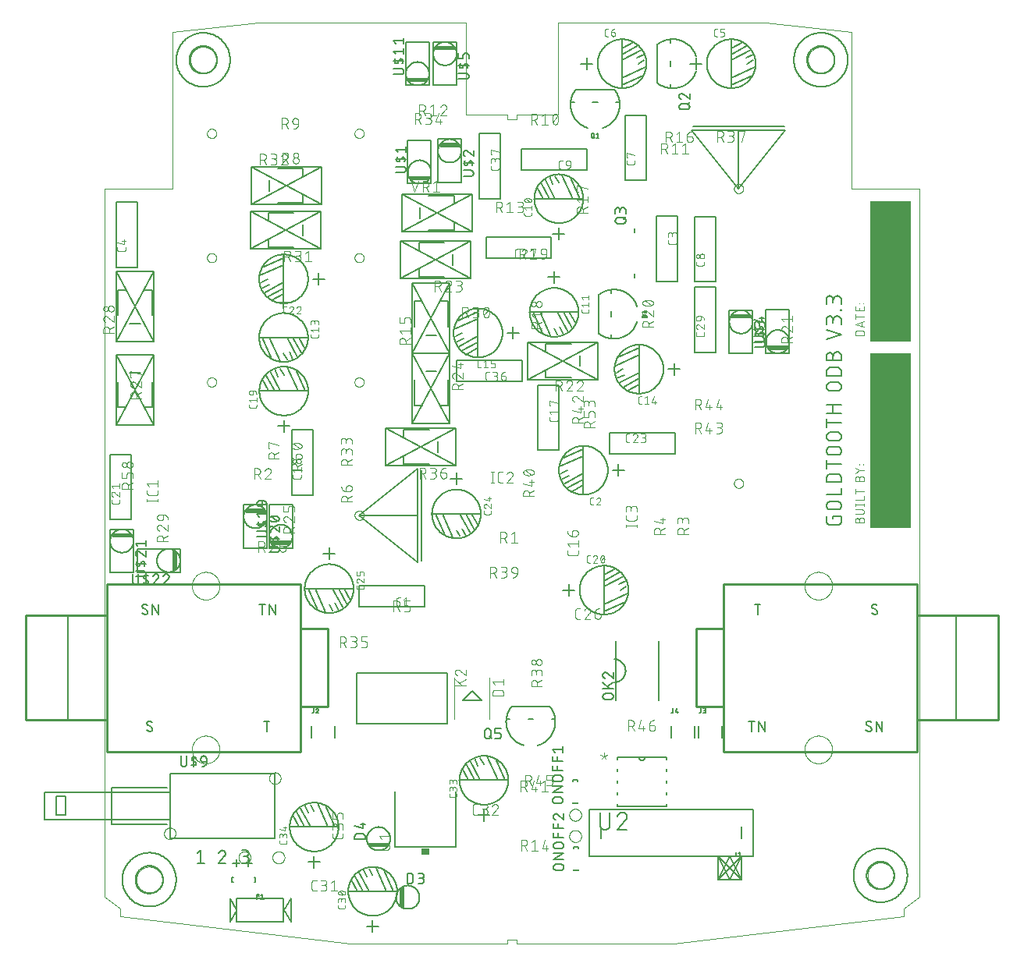
<source format=gto>
G04 EAGLE Gerber RS-274X export*
G75*
%MOMM*%
%FSLAX34Y34*%
%LPD*%
%INSilk top*%
%IPPOS*%
%AMOC8*
5,1,8,0,0,1.08239X$1,22.5*%
G01*
%ADD10C,0.000000*%
%ADD11C,0.152400*%
%ADD12R,4.445000X19.050000*%
%ADD13R,4.445000X15.240000*%
%ADD14C,0.076200*%
%ADD15C,0.127000*%
%ADD16C,0.101600*%
%ADD17C,0.254000*%
%ADD18C,0.203200*%
%ADD19R,0.863600X0.762000*%


D10*
X917000Y820000D02*
X843000Y820000D01*
X843000Y990000D01*
X750000Y1000000D01*
X525000Y1000000D01*
X525000Y900000D01*
X480000Y900000D01*
X480000Y895000D01*
X470000Y895000D01*
X470000Y900000D01*
X425000Y900000D01*
X425000Y1000000D01*
X200000Y1000000D01*
X107000Y990000D01*
X107000Y820000D01*
X33000Y820000D01*
X50000Y30000D02*
X300000Y0D01*
X470000Y0D01*
X470000Y5000D01*
X480000Y5000D01*
X480000Y0D01*
X650000Y0D01*
X900000Y30000D01*
X900000Y38900D01*
X917000Y50800D01*
X917000Y820000D01*
X33000Y820000D02*
X33100Y50800D01*
X50000Y38900D01*
X50000Y30000D01*
D11*
X823327Y461744D02*
X823327Y464453D01*
X832358Y464453D01*
X832358Y459034D01*
X832356Y458916D01*
X832350Y458798D01*
X832341Y458680D01*
X832327Y458563D01*
X832310Y458446D01*
X832289Y458329D01*
X832264Y458214D01*
X832235Y458099D01*
X832202Y457985D01*
X832166Y457873D01*
X832126Y457762D01*
X832083Y457652D01*
X832036Y457543D01*
X831986Y457436D01*
X831931Y457331D01*
X831874Y457228D01*
X831813Y457127D01*
X831749Y457027D01*
X831682Y456930D01*
X831612Y456835D01*
X831538Y456743D01*
X831462Y456652D01*
X831382Y456565D01*
X831300Y456480D01*
X831215Y456398D01*
X831128Y456318D01*
X831037Y456242D01*
X830945Y456168D01*
X830850Y456098D01*
X830753Y456031D01*
X830653Y455967D01*
X830552Y455906D01*
X830449Y455849D01*
X830344Y455794D01*
X830237Y455744D01*
X830128Y455697D01*
X830018Y455654D01*
X829907Y455614D01*
X829795Y455578D01*
X829681Y455545D01*
X829566Y455516D01*
X829451Y455491D01*
X829334Y455470D01*
X829217Y455453D01*
X829100Y455439D01*
X828982Y455430D01*
X828864Y455424D01*
X828746Y455422D01*
X819714Y455422D01*
X819596Y455424D01*
X819478Y455430D01*
X819360Y455439D01*
X819242Y455453D01*
X819125Y455470D01*
X819009Y455491D01*
X818894Y455516D01*
X818779Y455545D01*
X818665Y455578D01*
X818553Y455614D01*
X818441Y455654D01*
X818331Y455697D01*
X818223Y455744D01*
X818116Y455795D01*
X818011Y455849D01*
X817908Y455906D01*
X817806Y455967D01*
X817707Y456031D01*
X817610Y456098D01*
X817515Y456169D01*
X817422Y456242D01*
X817332Y456319D01*
X817244Y456398D01*
X817159Y456480D01*
X817077Y456565D01*
X816998Y456653D01*
X816921Y456743D01*
X816848Y456836D01*
X816777Y456930D01*
X816710Y457028D01*
X816646Y457127D01*
X816585Y457228D01*
X816528Y457332D01*
X816474Y457437D01*
X816423Y457544D01*
X816376Y457652D01*
X816333Y457762D01*
X816293Y457874D01*
X816257Y457986D01*
X816224Y458100D01*
X816195Y458215D01*
X816170Y458330D01*
X816149Y458446D01*
X816132Y458563D01*
X816118Y458681D01*
X816109Y458799D01*
X816103Y458917D01*
X816101Y459035D01*
X816102Y459034D02*
X816102Y464453D01*
X820618Y471574D02*
X827842Y471574D01*
X820618Y471574D02*
X820485Y471576D01*
X820353Y471582D01*
X820221Y471592D01*
X820089Y471605D01*
X819957Y471623D01*
X819827Y471644D01*
X819696Y471669D01*
X819567Y471698D01*
X819439Y471731D01*
X819311Y471767D01*
X819185Y471807D01*
X819060Y471851D01*
X818936Y471899D01*
X818814Y471950D01*
X818693Y472005D01*
X818574Y472063D01*
X818456Y472125D01*
X818341Y472190D01*
X818227Y472259D01*
X818116Y472330D01*
X818007Y472406D01*
X817900Y472484D01*
X817795Y472565D01*
X817693Y472650D01*
X817593Y472737D01*
X817496Y472827D01*
X817401Y472920D01*
X817310Y473016D01*
X817221Y473114D01*
X817135Y473215D01*
X817052Y473319D01*
X816972Y473425D01*
X816896Y473533D01*
X816822Y473643D01*
X816752Y473756D01*
X816685Y473870D01*
X816622Y473987D01*
X816562Y474105D01*
X816505Y474225D01*
X816452Y474347D01*
X816403Y474470D01*
X816357Y474594D01*
X816315Y474720D01*
X816277Y474847D01*
X816242Y474975D01*
X816211Y475104D01*
X816184Y475233D01*
X816161Y475364D01*
X816141Y475495D01*
X816126Y475627D01*
X816114Y475759D01*
X816106Y475891D01*
X816102Y476024D01*
X816102Y476156D01*
X816106Y476289D01*
X816114Y476421D01*
X816126Y476553D01*
X816141Y476685D01*
X816161Y476816D01*
X816184Y476947D01*
X816211Y477076D01*
X816242Y477205D01*
X816277Y477333D01*
X816315Y477460D01*
X816357Y477586D01*
X816403Y477710D01*
X816452Y477833D01*
X816505Y477955D01*
X816562Y478075D01*
X816622Y478193D01*
X816685Y478310D01*
X816752Y478424D01*
X816822Y478537D01*
X816896Y478647D01*
X816972Y478755D01*
X817052Y478861D01*
X817135Y478965D01*
X817221Y479066D01*
X817310Y479164D01*
X817401Y479260D01*
X817496Y479353D01*
X817593Y479443D01*
X817693Y479530D01*
X817795Y479615D01*
X817900Y479696D01*
X818007Y479774D01*
X818116Y479850D01*
X818227Y479921D01*
X818341Y479990D01*
X818456Y480055D01*
X818574Y480117D01*
X818693Y480175D01*
X818814Y480230D01*
X818936Y480281D01*
X819060Y480329D01*
X819185Y480373D01*
X819311Y480413D01*
X819439Y480449D01*
X819567Y480482D01*
X819696Y480511D01*
X819827Y480536D01*
X819957Y480557D01*
X820089Y480575D01*
X820221Y480588D01*
X820353Y480598D01*
X820485Y480604D01*
X820618Y480606D01*
X820618Y480605D02*
X827842Y480605D01*
X827842Y480606D02*
X827975Y480604D01*
X828107Y480598D01*
X828239Y480588D01*
X828371Y480575D01*
X828503Y480557D01*
X828633Y480536D01*
X828764Y480511D01*
X828893Y480482D01*
X829021Y480449D01*
X829149Y480413D01*
X829275Y480373D01*
X829400Y480329D01*
X829524Y480281D01*
X829646Y480230D01*
X829767Y480175D01*
X829886Y480117D01*
X830004Y480055D01*
X830119Y479990D01*
X830233Y479921D01*
X830344Y479850D01*
X830453Y479774D01*
X830560Y479696D01*
X830665Y479615D01*
X830767Y479530D01*
X830867Y479443D01*
X830964Y479353D01*
X831059Y479260D01*
X831150Y479164D01*
X831239Y479066D01*
X831325Y478965D01*
X831408Y478861D01*
X831488Y478755D01*
X831564Y478647D01*
X831638Y478537D01*
X831708Y478424D01*
X831775Y478310D01*
X831838Y478193D01*
X831898Y478075D01*
X831955Y477955D01*
X832008Y477833D01*
X832057Y477710D01*
X832103Y477586D01*
X832145Y477460D01*
X832183Y477333D01*
X832218Y477205D01*
X832249Y477076D01*
X832276Y476947D01*
X832299Y476816D01*
X832319Y476685D01*
X832334Y476553D01*
X832346Y476421D01*
X832354Y476289D01*
X832358Y476156D01*
X832358Y476024D01*
X832354Y475891D01*
X832346Y475759D01*
X832334Y475627D01*
X832319Y475495D01*
X832299Y475364D01*
X832276Y475233D01*
X832249Y475104D01*
X832218Y474975D01*
X832183Y474847D01*
X832145Y474720D01*
X832103Y474594D01*
X832057Y474470D01*
X832008Y474347D01*
X831955Y474225D01*
X831898Y474105D01*
X831838Y473987D01*
X831775Y473870D01*
X831708Y473756D01*
X831638Y473643D01*
X831564Y473533D01*
X831488Y473425D01*
X831408Y473319D01*
X831325Y473215D01*
X831239Y473114D01*
X831150Y473016D01*
X831059Y472920D01*
X830964Y472827D01*
X830867Y472737D01*
X830767Y472650D01*
X830665Y472565D01*
X830560Y472484D01*
X830453Y472406D01*
X830344Y472330D01*
X830233Y472259D01*
X830119Y472190D01*
X830004Y472125D01*
X829886Y472063D01*
X829767Y472005D01*
X829646Y471950D01*
X829524Y471899D01*
X829400Y471851D01*
X829275Y471807D01*
X829149Y471767D01*
X829021Y471731D01*
X828893Y471698D01*
X828764Y471669D01*
X828633Y471644D01*
X828503Y471623D01*
X828371Y471605D01*
X828239Y471592D01*
X828107Y471582D01*
X827975Y471576D01*
X827842Y471574D01*
X832358Y487756D02*
X816102Y487756D01*
X832358Y487756D02*
X832358Y494981D01*
X832358Y501274D02*
X816102Y501274D01*
X816102Y505789D01*
X816104Y505920D01*
X816110Y506052D01*
X816119Y506183D01*
X816133Y506313D01*
X816150Y506444D01*
X816171Y506573D01*
X816195Y506702D01*
X816224Y506830D01*
X816256Y506958D01*
X816292Y507084D01*
X816331Y507209D01*
X816374Y507334D01*
X816421Y507456D01*
X816471Y507578D01*
X816525Y507698D01*
X816582Y507816D01*
X816643Y507932D01*
X816707Y508047D01*
X816774Y508160D01*
X816845Y508271D01*
X816919Y508379D01*
X816996Y508486D01*
X817076Y508590D01*
X817159Y508692D01*
X817244Y508791D01*
X817333Y508888D01*
X817425Y508982D01*
X817519Y509074D01*
X817616Y509163D01*
X817715Y509248D01*
X817817Y509331D01*
X817921Y509411D01*
X818028Y509488D01*
X818136Y509562D01*
X818247Y509633D01*
X818360Y509700D01*
X818475Y509764D01*
X818591Y509825D01*
X818709Y509882D01*
X818829Y509936D01*
X818951Y509986D01*
X819073Y510033D01*
X819198Y510076D01*
X819323Y510115D01*
X819449Y510151D01*
X819577Y510183D01*
X819705Y510212D01*
X819834Y510236D01*
X819963Y510257D01*
X820094Y510274D01*
X820224Y510288D01*
X820355Y510297D01*
X820487Y510303D01*
X820618Y510305D01*
X827842Y510305D01*
X827973Y510303D01*
X828105Y510297D01*
X828236Y510288D01*
X828366Y510274D01*
X828497Y510257D01*
X828626Y510236D01*
X828755Y510212D01*
X828883Y510183D01*
X829011Y510151D01*
X829137Y510115D01*
X829262Y510076D01*
X829387Y510033D01*
X829509Y509986D01*
X829631Y509936D01*
X829751Y509882D01*
X829869Y509825D01*
X829985Y509764D01*
X830100Y509700D01*
X830213Y509633D01*
X830324Y509562D01*
X830432Y509488D01*
X830539Y509411D01*
X830643Y509331D01*
X830745Y509248D01*
X830844Y509163D01*
X830941Y509074D01*
X831035Y508982D01*
X831127Y508888D01*
X831216Y508791D01*
X831301Y508692D01*
X831384Y508590D01*
X831464Y508486D01*
X831541Y508379D01*
X831615Y508271D01*
X831686Y508160D01*
X831753Y508047D01*
X831817Y507932D01*
X831878Y507816D01*
X831935Y507698D01*
X831989Y507578D01*
X832039Y507456D01*
X832086Y507334D01*
X832129Y507209D01*
X832168Y507084D01*
X832204Y506958D01*
X832236Y506830D01*
X832265Y506702D01*
X832289Y506573D01*
X832310Y506443D01*
X832327Y506313D01*
X832341Y506183D01*
X832350Y506052D01*
X832356Y505920D01*
X832358Y505789D01*
X832358Y501274D01*
X832358Y520899D02*
X816102Y520899D01*
X816102Y516384D02*
X816102Y525415D01*
X820618Y530973D02*
X827842Y530973D01*
X820618Y530973D02*
X820485Y530975D01*
X820353Y530981D01*
X820221Y530991D01*
X820089Y531004D01*
X819957Y531022D01*
X819827Y531043D01*
X819696Y531068D01*
X819567Y531097D01*
X819439Y531130D01*
X819311Y531166D01*
X819185Y531206D01*
X819060Y531250D01*
X818936Y531298D01*
X818814Y531349D01*
X818693Y531404D01*
X818574Y531462D01*
X818456Y531524D01*
X818341Y531589D01*
X818227Y531658D01*
X818116Y531729D01*
X818007Y531805D01*
X817900Y531883D01*
X817795Y531964D01*
X817693Y532049D01*
X817593Y532136D01*
X817496Y532226D01*
X817401Y532319D01*
X817310Y532415D01*
X817221Y532513D01*
X817135Y532614D01*
X817052Y532718D01*
X816972Y532824D01*
X816896Y532932D01*
X816822Y533042D01*
X816752Y533155D01*
X816685Y533269D01*
X816622Y533386D01*
X816562Y533504D01*
X816505Y533624D01*
X816452Y533746D01*
X816403Y533869D01*
X816357Y533993D01*
X816315Y534119D01*
X816277Y534246D01*
X816242Y534374D01*
X816211Y534503D01*
X816184Y534632D01*
X816161Y534763D01*
X816141Y534894D01*
X816126Y535026D01*
X816114Y535158D01*
X816106Y535290D01*
X816102Y535423D01*
X816102Y535555D01*
X816106Y535688D01*
X816114Y535820D01*
X816126Y535952D01*
X816141Y536084D01*
X816161Y536215D01*
X816184Y536346D01*
X816211Y536475D01*
X816242Y536604D01*
X816277Y536732D01*
X816315Y536859D01*
X816357Y536985D01*
X816403Y537109D01*
X816452Y537232D01*
X816505Y537354D01*
X816562Y537474D01*
X816622Y537592D01*
X816685Y537709D01*
X816752Y537823D01*
X816822Y537936D01*
X816896Y538046D01*
X816972Y538154D01*
X817052Y538260D01*
X817135Y538364D01*
X817221Y538465D01*
X817310Y538563D01*
X817401Y538659D01*
X817496Y538752D01*
X817593Y538842D01*
X817693Y538929D01*
X817795Y539014D01*
X817900Y539095D01*
X818007Y539173D01*
X818116Y539249D01*
X818227Y539320D01*
X818341Y539389D01*
X818456Y539454D01*
X818574Y539516D01*
X818693Y539574D01*
X818814Y539629D01*
X818936Y539680D01*
X819060Y539728D01*
X819185Y539772D01*
X819311Y539812D01*
X819439Y539848D01*
X819567Y539881D01*
X819696Y539910D01*
X819827Y539935D01*
X819957Y539956D01*
X820089Y539974D01*
X820221Y539987D01*
X820353Y539997D01*
X820485Y540003D01*
X820618Y540005D01*
X820618Y540004D02*
X827842Y540004D01*
X827842Y540005D02*
X827975Y540003D01*
X828107Y539997D01*
X828239Y539987D01*
X828371Y539974D01*
X828503Y539956D01*
X828633Y539935D01*
X828764Y539910D01*
X828893Y539881D01*
X829021Y539848D01*
X829149Y539812D01*
X829275Y539772D01*
X829400Y539728D01*
X829524Y539680D01*
X829646Y539629D01*
X829767Y539574D01*
X829886Y539516D01*
X830004Y539454D01*
X830119Y539389D01*
X830233Y539320D01*
X830344Y539249D01*
X830453Y539173D01*
X830560Y539095D01*
X830665Y539014D01*
X830767Y538929D01*
X830867Y538842D01*
X830964Y538752D01*
X831059Y538659D01*
X831150Y538563D01*
X831239Y538465D01*
X831325Y538364D01*
X831408Y538260D01*
X831488Y538154D01*
X831564Y538046D01*
X831638Y537936D01*
X831708Y537823D01*
X831775Y537709D01*
X831838Y537592D01*
X831898Y537474D01*
X831955Y537354D01*
X832008Y537232D01*
X832057Y537109D01*
X832103Y536985D01*
X832145Y536859D01*
X832183Y536732D01*
X832218Y536604D01*
X832249Y536475D01*
X832276Y536346D01*
X832299Y536215D01*
X832319Y536084D01*
X832334Y535952D01*
X832346Y535820D01*
X832354Y535688D01*
X832358Y535555D01*
X832358Y535423D01*
X832354Y535290D01*
X832346Y535158D01*
X832334Y535026D01*
X832319Y534894D01*
X832299Y534763D01*
X832276Y534632D01*
X832249Y534503D01*
X832218Y534374D01*
X832183Y534246D01*
X832145Y534119D01*
X832103Y533993D01*
X832057Y533869D01*
X832008Y533746D01*
X831955Y533624D01*
X831898Y533504D01*
X831838Y533386D01*
X831775Y533269D01*
X831708Y533155D01*
X831638Y533042D01*
X831564Y532932D01*
X831488Y532824D01*
X831408Y532718D01*
X831325Y532614D01*
X831239Y532513D01*
X831150Y532415D01*
X831059Y532319D01*
X830964Y532226D01*
X830867Y532136D01*
X830767Y532049D01*
X830665Y531964D01*
X830560Y531883D01*
X830453Y531805D01*
X830344Y531729D01*
X830233Y531658D01*
X830119Y531589D01*
X830004Y531524D01*
X829886Y531462D01*
X829767Y531404D01*
X829646Y531349D01*
X829524Y531298D01*
X829400Y531250D01*
X829275Y531206D01*
X829149Y531166D01*
X829021Y531130D01*
X828893Y531097D01*
X828764Y531068D01*
X828633Y531043D01*
X828503Y531022D01*
X828371Y531004D01*
X828239Y530991D01*
X828107Y530981D01*
X827975Y530975D01*
X827842Y530973D01*
X827842Y546604D02*
X820618Y546604D01*
X820485Y546606D01*
X820353Y546612D01*
X820221Y546622D01*
X820089Y546635D01*
X819957Y546653D01*
X819827Y546674D01*
X819696Y546699D01*
X819567Y546728D01*
X819439Y546761D01*
X819311Y546797D01*
X819185Y546837D01*
X819060Y546881D01*
X818936Y546929D01*
X818814Y546980D01*
X818693Y547035D01*
X818574Y547093D01*
X818456Y547155D01*
X818341Y547220D01*
X818227Y547289D01*
X818116Y547360D01*
X818007Y547436D01*
X817900Y547514D01*
X817795Y547595D01*
X817693Y547680D01*
X817593Y547767D01*
X817496Y547857D01*
X817401Y547950D01*
X817310Y548046D01*
X817221Y548144D01*
X817135Y548245D01*
X817052Y548349D01*
X816972Y548455D01*
X816896Y548563D01*
X816822Y548673D01*
X816752Y548786D01*
X816685Y548900D01*
X816622Y549017D01*
X816562Y549135D01*
X816505Y549255D01*
X816452Y549377D01*
X816403Y549500D01*
X816357Y549624D01*
X816315Y549750D01*
X816277Y549877D01*
X816242Y550005D01*
X816211Y550134D01*
X816184Y550263D01*
X816161Y550394D01*
X816141Y550525D01*
X816126Y550657D01*
X816114Y550789D01*
X816106Y550921D01*
X816102Y551054D01*
X816102Y551186D01*
X816106Y551319D01*
X816114Y551451D01*
X816126Y551583D01*
X816141Y551715D01*
X816161Y551846D01*
X816184Y551977D01*
X816211Y552106D01*
X816242Y552235D01*
X816277Y552363D01*
X816315Y552490D01*
X816357Y552616D01*
X816403Y552740D01*
X816452Y552863D01*
X816505Y552985D01*
X816562Y553105D01*
X816622Y553223D01*
X816685Y553340D01*
X816752Y553454D01*
X816822Y553567D01*
X816896Y553677D01*
X816972Y553785D01*
X817052Y553891D01*
X817135Y553995D01*
X817221Y554096D01*
X817310Y554194D01*
X817401Y554290D01*
X817496Y554383D01*
X817593Y554473D01*
X817693Y554560D01*
X817795Y554645D01*
X817900Y554726D01*
X818007Y554804D01*
X818116Y554880D01*
X818227Y554951D01*
X818341Y555020D01*
X818456Y555085D01*
X818574Y555147D01*
X818693Y555205D01*
X818814Y555260D01*
X818936Y555311D01*
X819060Y555359D01*
X819185Y555403D01*
X819311Y555443D01*
X819439Y555479D01*
X819567Y555512D01*
X819696Y555541D01*
X819827Y555566D01*
X819957Y555587D01*
X820089Y555605D01*
X820221Y555618D01*
X820353Y555628D01*
X820485Y555634D01*
X820618Y555636D01*
X820618Y555635D02*
X827842Y555635D01*
X827842Y555636D02*
X827975Y555634D01*
X828107Y555628D01*
X828239Y555618D01*
X828371Y555605D01*
X828503Y555587D01*
X828633Y555566D01*
X828764Y555541D01*
X828893Y555512D01*
X829021Y555479D01*
X829149Y555443D01*
X829275Y555403D01*
X829400Y555359D01*
X829524Y555311D01*
X829646Y555260D01*
X829767Y555205D01*
X829886Y555147D01*
X830004Y555085D01*
X830119Y555020D01*
X830233Y554951D01*
X830344Y554880D01*
X830453Y554804D01*
X830560Y554726D01*
X830665Y554645D01*
X830767Y554560D01*
X830867Y554473D01*
X830964Y554383D01*
X831059Y554290D01*
X831150Y554194D01*
X831239Y554096D01*
X831325Y553995D01*
X831408Y553891D01*
X831488Y553785D01*
X831564Y553677D01*
X831638Y553567D01*
X831708Y553454D01*
X831775Y553340D01*
X831838Y553223D01*
X831898Y553105D01*
X831955Y552985D01*
X832008Y552863D01*
X832057Y552740D01*
X832103Y552616D01*
X832145Y552490D01*
X832183Y552363D01*
X832218Y552235D01*
X832249Y552106D01*
X832276Y551977D01*
X832299Y551846D01*
X832319Y551715D01*
X832334Y551583D01*
X832346Y551451D01*
X832354Y551319D01*
X832358Y551186D01*
X832358Y551054D01*
X832354Y550921D01*
X832346Y550789D01*
X832334Y550657D01*
X832319Y550525D01*
X832299Y550394D01*
X832276Y550263D01*
X832249Y550134D01*
X832218Y550005D01*
X832183Y549877D01*
X832145Y549750D01*
X832103Y549624D01*
X832057Y549500D01*
X832008Y549377D01*
X831955Y549255D01*
X831898Y549135D01*
X831838Y549017D01*
X831775Y548900D01*
X831708Y548786D01*
X831638Y548673D01*
X831564Y548563D01*
X831488Y548455D01*
X831408Y548349D01*
X831325Y548245D01*
X831239Y548144D01*
X831150Y548046D01*
X831059Y547950D01*
X830964Y547857D01*
X830867Y547767D01*
X830767Y547680D01*
X830665Y547595D01*
X830560Y547514D01*
X830453Y547436D01*
X830344Y547360D01*
X830233Y547289D01*
X830119Y547220D01*
X830004Y547155D01*
X829886Y547093D01*
X829767Y547035D01*
X829646Y546980D01*
X829524Y546929D01*
X829400Y546881D01*
X829275Y546837D01*
X829149Y546797D01*
X829021Y546761D01*
X828893Y546728D01*
X828764Y546699D01*
X828633Y546674D01*
X828503Y546653D01*
X828371Y546635D01*
X828239Y546622D01*
X828107Y546612D01*
X827975Y546606D01*
X827842Y546604D01*
X832358Y565709D02*
X816102Y565709D01*
X816102Y570224D02*
X816102Y561193D01*
X816102Y576304D02*
X832358Y576304D01*
X823327Y576304D02*
X823327Y585335D01*
X816102Y585335D02*
X832358Y585335D01*
X827842Y600793D02*
X820618Y600793D01*
X820618Y600792D02*
X820485Y600794D01*
X820353Y600800D01*
X820221Y600810D01*
X820089Y600823D01*
X819957Y600841D01*
X819827Y600862D01*
X819696Y600887D01*
X819567Y600916D01*
X819439Y600949D01*
X819311Y600985D01*
X819185Y601025D01*
X819060Y601069D01*
X818936Y601117D01*
X818814Y601168D01*
X818693Y601223D01*
X818574Y601281D01*
X818456Y601343D01*
X818341Y601408D01*
X818227Y601477D01*
X818116Y601548D01*
X818007Y601624D01*
X817900Y601702D01*
X817795Y601783D01*
X817693Y601868D01*
X817593Y601955D01*
X817496Y602045D01*
X817401Y602138D01*
X817310Y602234D01*
X817221Y602332D01*
X817135Y602433D01*
X817052Y602537D01*
X816972Y602643D01*
X816896Y602751D01*
X816822Y602861D01*
X816752Y602974D01*
X816685Y603088D01*
X816622Y603205D01*
X816562Y603323D01*
X816505Y603443D01*
X816452Y603565D01*
X816403Y603688D01*
X816357Y603812D01*
X816315Y603938D01*
X816277Y604065D01*
X816242Y604193D01*
X816211Y604322D01*
X816184Y604451D01*
X816161Y604582D01*
X816141Y604713D01*
X816126Y604845D01*
X816114Y604977D01*
X816106Y605109D01*
X816102Y605242D01*
X816102Y605374D01*
X816106Y605507D01*
X816114Y605639D01*
X816126Y605771D01*
X816141Y605903D01*
X816161Y606034D01*
X816184Y606165D01*
X816211Y606294D01*
X816242Y606423D01*
X816277Y606551D01*
X816315Y606678D01*
X816357Y606804D01*
X816403Y606928D01*
X816452Y607051D01*
X816505Y607173D01*
X816562Y607293D01*
X816622Y607411D01*
X816685Y607528D01*
X816752Y607642D01*
X816822Y607755D01*
X816896Y607865D01*
X816972Y607973D01*
X817052Y608079D01*
X817135Y608183D01*
X817221Y608284D01*
X817310Y608382D01*
X817401Y608478D01*
X817496Y608571D01*
X817593Y608661D01*
X817693Y608748D01*
X817795Y608833D01*
X817900Y608914D01*
X818007Y608992D01*
X818116Y609068D01*
X818227Y609139D01*
X818341Y609208D01*
X818456Y609273D01*
X818574Y609335D01*
X818693Y609393D01*
X818814Y609448D01*
X818936Y609499D01*
X819060Y609547D01*
X819185Y609591D01*
X819311Y609631D01*
X819439Y609667D01*
X819567Y609700D01*
X819696Y609729D01*
X819827Y609754D01*
X819957Y609775D01*
X820089Y609793D01*
X820221Y609806D01*
X820353Y609816D01*
X820485Y609822D01*
X820618Y609824D01*
X827842Y609824D01*
X827975Y609822D01*
X828107Y609816D01*
X828239Y609806D01*
X828371Y609793D01*
X828503Y609775D01*
X828633Y609754D01*
X828764Y609729D01*
X828893Y609700D01*
X829021Y609667D01*
X829149Y609631D01*
X829275Y609591D01*
X829400Y609547D01*
X829524Y609499D01*
X829646Y609448D01*
X829767Y609393D01*
X829886Y609335D01*
X830004Y609273D01*
X830119Y609208D01*
X830233Y609139D01*
X830344Y609068D01*
X830453Y608992D01*
X830560Y608914D01*
X830665Y608833D01*
X830767Y608748D01*
X830867Y608661D01*
X830964Y608571D01*
X831059Y608478D01*
X831150Y608382D01*
X831239Y608284D01*
X831325Y608183D01*
X831408Y608079D01*
X831488Y607973D01*
X831564Y607865D01*
X831638Y607755D01*
X831708Y607642D01*
X831775Y607528D01*
X831838Y607411D01*
X831898Y607293D01*
X831955Y607173D01*
X832008Y607051D01*
X832057Y606928D01*
X832103Y606804D01*
X832145Y606678D01*
X832183Y606551D01*
X832218Y606423D01*
X832249Y606294D01*
X832276Y606165D01*
X832299Y606034D01*
X832319Y605903D01*
X832334Y605771D01*
X832346Y605639D01*
X832354Y605507D01*
X832358Y605374D01*
X832358Y605242D01*
X832354Y605109D01*
X832346Y604977D01*
X832334Y604845D01*
X832319Y604713D01*
X832299Y604582D01*
X832276Y604451D01*
X832249Y604322D01*
X832218Y604193D01*
X832183Y604065D01*
X832145Y603938D01*
X832103Y603812D01*
X832057Y603688D01*
X832008Y603565D01*
X831955Y603443D01*
X831898Y603323D01*
X831838Y603205D01*
X831775Y603088D01*
X831708Y602974D01*
X831638Y602861D01*
X831564Y602751D01*
X831488Y602643D01*
X831408Y602537D01*
X831325Y602433D01*
X831239Y602332D01*
X831150Y602234D01*
X831059Y602138D01*
X830964Y602045D01*
X830867Y601955D01*
X830767Y601868D01*
X830665Y601783D01*
X830560Y601702D01*
X830453Y601624D01*
X830344Y601548D01*
X830233Y601477D01*
X830119Y601408D01*
X830004Y601343D01*
X829886Y601281D01*
X829767Y601223D01*
X829646Y601168D01*
X829524Y601117D01*
X829400Y601069D01*
X829275Y601025D01*
X829149Y600985D01*
X829021Y600949D01*
X828893Y600916D01*
X828764Y600887D01*
X828633Y600862D01*
X828503Y600841D01*
X828371Y600823D01*
X828239Y600810D01*
X828107Y600800D01*
X827975Y600794D01*
X827842Y600792D01*
X832358Y616945D02*
X816102Y616945D01*
X816102Y621460D01*
X816104Y621591D01*
X816110Y621723D01*
X816119Y621854D01*
X816133Y621984D01*
X816150Y622115D01*
X816171Y622244D01*
X816195Y622373D01*
X816224Y622501D01*
X816256Y622629D01*
X816292Y622755D01*
X816331Y622880D01*
X816374Y623005D01*
X816421Y623127D01*
X816471Y623249D01*
X816525Y623369D01*
X816582Y623487D01*
X816643Y623603D01*
X816707Y623718D01*
X816774Y623831D01*
X816845Y623942D01*
X816919Y624050D01*
X816996Y624157D01*
X817076Y624261D01*
X817159Y624363D01*
X817244Y624462D01*
X817333Y624559D01*
X817425Y624653D01*
X817519Y624745D01*
X817616Y624834D01*
X817715Y624919D01*
X817817Y625002D01*
X817921Y625082D01*
X818028Y625159D01*
X818136Y625233D01*
X818247Y625304D01*
X818360Y625371D01*
X818475Y625435D01*
X818591Y625496D01*
X818709Y625553D01*
X818829Y625607D01*
X818951Y625657D01*
X819073Y625704D01*
X819198Y625747D01*
X819323Y625786D01*
X819449Y625822D01*
X819577Y625854D01*
X819705Y625883D01*
X819834Y625907D01*
X819963Y625928D01*
X820094Y625945D01*
X820224Y625959D01*
X820355Y625968D01*
X820487Y625974D01*
X820618Y625976D01*
X827842Y625976D01*
X827973Y625974D01*
X828105Y625968D01*
X828236Y625959D01*
X828366Y625945D01*
X828497Y625928D01*
X828626Y625907D01*
X828755Y625883D01*
X828883Y625854D01*
X829011Y625822D01*
X829137Y625786D01*
X829262Y625747D01*
X829387Y625704D01*
X829509Y625657D01*
X829631Y625607D01*
X829751Y625553D01*
X829869Y625496D01*
X829985Y625435D01*
X830100Y625371D01*
X830213Y625304D01*
X830324Y625233D01*
X830432Y625159D01*
X830539Y625082D01*
X830643Y625002D01*
X830745Y624919D01*
X830844Y624834D01*
X830941Y624745D01*
X831035Y624653D01*
X831127Y624559D01*
X831216Y624462D01*
X831301Y624363D01*
X831384Y624261D01*
X831464Y624157D01*
X831541Y624050D01*
X831615Y623942D01*
X831686Y623831D01*
X831753Y623718D01*
X831817Y623603D01*
X831878Y623487D01*
X831935Y623369D01*
X831989Y623249D01*
X832039Y623127D01*
X832086Y623005D01*
X832129Y622880D01*
X832168Y622755D01*
X832204Y622629D01*
X832236Y622501D01*
X832265Y622373D01*
X832289Y622244D01*
X832310Y622114D01*
X832327Y621984D01*
X832341Y621854D01*
X832350Y621723D01*
X832356Y621591D01*
X832358Y621460D01*
X832358Y616945D01*
X823327Y633829D02*
X823327Y638345D01*
X823326Y638345D02*
X823328Y638478D01*
X823334Y638610D01*
X823344Y638742D01*
X823357Y638874D01*
X823375Y639006D01*
X823396Y639136D01*
X823421Y639267D01*
X823450Y639396D01*
X823483Y639524D01*
X823519Y639652D01*
X823559Y639778D01*
X823603Y639903D01*
X823651Y640027D01*
X823702Y640149D01*
X823757Y640270D01*
X823815Y640389D01*
X823877Y640507D01*
X823942Y640622D01*
X824011Y640736D01*
X824082Y640847D01*
X824158Y640956D01*
X824236Y641063D01*
X824317Y641168D01*
X824402Y641270D01*
X824489Y641370D01*
X824579Y641467D01*
X824672Y641562D01*
X824768Y641653D01*
X824866Y641742D01*
X824967Y641828D01*
X825071Y641911D01*
X825177Y641991D01*
X825285Y642067D01*
X825395Y642141D01*
X825508Y642211D01*
X825622Y642278D01*
X825739Y642341D01*
X825857Y642401D01*
X825977Y642458D01*
X826099Y642511D01*
X826222Y642560D01*
X826346Y642606D01*
X826472Y642648D01*
X826599Y642686D01*
X826727Y642721D01*
X826856Y642752D01*
X826985Y642779D01*
X827116Y642802D01*
X827247Y642822D01*
X827379Y642837D01*
X827511Y642849D01*
X827643Y642857D01*
X827776Y642861D01*
X827908Y642861D01*
X828041Y642857D01*
X828173Y642849D01*
X828305Y642837D01*
X828437Y642822D01*
X828568Y642802D01*
X828699Y642779D01*
X828828Y642752D01*
X828957Y642721D01*
X829085Y642686D01*
X829212Y642648D01*
X829338Y642606D01*
X829462Y642560D01*
X829585Y642511D01*
X829707Y642458D01*
X829827Y642401D01*
X829945Y642341D01*
X830062Y642278D01*
X830176Y642211D01*
X830289Y642141D01*
X830399Y642067D01*
X830507Y641991D01*
X830613Y641911D01*
X830717Y641828D01*
X830818Y641742D01*
X830916Y641653D01*
X831012Y641562D01*
X831105Y641467D01*
X831195Y641370D01*
X831282Y641270D01*
X831367Y641168D01*
X831448Y641063D01*
X831526Y640956D01*
X831602Y640847D01*
X831673Y640736D01*
X831742Y640622D01*
X831807Y640507D01*
X831869Y640389D01*
X831927Y640270D01*
X831982Y640149D01*
X832033Y640027D01*
X832081Y639903D01*
X832125Y639778D01*
X832165Y639652D01*
X832201Y639524D01*
X832234Y639396D01*
X832263Y639267D01*
X832288Y639136D01*
X832309Y639006D01*
X832327Y638874D01*
X832340Y638742D01*
X832350Y638610D01*
X832356Y638478D01*
X832358Y638345D01*
X832358Y633829D01*
X816102Y633829D01*
X816102Y638345D01*
X816104Y638464D01*
X816110Y638584D01*
X816120Y638703D01*
X816134Y638821D01*
X816151Y638940D01*
X816173Y639057D01*
X816198Y639174D01*
X816228Y639289D01*
X816261Y639404D01*
X816298Y639518D01*
X816338Y639630D01*
X816383Y639741D01*
X816431Y639850D01*
X816482Y639958D01*
X816537Y640064D01*
X816596Y640168D01*
X816658Y640270D01*
X816723Y640370D01*
X816792Y640468D01*
X816864Y640564D01*
X816939Y640657D01*
X817016Y640747D01*
X817097Y640835D01*
X817181Y640920D01*
X817268Y641002D01*
X817357Y641082D01*
X817449Y641158D01*
X817543Y641232D01*
X817640Y641302D01*
X817738Y641369D01*
X817839Y641433D01*
X817943Y641493D01*
X818048Y641550D01*
X818155Y641603D01*
X818263Y641653D01*
X818373Y641699D01*
X818485Y641741D01*
X818598Y641780D01*
X818712Y641815D01*
X818827Y641846D01*
X818944Y641874D01*
X819061Y641897D01*
X819178Y641917D01*
X819297Y641933D01*
X819416Y641945D01*
X819535Y641953D01*
X819654Y641957D01*
X819774Y641957D01*
X819893Y641953D01*
X820012Y641945D01*
X820131Y641933D01*
X820250Y641917D01*
X820367Y641897D01*
X820484Y641874D01*
X820601Y641846D01*
X820716Y641815D01*
X820830Y641780D01*
X820943Y641741D01*
X821055Y641699D01*
X821165Y641653D01*
X821273Y641603D01*
X821380Y641550D01*
X821485Y641493D01*
X821589Y641433D01*
X821690Y641369D01*
X821788Y641302D01*
X821885Y641232D01*
X821979Y641158D01*
X822071Y641082D01*
X822160Y641002D01*
X822247Y640920D01*
X822331Y640835D01*
X822412Y640747D01*
X822489Y640657D01*
X822564Y640564D01*
X822636Y640468D01*
X822705Y640370D01*
X822770Y640270D01*
X822832Y640168D01*
X822891Y640064D01*
X822946Y639958D01*
X822997Y639850D01*
X823045Y639741D01*
X823090Y639630D01*
X823130Y639518D01*
X823167Y639404D01*
X823200Y639289D01*
X823230Y639174D01*
X823255Y639057D01*
X823277Y638940D01*
X823294Y638821D01*
X823308Y638703D01*
X823318Y638584D01*
X823324Y638464D01*
X823326Y638345D01*
X816102Y656162D02*
X832358Y661581D01*
X816102Y666999D01*
X832358Y672696D02*
X832358Y677212D01*
X832356Y677345D01*
X832350Y677477D01*
X832340Y677609D01*
X832327Y677741D01*
X832309Y677873D01*
X832288Y678003D01*
X832263Y678134D01*
X832234Y678263D01*
X832201Y678391D01*
X832165Y678519D01*
X832125Y678645D01*
X832081Y678770D01*
X832033Y678894D01*
X831982Y679016D01*
X831927Y679137D01*
X831869Y679256D01*
X831807Y679374D01*
X831742Y679489D01*
X831673Y679603D01*
X831602Y679714D01*
X831526Y679823D01*
X831448Y679930D01*
X831367Y680035D01*
X831282Y680137D01*
X831195Y680237D01*
X831105Y680334D01*
X831012Y680429D01*
X830916Y680520D01*
X830818Y680609D01*
X830717Y680695D01*
X830613Y680778D01*
X830507Y680858D01*
X830399Y680934D01*
X830289Y681008D01*
X830176Y681078D01*
X830062Y681145D01*
X829945Y681208D01*
X829827Y681268D01*
X829707Y681325D01*
X829585Y681378D01*
X829462Y681427D01*
X829338Y681473D01*
X829212Y681515D01*
X829085Y681553D01*
X828957Y681588D01*
X828828Y681619D01*
X828699Y681646D01*
X828568Y681669D01*
X828437Y681689D01*
X828305Y681704D01*
X828173Y681716D01*
X828041Y681724D01*
X827908Y681728D01*
X827776Y681728D01*
X827643Y681724D01*
X827511Y681716D01*
X827379Y681704D01*
X827247Y681689D01*
X827116Y681669D01*
X826985Y681646D01*
X826856Y681619D01*
X826727Y681588D01*
X826599Y681553D01*
X826472Y681515D01*
X826346Y681473D01*
X826222Y681427D01*
X826099Y681378D01*
X825977Y681325D01*
X825857Y681268D01*
X825739Y681208D01*
X825622Y681145D01*
X825508Y681078D01*
X825395Y681008D01*
X825285Y680934D01*
X825177Y680858D01*
X825071Y680778D01*
X824967Y680695D01*
X824866Y680609D01*
X824768Y680520D01*
X824672Y680429D01*
X824579Y680334D01*
X824489Y680237D01*
X824402Y680137D01*
X824317Y680035D01*
X824236Y679930D01*
X824158Y679823D01*
X824082Y679714D01*
X824011Y679603D01*
X823942Y679489D01*
X823877Y679374D01*
X823815Y679256D01*
X823757Y679137D01*
X823702Y679016D01*
X823651Y678894D01*
X823603Y678770D01*
X823559Y678645D01*
X823519Y678519D01*
X823483Y678391D01*
X823450Y678263D01*
X823421Y678134D01*
X823396Y678003D01*
X823375Y677873D01*
X823357Y677741D01*
X823344Y677609D01*
X823334Y677477D01*
X823328Y677345D01*
X823326Y677212D01*
X816102Y678115D02*
X816102Y672696D01*
X816102Y678115D02*
X816104Y678234D01*
X816110Y678354D01*
X816120Y678473D01*
X816134Y678591D01*
X816151Y678710D01*
X816173Y678827D01*
X816198Y678944D01*
X816228Y679059D01*
X816261Y679174D01*
X816298Y679288D01*
X816338Y679400D01*
X816383Y679511D01*
X816431Y679620D01*
X816482Y679728D01*
X816537Y679834D01*
X816596Y679938D01*
X816658Y680040D01*
X816723Y680140D01*
X816792Y680238D01*
X816864Y680334D01*
X816939Y680427D01*
X817016Y680517D01*
X817097Y680605D01*
X817181Y680690D01*
X817268Y680772D01*
X817357Y680852D01*
X817449Y680928D01*
X817543Y681002D01*
X817640Y681072D01*
X817738Y681139D01*
X817839Y681203D01*
X817943Y681263D01*
X818048Y681320D01*
X818155Y681373D01*
X818263Y681423D01*
X818373Y681469D01*
X818485Y681511D01*
X818598Y681550D01*
X818712Y681585D01*
X818827Y681616D01*
X818944Y681644D01*
X819061Y681667D01*
X819178Y681687D01*
X819297Y681703D01*
X819416Y681715D01*
X819535Y681723D01*
X819654Y681727D01*
X819774Y681727D01*
X819893Y681723D01*
X820012Y681715D01*
X820131Y681703D01*
X820250Y681687D01*
X820367Y681667D01*
X820484Y681644D01*
X820601Y681616D01*
X820716Y681585D01*
X820830Y681550D01*
X820943Y681511D01*
X821055Y681469D01*
X821165Y681423D01*
X821273Y681373D01*
X821380Y681320D01*
X821485Y681263D01*
X821589Y681203D01*
X821690Y681139D01*
X821788Y681072D01*
X821885Y681002D01*
X821979Y680928D01*
X822071Y680852D01*
X822160Y680772D01*
X822247Y680690D01*
X822331Y680605D01*
X822412Y680517D01*
X822489Y680427D01*
X822564Y680334D01*
X822636Y680238D01*
X822705Y680140D01*
X822770Y680040D01*
X822832Y679938D01*
X822891Y679834D01*
X822946Y679728D01*
X822997Y679620D01*
X823045Y679511D01*
X823090Y679400D01*
X823130Y679288D01*
X823167Y679174D01*
X823200Y679059D01*
X823230Y678944D01*
X823255Y678827D01*
X823277Y678710D01*
X823294Y678591D01*
X823308Y678473D01*
X823318Y678354D01*
X823324Y678234D01*
X823326Y678115D01*
X823327Y678115D02*
X823327Y674502D01*
X831455Y687702D02*
X832358Y687702D01*
X831455Y687702D02*
X831455Y688605D01*
X832358Y688605D01*
X832358Y687702D01*
X832358Y694580D02*
X832358Y699095D01*
X832356Y699228D01*
X832350Y699360D01*
X832340Y699492D01*
X832327Y699624D01*
X832309Y699756D01*
X832288Y699886D01*
X832263Y700017D01*
X832234Y700146D01*
X832201Y700274D01*
X832165Y700402D01*
X832125Y700528D01*
X832081Y700653D01*
X832033Y700777D01*
X831982Y700899D01*
X831927Y701020D01*
X831869Y701139D01*
X831807Y701257D01*
X831742Y701372D01*
X831673Y701486D01*
X831602Y701597D01*
X831526Y701706D01*
X831448Y701813D01*
X831367Y701918D01*
X831282Y702020D01*
X831195Y702120D01*
X831105Y702217D01*
X831012Y702312D01*
X830916Y702403D01*
X830818Y702492D01*
X830717Y702578D01*
X830613Y702661D01*
X830507Y702741D01*
X830399Y702817D01*
X830289Y702891D01*
X830176Y702961D01*
X830062Y703028D01*
X829945Y703091D01*
X829827Y703151D01*
X829707Y703208D01*
X829585Y703261D01*
X829462Y703310D01*
X829338Y703356D01*
X829212Y703398D01*
X829085Y703436D01*
X828957Y703471D01*
X828828Y703502D01*
X828699Y703529D01*
X828568Y703552D01*
X828437Y703572D01*
X828305Y703587D01*
X828173Y703599D01*
X828041Y703607D01*
X827908Y703611D01*
X827776Y703611D01*
X827643Y703607D01*
X827511Y703599D01*
X827379Y703587D01*
X827247Y703572D01*
X827116Y703552D01*
X826985Y703529D01*
X826856Y703502D01*
X826727Y703471D01*
X826599Y703436D01*
X826472Y703398D01*
X826346Y703356D01*
X826222Y703310D01*
X826099Y703261D01*
X825977Y703208D01*
X825857Y703151D01*
X825739Y703091D01*
X825622Y703028D01*
X825508Y702961D01*
X825395Y702891D01*
X825285Y702817D01*
X825177Y702741D01*
X825071Y702661D01*
X824967Y702578D01*
X824866Y702492D01*
X824768Y702403D01*
X824672Y702312D01*
X824579Y702217D01*
X824489Y702120D01*
X824402Y702020D01*
X824317Y701918D01*
X824236Y701813D01*
X824158Y701706D01*
X824082Y701597D01*
X824011Y701486D01*
X823942Y701372D01*
X823877Y701257D01*
X823815Y701139D01*
X823757Y701020D01*
X823702Y700899D01*
X823651Y700777D01*
X823603Y700653D01*
X823559Y700528D01*
X823519Y700402D01*
X823483Y700274D01*
X823450Y700146D01*
X823421Y700017D01*
X823396Y699886D01*
X823375Y699756D01*
X823357Y699624D01*
X823344Y699492D01*
X823334Y699360D01*
X823328Y699228D01*
X823326Y699095D01*
X816102Y699999D02*
X816102Y694580D01*
X816102Y699999D02*
X816104Y700118D01*
X816110Y700238D01*
X816120Y700357D01*
X816134Y700475D01*
X816151Y700594D01*
X816173Y700711D01*
X816198Y700828D01*
X816228Y700943D01*
X816261Y701058D01*
X816298Y701172D01*
X816338Y701284D01*
X816383Y701395D01*
X816431Y701504D01*
X816482Y701612D01*
X816537Y701718D01*
X816596Y701822D01*
X816658Y701924D01*
X816723Y702024D01*
X816792Y702122D01*
X816864Y702218D01*
X816939Y702311D01*
X817016Y702401D01*
X817097Y702489D01*
X817181Y702574D01*
X817268Y702656D01*
X817357Y702736D01*
X817449Y702812D01*
X817543Y702886D01*
X817640Y702956D01*
X817738Y703023D01*
X817839Y703087D01*
X817943Y703147D01*
X818048Y703204D01*
X818155Y703257D01*
X818263Y703307D01*
X818373Y703353D01*
X818485Y703395D01*
X818598Y703434D01*
X818712Y703469D01*
X818827Y703500D01*
X818944Y703528D01*
X819061Y703551D01*
X819178Y703571D01*
X819297Y703587D01*
X819416Y703599D01*
X819535Y703607D01*
X819654Y703611D01*
X819774Y703611D01*
X819893Y703607D01*
X820012Y703599D01*
X820131Y703587D01*
X820250Y703571D01*
X820367Y703551D01*
X820484Y703528D01*
X820601Y703500D01*
X820716Y703469D01*
X820830Y703434D01*
X820943Y703395D01*
X821055Y703353D01*
X821165Y703307D01*
X821273Y703257D01*
X821380Y703204D01*
X821485Y703147D01*
X821589Y703087D01*
X821690Y703023D01*
X821788Y702956D01*
X821885Y702886D01*
X821979Y702812D01*
X822071Y702736D01*
X822160Y702656D01*
X822247Y702574D01*
X822331Y702489D01*
X822412Y702401D01*
X822489Y702311D01*
X822564Y702218D01*
X822636Y702122D01*
X822705Y702024D01*
X822770Y701924D01*
X822832Y701822D01*
X822891Y701718D01*
X822946Y701612D01*
X822997Y701504D01*
X823045Y701395D01*
X823090Y701284D01*
X823130Y701172D01*
X823167Y701058D01*
X823200Y700943D01*
X823230Y700828D01*
X823255Y700711D01*
X823277Y700594D01*
X823294Y700475D01*
X823308Y700357D01*
X823318Y700238D01*
X823324Y700118D01*
X823326Y699999D01*
X823327Y699999D02*
X823327Y696386D01*
D12*
X885825Y546100D03*
D13*
X885825Y730250D03*
D14*
X851648Y460192D02*
X851648Y457581D01*
X851647Y460192D02*
X851649Y460293D01*
X851655Y460394D01*
X851665Y460495D01*
X851678Y460595D01*
X851696Y460695D01*
X851717Y460794D01*
X851743Y460892D01*
X851772Y460989D01*
X851804Y461085D01*
X851841Y461179D01*
X851881Y461272D01*
X851925Y461364D01*
X851972Y461453D01*
X852023Y461541D01*
X852077Y461627D01*
X852134Y461710D01*
X852194Y461792D01*
X852258Y461870D01*
X852324Y461947D01*
X852394Y462020D01*
X852466Y462091D01*
X852541Y462159D01*
X852619Y462224D01*
X852699Y462286D01*
X852781Y462345D01*
X852866Y462401D01*
X852953Y462453D01*
X853041Y462502D01*
X853132Y462548D01*
X853224Y462589D01*
X853318Y462628D01*
X853413Y462662D01*
X853509Y462693D01*
X853607Y462720D01*
X853705Y462744D01*
X853805Y462763D01*
X853905Y462779D01*
X854005Y462791D01*
X854106Y462799D01*
X854207Y462803D01*
X854309Y462803D01*
X854410Y462799D01*
X854511Y462791D01*
X854611Y462779D01*
X854711Y462763D01*
X854811Y462744D01*
X854909Y462720D01*
X855007Y462693D01*
X855103Y462662D01*
X855198Y462628D01*
X855292Y462589D01*
X855384Y462548D01*
X855475Y462502D01*
X855564Y462453D01*
X855650Y462401D01*
X855735Y462345D01*
X855817Y462286D01*
X855897Y462224D01*
X855975Y462159D01*
X856050Y462091D01*
X856122Y462020D01*
X856192Y461947D01*
X856258Y461870D01*
X856322Y461792D01*
X856382Y461710D01*
X856439Y461627D01*
X856493Y461541D01*
X856544Y461453D01*
X856591Y461364D01*
X856635Y461272D01*
X856675Y461179D01*
X856712Y461085D01*
X856744Y460989D01*
X856773Y460892D01*
X856799Y460794D01*
X856820Y460695D01*
X856838Y460595D01*
X856851Y460495D01*
X856861Y460394D01*
X856867Y460293D01*
X856869Y460192D01*
X856869Y457581D01*
X847471Y457581D01*
X847471Y460192D01*
X847473Y460282D01*
X847479Y460371D01*
X847488Y460461D01*
X847502Y460550D01*
X847519Y460638D01*
X847540Y460725D01*
X847565Y460812D01*
X847594Y460897D01*
X847626Y460981D01*
X847661Y461063D01*
X847701Y461144D01*
X847743Y461223D01*
X847789Y461300D01*
X847839Y461375D01*
X847891Y461448D01*
X847947Y461519D01*
X848005Y461587D01*
X848067Y461652D01*
X848131Y461715D01*
X848198Y461775D01*
X848267Y461832D01*
X848339Y461886D01*
X848413Y461937D01*
X848489Y461985D01*
X848567Y462029D01*
X848647Y462070D01*
X848729Y462108D01*
X848812Y462142D01*
X848897Y462172D01*
X848983Y462199D01*
X849069Y462222D01*
X849157Y462241D01*
X849246Y462256D01*
X849335Y462268D01*
X849424Y462276D01*
X849514Y462280D01*
X849604Y462280D01*
X849694Y462276D01*
X849783Y462268D01*
X849872Y462256D01*
X849961Y462241D01*
X850049Y462222D01*
X850135Y462199D01*
X850221Y462172D01*
X850306Y462142D01*
X850389Y462108D01*
X850471Y462070D01*
X850551Y462029D01*
X850629Y461985D01*
X850705Y461937D01*
X850779Y461886D01*
X850851Y461832D01*
X850920Y461775D01*
X850987Y461715D01*
X851051Y461652D01*
X851113Y461587D01*
X851171Y461519D01*
X851227Y461448D01*
X851279Y461375D01*
X851329Y461300D01*
X851375Y461223D01*
X851417Y461144D01*
X851457Y461063D01*
X851492Y460981D01*
X851524Y460897D01*
X851553Y460812D01*
X851578Y460725D01*
X851599Y460638D01*
X851616Y460550D01*
X851630Y460461D01*
X851639Y460371D01*
X851645Y460282D01*
X851647Y460192D01*
X854258Y466594D02*
X847471Y466594D01*
X854258Y466593D02*
X854359Y466595D01*
X854460Y466601D01*
X854561Y466611D01*
X854661Y466624D01*
X854761Y466642D01*
X854860Y466663D01*
X854958Y466689D01*
X855055Y466718D01*
X855151Y466750D01*
X855245Y466787D01*
X855338Y466827D01*
X855430Y466871D01*
X855519Y466918D01*
X855607Y466969D01*
X855693Y467023D01*
X855776Y467080D01*
X855858Y467140D01*
X855936Y467204D01*
X856013Y467270D01*
X856086Y467340D01*
X856157Y467412D01*
X856225Y467487D01*
X856290Y467565D01*
X856352Y467645D01*
X856411Y467727D01*
X856467Y467812D01*
X856519Y467899D01*
X856568Y467987D01*
X856614Y468078D01*
X856655Y468170D01*
X856694Y468264D01*
X856728Y468359D01*
X856759Y468455D01*
X856786Y468553D01*
X856810Y468651D01*
X856829Y468751D01*
X856845Y468851D01*
X856857Y468951D01*
X856865Y469052D01*
X856869Y469153D01*
X856869Y469255D01*
X856865Y469356D01*
X856857Y469457D01*
X856845Y469557D01*
X856829Y469657D01*
X856810Y469757D01*
X856786Y469855D01*
X856759Y469953D01*
X856728Y470049D01*
X856694Y470144D01*
X856655Y470238D01*
X856614Y470330D01*
X856568Y470421D01*
X856519Y470509D01*
X856467Y470596D01*
X856411Y470681D01*
X856352Y470763D01*
X856290Y470843D01*
X856225Y470921D01*
X856157Y470996D01*
X856086Y471068D01*
X856013Y471138D01*
X855936Y471204D01*
X855858Y471268D01*
X855776Y471328D01*
X855693Y471385D01*
X855607Y471439D01*
X855519Y471490D01*
X855430Y471537D01*
X855338Y471581D01*
X855245Y471621D01*
X855151Y471658D01*
X855055Y471690D01*
X854958Y471719D01*
X854860Y471745D01*
X854761Y471766D01*
X854661Y471784D01*
X854561Y471797D01*
X854460Y471807D01*
X854359Y471813D01*
X854258Y471815D01*
X847471Y471815D01*
X847471Y476824D02*
X856869Y476824D01*
X856869Y475780D02*
X856869Y477869D01*
X847471Y477869D02*
X847471Y475780D01*
X847471Y481851D02*
X856869Y481851D01*
X856869Y486028D01*
X856869Y491455D02*
X847471Y491455D01*
X847471Y494065D02*
X847471Y488844D01*
X851648Y502691D02*
X851648Y505302D01*
X851647Y505302D02*
X851649Y505403D01*
X851655Y505504D01*
X851665Y505605D01*
X851678Y505705D01*
X851696Y505805D01*
X851717Y505904D01*
X851743Y506002D01*
X851772Y506099D01*
X851804Y506195D01*
X851841Y506289D01*
X851881Y506382D01*
X851925Y506474D01*
X851972Y506563D01*
X852023Y506651D01*
X852077Y506737D01*
X852134Y506820D01*
X852194Y506902D01*
X852258Y506980D01*
X852324Y507057D01*
X852394Y507130D01*
X852466Y507201D01*
X852541Y507269D01*
X852619Y507334D01*
X852699Y507396D01*
X852781Y507455D01*
X852866Y507511D01*
X852953Y507563D01*
X853041Y507612D01*
X853132Y507658D01*
X853224Y507699D01*
X853318Y507738D01*
X853413Y507772D01*
X853509Y507803D01*
X853607Y507830D01*
X853705Y507854D01*
X853805Y507873D01*
X853905Y507889D01*
X854005Y507901D01*
X854106Y507909D01*
X854207Y507913D01*
X854309Y507913D01*
X854410Y507909D01*
X854511Y507901D01*
X854611Y507889D01*
X854711Y507873D01*
X854811Y507854D01*
X854909Y507830D01*
X855007Y507803D01*
X855103Y507772D01*
X855198Y507738D01*
X855292Y507699D01*
X855384Y507658D01*
X855475Y507612D01*
X855564Y507563D01*
X855650Y507511D01*
X855735Y507455D01*
X855817Y507396D01*
X855897Y507334D01*
X855975Y507269D01*
X856050Y507201D01*
X856122Y507130D01*
X856192Y507057D01*
X856258Y506980D01*
X856322Y506902D01*
X856382Y506820D01*
X856439Y506737D01*
X856493Y506651D01*
X856544Y506563D01*
X856591Y506474D01*
X856635Y506382D01*
X856675Y506289D01*
X856712Y506195D01*
X856744Y506099D01*
X856773Y506002D01*
X856799Y505904D01*
X856820Y505805D01*
X856838Y505705D01*
X856851Y505605D01*
X856861Y505504D01*
X856867Y505403D01*
X856869Y505302D01*
X856869Y502691D01*
X847471Y502691D01*
X847471Y505302D01*
X847473Y505392D01*
X847479Y505481D01*
X847488Y505571D01*
X847502Y505660D01*
X847519Y505748D01*
X847540Y505835D01*
X847565Y505922D01*
X847594Y506007D01*
X847626Y506091D01*
X847661Y506173D01*
X847701Y506254D01*
X847743Y506333D01*
X847789Y506410D01*
X847839Y506485D01*
X847891Y506558D01*
X847947Y506629D01*
X848005Y506697D01*
X848067Y506762D01*
X848131Y506825D01*
X848198Y506885D01*
X848267Y506942D01*
X848339Y506996D01*
X848413Y507047D01*
X848489Y507095D01*
X848567Y507139D01*
X848647Y507180D01*
X848729Y507218D01*
X848812Y507252D01*
X848897Y507282D01*
X848983Y507309D01*
X849069Y507332D01*
X849157Y507351D01*
X849246Y507366D01*
X849335Y507378D01*
X849424Y507386D01*
X849514Y507390D01*
X849604Y507390D01*
X849694Y507386D01*
X849783Y507378D01*
X849872Y507366D01*
X849961Y507351D01*
X850049Y507332D01*
X850135Y507309D01*
X850221Y507282D01*
X850306Y507252D01*
X850389Y507218D01*
X850471Y507180D01*
X850551Y507139D01*
X850629Y507095D01*
X850705Y507047D01*
X850779Y506996D01*
X850851Y506942D01*
X850920Y506885D01*
X850987Y506825D01*
X851051Y506762D01*
X851113Y506697D01*
X851171Y506629D01*
X851227Y506558D01*
X851279Y506485D01*
X851329Y506410D01*
X851375Y506333D01*
X851417Y506254D01*
X851457Y506173D01*
X851492Y506091D01*
X851524Y506007D01*
X851553Y505922D01*
X851578Y505835D01*
X851599Y505748D01*
X851616Y505660D01*
X851630Y505571D01*
X851639Y505481D01*
X851645Y505392D01*
X851647Y505302D01*
X847471Y510877D02*
X851909Y514010D01*
X847471Y517142D01*
X851909Y514010D02*
X856869Y514010D01*
X856086Y520454D02*
X855564Y520454D01*
X855564Y520976D01*
X856086Y520976D01*
X856086Y520454D01*
X851909Y520454D02*
X851387Y520454D01*
X851387Y520976D01*
X851909Y520976D01*
X851909Y520454D01*
X847471Y660781D02*
X856869Y660781D01*
X847471Y660781D02*
X847471Y663392D01*
X847473Y663492D01*
X847479Y663592D01*
X847488Y663691D01*
X847502Y663791D01*
X847519Y663889D01*
X847540Y663987D01*
X847564Y664084D01*
X847593Y664180D01*
X847625Y664275D01*
X847660Y664368D01*
X847699Y664460D01*
X847742Y664551D01*
X847788Y664639D01*
X847838Y664726D01*
X847890Y664811D01*
X847946Y664894D01*
X848005Y664975D01*
X848068Y665053D01*
X848133Y665129D01*
X848201Y665203D01*
X848271Y665273D01*
X848345Y665341D01*
X848421Y665406D01*
X848499Y665469D01*
X848580Y665528D01*
X848663Y665584D01*
X848748Y665636D01*
X848835Y665686D01*
X848923Y665732D01*
X849014Y665775D01*
X849106Y665814D01*
X849199Y665849D01*
X849294Y665881D01*
X849390Y665910D01*
X849487Y665934D01*
X849585Y665955D01*
X849683Y665972D01*
X849783Y665986D01*
X849882Y665995D01*
X849982Y666001D01*
X850082Y666003D01*
X850082Y666002D02*
X854258Y666002D01*
X854258Y666003D02*
X854358Y666001D01*
X854458Y665995D01*
X854557Y665986D01*
X854657Y665972D01*
X854755Y665955D01*
X854853Y665934D01*
X854950Y665910D01*
X855046Y665881D01*
X855141Y665849D01*
X855234Y665814D01*
X855326Y665775D01*
X855417Y665732D01*
X855505Y665686D01*
X855592Y665636D01*
X855677Y665584D01*
X855760Y665528D01*
X855841Y665469D01*
X855919Y665406D01*
X855995Y665341D01*
X856069Y665273D01*
X856139Y665203D01*
X856207Y665129D01*
X856272Y665053D01*
X856335Y664975D01*
X856394Y664894D01*
X856450Y664811D01*
X856502Y664726D01*
X856552Y664639D01*
X856598Y664551D01*
X856641Y664460D01*
X856680Y664368D01*
X856715Y664275D01*
X856747Y664180D01*
X856776Y664084D01*
X856800Y663987D01*
X856821Y663889D01*
X856838Y663791D01*
X856852Y663691D01*
X856861Y663592D01*
X856867Y663492D01*
X856869Y663392D01*
X856869Y660781D01*
X856869Y669708D02*
X847471Y672840D01*
X856869Y675973D01*
X854520Y675190D02*
X854520Y670491D01*
X856869Y681375D02*
X847471Y681375D01*
X847471Y683985D02*
X847471Y678764D01*
X856869Y687621D02*
X856869Y691798D01*
X856869Y687621D02*
X847471Y687621D01*
X847471Y691798D01*
X851648Y690753D02*
X851648Y687621D01*
X855564Y695134D02*
X856086Y695134D01*
X855564Y695134D02*
X855564Y695656D01*
X856086Y695656D01*
X856086Y695134D01*
X851909Y695134D02*
X851387Y695134D01*
X851387Y695656D01*
X851909Y695656D01*
X851909Y695134D01*
D15*
X379910Y365780D02*
X309110Y365780D01*
X309110Y388640D01*
X379910Y388640D01*
X379910Y365780D01*
D16*
X353719Y366788D02*
X351687Y366788D01*
X351598Y366790D01*
X351510Y366796D01*
X351422Y366805D01*
X351334Y366819D01*
X351247Y366836D01*
X351161Y366857D01*
X351076Y366882D01*
X350992Y366911D01*
X350909Y366943D01*
X350828Y366978D01*
X350749Y367018D01*
X350671Y367060D01*
X350595Y367106D01*
X350521Y367155D01*
X350450Y367208D01*
X350381Y367263D01*
X350314Y367322D01*
X350250Y367383D01*
X350189Y367447D01*
X350130Y367514D01*
X350075Y367583D01*
X350022Y367654D01*
X349973Y367728D01*
X349927Y367804D01*
X349885Y367882D01*
X349845Y367961D01*
X349810Y368042D01*
X349778Y368125D01*
X349749Y368209D01*
X349724Y368294D01*
X349703Y368380D01*
X349686Y368467D01*
X349672Y368555D01*
X349663Y368643D01*
X349657Y368731D01*
X349655Y368820D01*
X349655Y373900D01*
X349657Y373989D01*
X349663Y374077D01*
X349672Y374165D01*
X349686Y374253D01*
X349703Y374340D01*
X349724Y374426D01*
X349749Y374511D01*
X349778Y374595D01*
X349810Y374678D01*
X349845Y374759D01*
X349885Y374838D01*
X349927Y374916D01*
X349973Y374992D01*
X350022Y375066D01*
X350075Y375137D01*
X350130Y375206D01*
X350189Y375273D01*
X350250Y375337D01*
X350314Y375398D01*
X350381Y375457D01*
X350450Y375512D01*
X350521Y375565D01*
X350595Y375614D01*
X350671Y375660D01*
X350749Y375702D01*
X350828Y375742D01*
X350909Y375777D01*
X350992Y375809D01*
X351076Y375838D01*
X351161Y375863D01*
X351247Y375884D01*
X351334Y375901D01*
X351422Y375915D01*
X351510Y375924D01*
X351598Y375930D01*
X351687Y375932D01*
X353719Y375932D01*
X357304Y373900D02*
X359844Y375932D01*
X359844Y366788D01*
X357304Y366788D02*
X362384Y366788D01*
D15*
X499200Y809150D02*
X499208Y809800D01*
X499232Y810450D01*
X499272Y811099D01*
X499328Y811747D01*
X499399Y812394D01*
X499487Y813038D01*
X499590Y813680D01*
X499709Y814320D01*
X499844Y814956D01*
X499994Y815589D01*
X500160Y816218D01*
X500341Y816843D01*
X500538Y817463D01*
X500749Y818078D01*
X500976Y818687D01*
X501217Y819291D01*
X501473Y819889D01*
X501744Y820480D01*
X502030Y821065D01*
X502329Y821642D01*
X502643Y822212D01*
X502970Y822774D01*
X503311Y823327D01*
X503666Y823873D01*
X504034Y824409D01*
X504415Y824936D01*
X504809Y825454D01*
X505215Y825961D01*
X505634Y826459D01*
X506065Y826946D01*
X506507Y827423D01*
X506962Y827888D01*
X507427Y828343D01*
X507904Y828785D01*
X508391Y829216D01*
X508889Y829635D01*
X509396Y830041D01*
X509914Y830435D01*
X510441Y830816D01*
X510977Y831184D01*
X511523Y831539D01*
X512076Y831880D01*
X512638Y832207D01*
X513208Y832521D01*
X513785Y832820D01*
X514370Y833106D01*
X514961Y833377D01*
X515559Y833633D01*
X516163Y833874D01*
X516772Y834101D01*
X517387Y834312D01*
X518007Y834509D01*
X518632Y834690D01*
X519261Y834856D01*
X519894Y835006D01*
X520530Y835141D01*
X521170Y835260D01*
X521812Y835363D01*
X522456Y835451D01*
X523103Y835522D01*
X523751Y835578D01*
X524400Y835618D01*
X525050Y835642D01*
X525700Y835650D01*
X526350Y835642D01*
X527000Y835618D01*
X527649Y835578D01*
X528297Y835522D01*
X528944Y835451D01*
X529588Y835363D01*
X530230Y835260D01*
X530870Y835141D01*
X531506Y835006D01*
X532139Y834856D01*
X532768Y834690D01*
X533393Y834509D01*
X534013Y834312D01*
X534628Y834101D01*
X535237Y833874D01*
X535841Y833633D01*
X536439Y833377D01*
X537030Y833106D01*
X537615Y832820D01*
X538192Y832521D01*
X538762Y832207D01*
X539324Y831880D01*
X539877Y831539D01*
X540423Y831184D01*
X540959Y830816D01*
X541486Y830435D01*
X542004Y830041D01*
X542511Y829635D01*
X543009Y829216D01*
X543496Y828785D01*
X543973Y828343D01*
X544438Y827888D01*
X544893Y827423D01*
X545335Y826946D01*
X545766Y826459D01*
X546185Y825961D01*
X546591Y825454D01*
X546985Y824936D01*
X547366Y824409D01*
X547734Y823873D01*
X548089Y823327D01*
X548430Y822774D01*
X548757Y822212D01*
X549071Y821642D01*
X549370Y821065D01*
X549656Y820480D01*
X549927Y819889D01*
X550183Y819291D01*
X550424Y818687D01*
X550651Y818078D01*
X550862Y817463D01*
X551059Y816843D01*
X551240Y816218D01*
X551406Y815589D01*
X551556Y814956D01*
X551691Y814320D01*
X551810Y813680D01*
X551913Y813038D01*
X552001Y812394D01*
X552072Y811747D01*
X552128Y811099D01*
X552168Y810450D01*
X552192Y809800D01*
X552200Y809150D01*
X552192Y808500D01*
X552168Y807850D01*
X552128Y807201D01*
X552072Y806553D01*
X552001Y805906D01*
X551913Y805262D01*
X551810Y804620D01*
X551691Y803980D01*
X551556Y803344D01*
X551406Y802711D01*
X551240Y802082D01*
X551059Y801457D01*
X550862Y800837D01*
X550651Y800222D01*
X550424Y799613D01*
X550183Y799009D01*
X549927Y798411D01*
X549656Y797820D01*
X549370Y797235D01*
X549071Y796658D01*
X548757Y796088D01*
X548430Y795526D01*
X548089Y794973D01*
X547734Y794427D01*
X547366Y793891D01*
X546985Y793364D01*
X546591Y792846D01*
X546185Y792339D01*
X545766Y791841D01*
X545335Y791354D01*
X544893Y790877D01*
X544438Y790412D01*
X543973Y789957D01*
X543496Y789515D01*
X543009Y789084D01*
X542511Y788665D01*
X542004Y788259D01*
X541486Y787865D01*
X540959Y787484D01*
X540423Y787116D01*
X539877Y786761D01*
X539324Y786420D01*
X538762Y786093D01*
X538192Y785779D01*
X537615Y785480D01*
X537030Y785194D01*
X536439Y784923D01*
X535841Y784667D01*
X535237Y784426D01*
X534628Y784199D01*
X534013Y783988D01*
X533393Y783791D01*
X532768Y783610D01*
X532139Y783444D01*
X531506Y783294D01*
X530870Y783159D01*
X530230Y783040D01*
X529588Y782937D01*
X528944Y782849D01*
X528297Y782778D01*
X527649Y782722D01*
X527000Y782682D01*
X526350Y782658D01*
X525700Y782650D01*
X525050Y782658D01*
X524400Y782682D01*
X523751Y782722D01*
X523103Y782778D01*
X522456Y782849D01*
X521812Y782937D01*
X521170Y783040D01*
X520530Y783159D01*
X519894Y783294D01*
X519261Y783444D01*
X518632Y783610D01*
X518007Y783791D01*
X517387Y783988D01*
X516772Y784199D01*
X516163Y784426D01*
X515559Y784667D01*
X514961Y784923D01*
X514370Y785194D01*
X513785Y785480D01*
X513208Y785779D01*
X512638Y786093D01*
X512076Y786420D01*
X511523Y786761D01*
X510977Y787116D01*
X510441Y787484D01*
X509914Y787865D01*
X509396Y788259D01*
X508889Y788665D01*
X508391Y789084D01*
X507904Y789515D01*
X507427Y789957D01*
X506962Y790412D01*
X506507Y790877D01*
X506065Y791354D01*
X505634Y791841D01*
X505215Y792339D01*
X504809Y792846D01*
X504415Y793364D01*
X504034Y793891D01*
X503666Y794427D01*
X503311Y794973D01*
X502970Y795526D01*
X502643Y796088D01*
X502329Y796658D01*
X502030Y797235D01*
X501744Y797820D01*
X501473Y798411D01*
X501217Y799009D01*
X500976Y799613D01*
X500749Y800222D01*
X500538Y800837D01*
X500341Y801457D01*
X500160Y802082D01*
X499994Y802711D01*
X499844Y803344D01*
X499709Y803980D01*
X499590Y804620D01*
X499487Y805262D01*
X499399Y805906D01*
X499328Y806553D01*
X499272Y807201D01*
X499232Y807850D01*
X499208Y808500D01*
X499200Y809150D01*
X525700Y771050D02*
X525700Y764700D01*
X525700Y771050D02*
X525700Y777400D01*
X525700Y771050D02*
X519350Y771050D01*
X525700Y771050D02*
X532050Y771050D01*
X509190Y809150D02*
X499030Y809150D01*
X509190Y809150D02*
X515540Y809150D01*
X521890Y809150D01*
X540940Y809150D01*
X548560Y809150D01*
X552370Y809150D01*
X548560Y809150D02*
X538400Y832010D01*
X529510Y834550D02*
X540940Y809150D01*
X519350Y825025D02*
X515540Y833280D01*
X510460Y830740D02*
X521890Y809150D01*
X515540Y809150D02*
X506015Y826930D01*
X502205Y821850D02*
X509190Y809150D01*
X525700Y826650D02*
X521890Y833280D01*
D16*
X495982Y794108D02*
X495982Y792358D01*
X495980Y792277D01*
X495975Y792197D01*
X495965Y792116D01*
X495952Y792036D01*
X495936Y791957D01*
X495915Y791879D01*
X495891Y791802D01*
X495864Y791726D01*
X495833Y791651D01*
X495799Y791578D01*
X495761Y791506D01*
X495720Y791437D01*
X495676Y791369D01*
X495629Y791303D01*
X495578Y791240D01*
X495525Y791179D01*
X495469Y791121D01*
X495411Y791065D01*
X495350Y791012D01*
X495287Y790961D01*
X495221Y790914D01*
X495153Y790870D01*
X495084Y790829D01*
X495012Y790791D01*
X494939Y790757D01*
X494864Y790726D01*
X494788Y790699D01*
X494711Y790675D01*
X494633Y790654D01*
X494554Y790638D01*
X494474Y790625D01*
X494393Y790615D01*
X494313Y790610D01*
X494232Y790608D01*
X489858Y790608D01*
X489775Y790610D01*
X489692Y790616D01*
X489609Y790626D01*
X489527Y790640D01*
X489445Y790657D01*
X489365Y790679D01*
X489286Y790704D01*
X489208Y790733D01*
X489131Y790766D01*
X489056Y790803D01*
X488983Y790842D01*
X488912Y790886D01*
X488843Y790932D01*
X488776Y790982D01*
X488712Y791035D01*
X488650Y791091D01*
X488591Y791150D01*
X488535Y791212D01*
X488482Y791276D01*
X488433Y791343D01*
X488386Y791412D01*
X488342Y791483D01*
X488303Y791556D01*
X488266Y791631D01*
X488233Y791708D01*
X488204Y791786D01*
X488179Y791865D01*
X488157Y791945D01*
X488140Y792027D01*
X488126Y792109D01*
X488116Y792192D01*
X488110Y792275D01*
X488108Y792358D01*
X488108Y794108D01*
X489858Y797304D02*
X488108Y799491D01*
X495982Y799491D01*
X495982Y797304D02*
X495982Y801678D01*
X492045Y805304D02*
X491890Y805306D01*
X491735Y805311D01*
X491581Y805321D01*
X491426Y805334D01*
X491272Y805350D01*
X491119Y805370D01*
X490966Y805394D01*
X490813Y805422D01*
X490661Y805453D01*
X490511Y805488D01*
X490360Y805526D01*
X490211Y805568D01*
X490063Y805614D01*
X489916Y805663D01*
X489771Y805716D01*
X489626Y805772D01*
X489483Y805831D01*
X489342Y805894D01*
X489202Y805960D01*
X489202Y805961D02*
X489129Y805987D01*
X489058Y806018D01*
X488989Y806051D01*
X488921Y806088D01*
X488855Y806128D01*
X488791Y806171D01*
X488729Y806217D01*
X488669Y806266D01*
X488612Y806318D01*
X488557Y806373D01*
X488505Y806430D01*
X488456Y806489D01*
X488410Y806551D01*
X488366Y806615D01*
X488326Y806681D01*
X488289Y806749D01*
X488255Y806818D01*
X488225Y806889D01*
X488197Y806961D01*
X488174Y807035D01*
X488154Y807109D01*
X488137Y807185D01*
X488125Y807261D01*
X488115Y807338D01*
X488110Y807415D01*
X488108Y807492D01*
X488110Y807569D01*
X488115Y807646D01*
X488125Y807723D01*
X488137Y807799D01*
X488154Y807874D01*
X488174Y807949D01*
X488197Y808022D01*
X488224Y808095D01*
X488255Y808166D01*
X488289Y808235D01*
X488326Y808303D01*
X488366Y808369D01*
X488409Y808432D01*
X488456Y808494D01*
X488505Y808554D01*
X488557Y808611D01*
X488612Y808665D01*
X488669Y808717D01*
X488729Y808766D01*
X488790Y808812D01*
X488854Y808855D01*
X488920Y808895D01*
X488988Y808932D01*
X489058Y808966D01*
X489129Y808996D01*
X489201Y809023D01*
X489201Y809024D02*
X489341Y809090D01*
X489483Y809153D01*
X489626Y809212D01*
X489771Y809268D01*
X489916Y809321D01*
X490063Y809370D01*
X490211Y809416D01*
X490360Y809458D01*
X490510Y809496D01*
X490661Y809531D01*
X490813Y809562D01*
X490966Y809590D01*
X491119Y809614D01*
X491272Y809634D01*
X491426Y809650D01*
X491581Y809663D01*
X491735Y809673D01*
X491890Y809678D01*
X492045Y809680D01*
X492045Y805305D02*
X492200Y805307D01*
X492355Y805312D01*
X492509Y805322D01*
X492664Y805335D01*
X492818Y805351D01*
X492971Y805371D01*
X493124Y805395D01*
X493277Y805423D01*
X493429Y805454D01*
X493579Y805489D01*
X493730Y805527D01*
X493879Y805569D01*
X494027Y805615D01*
X494174Y805664D01*
X494319Y805717D01*
X494464Y805773D01*
X494607Y805832D01*
X494748Y805895D01*
X494888Y805961D01*
X494961Y805987D01*
X495032Y806018D01*
X495101Y806051D01*
X495169Y806088D01*
X495235Y806128D01*
X495299Y806171D01*
X495361Y806217D01*
X495421Y806266D01*
X495478Y806318D01*
X495533Y806373D01*
X495585Y806430D01*
X495634Y806489D01*
X495680Y806551D01*
X495724Y806615D01*
X495764Y806681D01*
X495801Y806749D01*
X495835Y806818D01*
X495865Y806889D01*
X495893Y806961D01*
X495916Y807035D01*
X495936Y807109D01*
X495953Y807185D01*
X495965Y807261D01*
X495975Y807338D01*
X495980Y807415D01*
X495982Y807492D01*
X494889Y809024D02*
X494749Y809090D01*
X494607Y809153D01*
X494464Y809212D01*
X494319Y809268D01*
X494174Y809321D01*
X494027Y809370D01*
X493879Y809416D01*
X493730Y809458D01*
X493580Y809496D01*
X493429Y809531D01*
X493277Y809562D01*
X493124Y809590D01*
X492971Y809614D01*
X492818Y809634D01*
X492664Y809650D01*
X492509Y809663D01*
X492355Y809673D01*
X492200Y809678D01*
X492045Y809680D01*
X494889Y809023D02*
X494962Y808997D01*
X495033Y808966D01*
X495102Y808933D01*
X495170Y808896D01*
X495236Y808856D01*
X495300Y808813D01*
X495362Y808767D01*
X495422Y808718D01*
X495479Y808666D01*
X495534Y808611D01*
X495586Y808554D01*
X495635Y808495D01*
X495681Y808433D01*
X495725Y808369D01*
X495765Y808303D01*
X495802Y808235D01*
X495836Y808166D01*
X495866Y808095D01*
X495894Y808023D01*
X495917Y807949D01*
X495937Y807875D01*
X495954Y807799D01*
X495966Y807723D01*
X495976Y807646D01*
X495981Y807569D01*
X495983Y807492D01*
X494232Y805742D02*
X489858Y809242D01*
D15*
X494200Y685800D02*
X494208Y686450D01*
X494232Y687100D01*
X494272Y687749D01*
X494328Y688397D01*
X494399Y689044D01*
X494487Y689688D01*
X494590Y690330D01*
X494709Y690970D01*
X494844Y691606D01*
X494994Y692239D01*
X495160Y692868D01*
X495341Y693493D01*
X495538Y694113D01*
X495749Y694728D01*
X495976Y695337D01*
X496217Y695941D01*
X496473Y696539D01*
X496744Y697130D01*
X497030Y697715D01*
X497329Y698292D01*
X497643Y698862D01*
X497970Y699424D01*
X498311Y699977D01*
X498666Y700523D01*
X499034Y701059D01*
X499415Y701586D01*
X499809Y702104D01*
X500215Y702611D01*
X500634Y703109D01*
X501065Y703596D01*
X501507Y704073D01*
X501962Y704538D01*
X502427Y704993D01*
X502904Y705435D01*
X503391Y705866D01*
X503889Y706285D01*
X504396Y706691D01*
X504914Y707085D01*
X505441Y707466D01*
X505977Y707834D01*
X506523Y708189D01*
X507076Y708530D01*
X507638Y708857D01*
X508208Y709171D01*
X508785Y709470D01*
X509370Y709756D01*
X509961Y710027D01*
X510559Y710283D01*
X511163Y710524D01*
X511772Y710751D01*
X512387Y710962D01*
X513007Y711159D01*
X513632Y711340D01*
X514261Y711506D01*
X514894Y711656D01*
X515530Y711791D01*
X516170Y711910D01*
X516812Y712013D01*
X517456Y712101D01*
X518103Y712172D01*
X518751Y712228D01*
X519400Y712268D01*
X520050Y712292D01*
X520700Y712300D01*
X521350Y712292D01*
X522000Y712268D01*
X522649Y712228D01*
X523297Y712172D01*
X523944Y712101D01*
X524588Y712013D01*
X525230Y711910D01*
X525870Y711791D01*
X526506Y711656D01*
X527139Y711506D01*
X527768Y711340D01*
X528393Y711159D01*
X529013Y710962D01*
X529628Y710751D01*
X530237Y710524D01*
X530841Y710283D01*
X531439Y710027D01*
X532030Y709756D01*
X532615Y709470D01*
X533192Y709171D01*
X533762Y708857D01*
X534324Y708530D01*
X534877Y708189D01*
X535423Y707834D01*
X535959Y707466D01*
X536486Y707085D01*
X537004Y706691D01*
X537511Y706285D01*
X538009Y705866D01*
X538496Y705435D01*
X538973Y704993D01*
X539438Y704538D01*
X539893Y704073D01*
X540335Y703596D01*
X540766Y703109D01*
X541185Y702611D01*
X541591Y702104D01*
X541985Y701586D01*
X542366Y701059D01*
X542734Y700523D01*
X543089Y699977D01*
X543430Y699424D01*
X543757Y698862D01*
X544071Y698292D01*
X544370Y697715D01*
X544656Y697130D01*
X544927Y696539D01*
X545183Y695941D01*
X545424Y695337D01*
X545651Y694728D01*
X545862Y694113D01*
X546059Y693493D01*
X546240Y692868D01*
X546406Y692239D01*
X546556Y691606D01*
X546691Y690970D01*
X546810Y690330D01*
X546913Y689688D01*
X547001Y689044D01*
X547072Y688397D01*
X547128Y687749D01*
X547168Y687100D01*
X547192Y686450D01*
X547200Y685800D01*
X547192Y685150D01*
X547168Y684500D01*
X547128Y683851D01*
X547072Y683203D01*
X547001Y682556D01*
X546913Y681912D01*
X546810Y681270D01*
X546691Y680630D01*
X546556Y679994D01*
X546406Y679361D01*
X546240Y678732D01*
X546059Y678107D01*
X545862Y677487D01*
X545651Y676872D01*
X545424Y676263D01*
X545183Y675659D01*
X544927Y675061D01*
X544656Y674470D01*
X544370Y673885D01*
X544071Y673308D01*
X543757Y672738D01*
X543430Y672176D01*
X543089Y671623D01*
X542734Y671077D01*
X542366Y670541D01*
X541985Y670014D01*
X541591Y669496D01*
X541185Y668989D01*
X540766Y668491D01*
X540335Y668004D01*
X539893Y667527D01*
X539438Y667062D01*
X538973Y666607D01*
X538496Y666165D01*
X538009Y665734D01*
X537511Y665315D01*
X537004Y664909D01*
X536486Y664515D01*
X535959Y664134D01*
X535423Y663766D01*
X534877Y663411D01*
X534324Y663070D01*
X533762Y662743D01*
X533192Y662429D01*
X532615Y662130D01*
X532030Y661844D01*
X531439Y661573D01*
X530841Y661317D01*
X530237Y661076D01*
X529628Y660849D01*
X529013Y660638D01*
X528393Y660441D01*
X527768Y660260D01*
X527139Y660094D01*
X526506Y659944D01*
X525870Y659809D01*
X525230Y659690D01*
X524588Y659587D01*
X523944Y659499D01*
X523297Y659428D01*
X522649Y659372D01*
X522000Y659332D01*
X521350Y659308D01*
X520700Y659300D01*
X520050Y659308D01*
X519400Y659332D01*
X518751Y659372D01*
X518103Y659428D01*
X517456Y659499D01*
X516812Y659587D01*
X516170Y659690D01*
X515530Y659809D01*
X514894Y659944D01*
X514261Y660094D01*
X513632Y660260D01*
X513007Y660441D01*
X512387Y660638D01*
X511772Y660849D01*
X511163Y661076D01*
X510559Y661317D01*
X509961Y661573D01*
X509370Y661844D01*
X508785Y662130D01*
X508208Y662429D01*
X507638Y662743D01*
X507076Y663070D01*
X506523Y663411D01*
X505977Y663766D01*
X505441Y664134D01*
X504914Y664515D01*
X504396Y664909D01*
X503889Y665315D01*
X503391Y665734D01*
X502904Y666165D01*
X502427Y666607D01*
X501962Y667062D01*
X501507Y667527D01*
X501065Y668004D01*
X500634Y668491D01*
X500215Y668989D01*
X499809Y669496D01*
X499415Y670014D01*
X499034Y670541D01*
X498666Y671077D01*
X498311Y671623D01*
X497970Y672176D01*
X497643Y672738D01*
X497329Y673308D01*
X497030Y673885D01*
X496744Y674470D01*
X496473Y675061D01*
X496217Y675659D01*
X495976Y676263D01*
X495749Y676872D01*
X495538Y677487D01*
X495341Y678107D01*
X495160Y678732D01*
X494994Y679361D01*
X494844Y679994D01*
X494709Y680630D01*
X494590Y681270D01*
X494487Y681912D01*
X494399Y682556D01*
X494328Y683203D01*
X494272Y683851D01*
X494232Y684500D01*
X494208Y685150D01*
X494200Y685800D01*
X520700Y723900D02*
X520700Y730250D01*
X520700Y723900D02*
X520700Y717550D01*
X520700Y723900D02*
X527050Y723900D01*
X520700Y723900D02*
X514350Y723900D01*
X537210Y685800D02*
X547370Y685800D01*
X537210Y685800D02*
X530860Y685800D01*
X524510Y685800D01*
X505460Y685800D01*
X497840Y685800D01*
X494030Y685800D01*
X497840Y685800D02*
X508000Y662940D01*
X516890Y660400D02*
X505460Y685800D01*
X527050Y669925D02*
X530860Y661670D01*
X535940Y664210D02*
X524510Y685800D01*
X530860Y685800D02*
X540385Y668020D01*
X544195Y673100D02*
X537210Y685800D01*
X520700Y668300D02*
X524510Y661670D01*
D16*
X558292Y687021D02*
X558292Y688770D01*
X558292Y687021D02*
X558290Y686940D01*
X558285Y686860D01*
X558275Y686779D01*
X558262Y686699D01*
X558246Y686620D01*
X558225Y686542D01*
X558201Y686465D01*
X558174Y686389D01*
X558143Y686314D01*
X558109Y686241D01*
X558071Y686169D01*
X558030Y686100D01*
X557986Y686032D01*
X557939Y685966D01*
X557888Y685903D01*
X557835Y685842D01*
X557779Y685784D01*
X557721Y685728D01*
X557660Y685675D01*
X557597Y685624D01*
X557531Y685577D01*
X557463Y685533D01*
X557394Y685492D01*
X557322Y685454D01*
X557249Y685420D01*
X557174Y685389D01*
X557098Y685362D01*
X557021Y685338D01*
X556943Y685317D01*
X556864Y685301D01*
X556784Y685288D01*
X556703Y685278D01*
X556623Y685273D01*
X556542Y685271D01*
X552168Y685271D01*
X552085Y685273D01*
X552002Y685279D01*
X551919Y685289D01*
X551837Y685303D01*
X551755Y685320D01*
X551675Y685342D01*
X551596Y685367D01*
X551518Y685396D01*
X551441Y685429D01*
X551366Y685466D01*
X551293Y685505D01*
X551222Y685549D01*
X551153Y685595D01*
X551086Y685645D01*
X551022Y685698D01*
X550960Y685754D01*
X550901Y685813D01*
X550845Y685875D01*
X550792Y685939D01*
X550743Y686006D01*
X550696Y686075D01*
X550652Y686146D01*
X550613Y686219D01*
X550576Y686294D01*
X550543Y686371D01*
X550514Y686449D01*
X550489Y686528D01*
X550467Y686608D01*
X550450Y686690D01*
X550436Y686772D01*
X550426Y686855D01*
X550420Y686938D01*
X550418Y687021D01*
X550418Y688770D01*
X552168Y691967D02*
X550418Y694154D01*
X558292Y694154D01*
X558292Y691967D02*
X558292Y696341D01*
X552168Y699968D02*
X550418Y702155D01*
X558292Y702155D01*
X558292Y699968D02*
X558292Y704342D01*
D15*
X200712Y658498D02*
X200720Y659148D01*
X200744Y659798D01*
X200784Y660447D01*
X200840Y661095D01*
X200911Y661742D01*
X200999Y662386D01*
X201102Y663028D01*
X201221Y663668D01*
X201356Y664304D01*
X201506Y664937D01*
X201672Y665566D01*
X201853Y666191D01*
X202050Y666811D01*
X202261Y667426D01*
X202488Y668035D01*
X202729Y668639D01*
X202985Y669237D01*
X203256Y669828D01*
X203542Y670413D01*
X203841Y670990D01*
X204155Y671560D01*
X204482Y672122D01*
X204823Y672675D01*
X205178Y673221D01*
X205546Y673757D01*
X205927Y674284D01*
X206321Y674802D01*
X206727Y675309D01*
X207146Y675807D01*
X207577Y676294D01*
X208019Y676771D01*
X208474Y677236D01*
X208939Y677691D01*
X209416Y678133D01*
X209903Y678564D01*
X210401Y678983D01*
X210908Y679389D01*
X211426Y679783D01*
X211953Y680164D01*
X212489Y680532D01*
X213035Y680887D01*
X213588Y681228D01*
X214150Y681555D01*
X214720Y681869D01*
X215297Y682168D01*
X215882Y682454D01*
X216473Y682725D01*
X217071Y682981D01*
X217675Y683222D01*
X218284Y683449D01*
X218899Y683660D01*
X219519Y683857D01*
X220144Y684038D01*
X220773Y684204D01*
X221406Y684354D01*
X222042Y684489D01*
X222682Y684608D01*
X223324Y684711D01*
X223968Y684799D01*
X224615Y684870D01*
X225263Y684926D01*
X225912Y684966D01*
X226562Y684990D01*
X227212Y684998D01*
X227862Y684990D01*
X228512Y684966D01*
X229161Y684926D01*
X229809Y684870D01*
X230456Y684799D01*
X231100Y684711D01*
X231742Y684608D01*
X232382Y684489D01*
X233018Y684354D01*
X233651Y684204D01*
X234280Y684038D01*
X234905Y683857D01*
X235525Y683660D01*
X236140Y683449D01*
X236749Y683222D01*
X237353Y682981D01*
X237951Y682725D01*
X238542Y682454D01*
X239127Y682168D01*
X239704Y681869D01*
X240274Y681555D01*
X240836Y681228D01*
X241389Y680887D01*
X241935Y680532D01*
X242471Y680164D01*
X242998Y679783D01*
X243516Y679389D01*
X244023Y678983D01*
X244521Y678564D01*
X245008Y678133D01*
X245485Y677691D01*
X245950Y677236D01*
X246405Y676771D01*
X246847Y676294D01*
X247278Y675807D01*
X247697Y675309D01*
X248103Y674802D01*
X248497Y674284D01*
X248878Y673757D01*
X249246Y673221D01*
X249601Y672675D01*
X249942Y672122D01*
X250269Y671560D01*
X250583Y670990D01*
X250882Y670413D01*
X251168Y669828D01*
X251439Y669237D01*
X251695Y668639D01*
X251936Y668035D01*
X252163Y667426D01*
X252374Y666811D01*
X252571Y666191D01*
X252752Y665566D01*
X252918Y664937D01*
X253068Y664304D01*
X253203Y663668D01*
X253322Y663028D01*
X253425Y662386D01*
X253513Y661742D01*
X253584Y661095D01*
X253640Y660447D01*
X253680Y659798D01*
X253704Y659148D01*
X253712Y658498D01*
X253704Y657848D01*
X253680Y657198D01*
X253640Y656549D01*
X253584Y655901D01*
X253513Y655254D01*
X253425Y654610D01*
X253322Y653968D01*
X253203Y653328D01*
X253068Y652692D01*
X252918Y652059D01*
X252752Y651430D01*
X252571Y650805D01*
X252374Y650185D01*
X252163Y649570D01*
X251936Y648961D01*
X251695Y648357D01*
X251439Y647759D01*
X251168Y647168D01*
X250882Y646583D01*
X250583Y646006D01*
X250269Y645436D01*
X249942Y644874D01*
X249601Y644321D01*
X249246Y643775D01*
X248878Y643239D01*
X248497Y642712D01*
X248103Y642194D01*
X247697Y641687D01*
X247278Y641189D01*
X246847Y640702D01*
X246405Y640225D01*
X245950Y639760D01*
X245485Y639305D01*
X245008Y638863D01*
X244521Y638432D01*
X244023Y638013D01*
X243516Y637607D01*
X242998Y637213D01*
X242471Y636832D01*
X241935Y636464D01*
X241389Y636109D01*
X240836Y635768D01*
X240274Y635441D01*
X239704Y635127D01*
X239127Y634828D01*
X238542Y634542D01*
X237951Y634271D01*
X237353Y634015D01*
X236749Y633774D01*
X236140Y633547D01*
X235525Y633336D01*
X234905Y633139D01*
X234280Y632958D01*
X233651Y632792D01*
X233018Y632642D01*
X232382Y632507D01*
X231742Y632388D01*
X231100Y632285D01*
X230456Y632197D01*
X229809Y632126D01*
X229161Y632070D01*
X228512Y632030D01*
X227862Y632006D01*
X227212Y631998D01*
X226562Y632006D01*
X225912Y632030D01*
X225263Y632070D01*
X224615Y632126D01*
X223968Y632197D01*
X223324Y632285D01*
X222682Y632388D01*
X222042Y632507D01*
X221406Y632642D01*
X220773Y632792D01*
X220144Y632958D01*
X219519Y633139D01*
X218899Y633336D01*
X218284Y633547D01*
X217675Y633774D01*
X217071Y634015D01*
X216473Y634271D01*
X215882Y634542D01*
X215297Y634828D01*
X214720Y635127D01*
X214150Y635441D01*
X213588Y635768D01*
X213035Y636109D01*
X212489Y636464D01*
X211953Y636832D01*
X211426Y637213D01*
X210908Y637607D01*
X210401Y638013D01*
X209903Y638432D01*
X209416Y638863D01*
X208939Y639305D01*
X208474Y639760D01*
X208019Y640225D01*
X207577Y640702D01*
X207146Y641189D01*
X206727Y641687D01*
X206321Y642194D01*
X205927Y642712D01*
X205546Y643239D01*
X205178Y643775D01*
X204823Y644321D01*
X204482Y644874D01*
X204155Y645436D01*
X203841Y646006D01*
X203542Y646583D01*
X203256Y647168D01*
X202985Y647759D01*
X202729Y648357D01*
X202488Y648961D01*
X202261Y649570D01*
X202050Y650185D01*
X201853Y650805D01*
X201672Y651430D01*
X201506Y652059D01*
X201356Y652692D01*
X201221Y653328D01*
X201102Y653968D01*
X200999Y654610D01*
X200911Y655254D01*
X200840Y655901D01*
X200784Y656549D01*
X200744Y657198D01*
X200720Y657848D01*
X200712Y658498D01*
X227212Y696598D02*
X227212Y702948D01*
X227212Y696598D02*
X227212Y690248D01*
X227212Y696598D02*
X233562Y696598D01*
X227212Y696598D02*
X220862Y696598D01*
X243722Y658498D02*
X253882Y658498D01*
X243722Y658498D02*
X237372Y658498D01*
X231022Y658498D01*
X211972Y658498D01*
X204352Y658498D01*
X200542Y658498D01*
X204352Y658498D02*
X214512Y635638D01*
X223402Y633098D02*
X211972Y658498D01*
X233562Y642623D02*
X237372Y634368D01*
X242452Y636908D02*
X231022Y658498D01*
X237372Y658498D02*
X246897Y640718D01*
X250707Y645798D02*
X243722Y658498D01*
X227212Y640998D02*
X231022Y634368D01*
D16*
X264804Y659718D02*
X264804Y661468D01*
X264804Y659718D02*
X264802Y659637D01*
X264797Y659557D01*
X264787Y659476D01*
X264774Y659396D01*
X264758Y659317D01*
X264737Y659239D01*
X264713Y659162D01*
X264686Y659086D01*
X264655Y659011D01*
X264621Y658938D01*
X264583Y658866D01*
X264542Y658797D01*
X264498Y658729D01*
X264451Y658663D01*
X264400Y658600D01*
X264347Y658539D01*
X264291Y658481D01*
X264233Y658425D01*
X264172Y658372D01*
X264109Y658321D01*
X264043Y658274D01*
X263975Y658230D01*
X263906Y658189D01*
X263834Y658151D01*
X263761Y658117D01*
X263686Y658086D01*
X263610Y658059D01*
X263533Y658035D01*
X263455Y658014D01*
X263376Y657998D01*
X263296Y657985D01*
X263215Y657975D01*
X263135Y657970D01*
X263054Y657968D01*
X258680Y657968D01*
X258597Y657970D01*
X258514Y657976D01*
X258431Y657986D01*
X258349Y658000D01*
X258267Y658017D01*
X258187Y658039D01*
X258108Y658064D01*
X258030Y658093D01*
X257953Y658126D01*
X257878Y658163D01*
X257805Y658202D01*
X257734Y658246D01*
X257665Y658292D01*
X257598Y658342D01*
X257534Y658395D01*
X257472Y658451D01*
X257413Y658510D01*
X257357Y658572D01*
X257304Y658636D01*
X257255Y658703D01*
X257208Y658772D01*
X257164Y658843D01*
X257125Y658916D01*
X257088Y658991D01*
X257055Y659068D01*
X257026Y659146D01*
X257001Y659225D01*
X256979Y659305D01*
X256962Y659387D01*
X256948Y659469D01*
X256938Y659552D01*
X256932Y659635D01*
X256930Y659718D01*
X256930Y661468D01*
X258680Y664664D02*
X256930Y666851D01*
X264804Y666851D01*
X264804Y664664D02*
X264804Y669039D01*
X264804Y672665D02*
X264804Y674852D01*
X264802Y674945D01*
X264796Y675037D01*
X264786Y675130D01*
X264773Y675222D01*
X264755Y675313D01*
X264733Y675403D01*
X264708Y675492D01*
X264679Y675581D01*
X264646Y675667D01*
X264610Y675753D01*
X264570Y675837D01*
X264526Y675919D01*
X264479Y675999D01*
X264429Y676077D01*
X264375Y676152D01*
X264319Y676226D01*
X264259Y676297D01*
X264196Y676365D01*
X264130Y676431D01*
X264062Y676494D01*
X263991Y676554D01*
X263917Y676610D01*
X263842Y676664D01*
X263764Y676714D01*
X263684Y676761D01*
X263602Y676805D01*
X263518Y676845D01*
X263432Y676881D01*
X263346Y676914D01*
X263257Y676943D01*
X263168Y676968D01*
X263078Y676990D01*
X262987Y677008D01*
X262895Y677021D01*
X262802Y677031D01*
X262710Y677037D01*
X262617Y677039D01*
X262524Y677037D01*
X262432Y677031D01*
X262339Y677021D01*
X262247Y677008D01*
X262156Y676990D01*
X262066Y676968D01*
X261977Y676943D01*
X261888Y676914D01*
X261802Y676881D01*
X261716Y676845D01*
X261632Y676805D01*
X261550Y676761D01*
X261470Y676714D01*
X261392Y676664D01*
X261317Y676610D01*
X261243Y676554D01*
X261172Y676494D01*
X261104Y676431D01*
X261038Y676365D01*
X260975Y676297D01*
X260915Y676226D01*
X260859Y676152D01*
X260805Y676077D01*
X260755Y675999D01*
X260708Y675919D01*
X260664Y675837D01*
X260624Y675753D01*
X260588Y675667D01*
X260555Y675581D01*
X260526Y675492D01*
X260501Y675403D01*
X260479Y675313D01*
X260461Y675222D01*
X260448Y675130D01*
X260438Y675037D01*
X260432Y674945D01*
X260430Y674852D01*
X256930Y675290D02*
X256930Y672665D01*
X256930Y675290D02*
X256932Y675372D01*
X256938Y675454D01*
X256947Y675535D01*
X256961Y675616D01*
X256978Y675697D01*
X256999Y675776D01*
X257023Y675854D01*
X257052Y675931D01*
X257084Y676007D01*
X257119Y676081D01*
X257158Y676153D01*
X257200Y676224D01*
X257245Y676292D01*
X257294Y676358D01*
X257345Y676422D01*
X257400Y676483D01*
X257457Y676542D01*
X257517Y676598D01*
X257580Y676651D01*
X257645Y676701D01*
X257712Y676748D01*
X257781Y676792D01*
X257853Y676832D01*
X257926Y676869D01*
X258001Y676903D01*
X258077Y676933D01*
X258155Y676959D01*
X258234Y676982D01*
X258313Y677001D01*
X258394Y677016D01*
X258475Y677028D01*
X258557Y677036D01*
X258639Y677040D01*
X258721Y677040D01*
X258803Y677036D01*
X258885Y677028D01*
X258966Y677016D01*
X259047Y677001D01*
X259126Y676982D01*
X259205Y676959D01*
X259283Y676933D01*
X259359Y676903D01*
X259434Y676869D01*
X259507Y676832D01*
X259579Y676792D01*
X259648Y676748D01*
X259715Y676701D01*
X259780Y676651D01*
X259843Y676598D01*
X259903Y676542D01*
X259960Y676483D01*
X260015Y676422D01*
X260066Y676358D01*
X260115Y676292D01*
X260160Y676224D01*
X260202Y676153D01*
X260241Y676081D01*
X260276Y676007D01*
X260308Y675931D01*
X260337Y675854D01*
X260361Y675776D01*
X260382Y675697D01*
X260399Y675616D01*
X260413Y675535D01*
X260422Y675454D01*
X260428Y675372D01*
X260430Y675290D01*
X260429Y675290D02*
X260429Y673540D01*
D15*
X586249Y624127D02*
X586257Y624777D01*
X586281Y625427D01*
X586321Y626076D01*
X586377Y626724D01*
X586448Y627371D01*
X586536Y628015D01*
X586639Y628657D01*
X586758Y629297D01*
X586893Y629933D01*
X587043Y630566D01*
X587209Y631195D01*
X587390Y631820D01*
X587587Y632440D01*
X587798Y633055D01*
X588025Y633664D01*
X588266Y634268D01*
X588522Y634866D01*
X588793Y635457D01*
X589079Y636042D01*
X589378Y636619D01*
X589692Y637189D01*
X590019Y637751D01*
X590360Y638304D01*
X590715Y638850D01*
X591083Y639386D01*
X591464Y639913D01*
X591858Y640431D01*
X592264Y640938D01*
X592683Y641436D01*
X593114Y641923D01*
X593556Y642400D01*
X594011Y642865D01*
X594476Y643320D01*
X594953Y643762D01*
X595440Y644193D01*
X595938Y644612D01*
X596445Y645018D01*
X596963Y645412D01*
X597490Y645793D01*
X598026Y646161D01*
X598572Y646516D01*
X599125Y646857D01*
X599687Y647184D01*
X600257Y647498D01*
X600834Y647797D01*
X601419Y648083D01*
X602010Y648354D01*
X602608Y648610D01*
X603212Y648851D01*
X603821Y649078D01*
X604436Y649289D01*
X605056Y649486D01*
X605681Y649667D01*
X606310Y649833D01*
X606943Y649983D01*
X607579Y650118D01*
X608219Y650237D01*
X608861Y650340D01*
X609505Y650428D01*
X610152Y650499D01*
X610800Y650555D01*
X611449Y650595D01*
X612099Y650619D01*
X612749Y650627D01*
X613399Y650619D01*
X614049Y650595D01*
X614698Y650555D01*
X615346Y650499D01*
X615993Y650428D01*
X616637Y650340D01*
X617279Y650237D01*
X617919Y650118D01*
X618555Y649983D01*
X619188Y649833D01*
X619817Y649667D01*
X620442Y649486D01*
X621062Y649289D01*
X621677Y649078D01*
X622286Y648851D01*
X622890Y648610D01*
X623488Y648354D01*
X624079Y648083D01*
X624664Y647797D01*
X625241Y647498D01*
X625811Y647184D01*
X626373Y646857D01*
X626926Y646516D01*
X627472Y646161D01*
X628008Y645793D01*
X628535Y645412D01*
X629053Y645018D01*
X629560Y644612D01*
X630058Y644193D01*
X630545Y643762D01*
X631022Y643320D01*
X631487Y642865D01*
X631942Y642400D01*
X632384Y641923D01*
X632815Y641436D01*
X633234Y640938D01*
X633640Y640431D01*
X634034Y639913D01*
X634415Y639386D01*
X634783Y638850D01*
X635138Y638304D01*
X635479Y637751D01*
X635806Y637189D01*
X636120Y636619D01*
X636419Y636042D01*
X636705Y635457D01*
X636976Y634866D01*
X637232Y634268D01*
X637473Y633664D01*
X637700Y633055D01*
X637911Y632440D01*
X638108Y631820D01*
X638289Y631195D01*
X638455Y630566D01*
X638605Y629933D01*
X638740Y629297D01*
X638859Y628657D01*
X638962Y628015D01*
X639050Y627371D01*
X639121Y626724D01*
X639177Y626076D01*
X639217Y625427D01*
X639241Y624777D01*
X639249Y624127D01*
X639241Y623477D01*
X639217Y622827D01*
X639177Y622178D01*
X639121Y621530D01*
X639050Y620883D01*
X638962Y620239D01*
X638859Y619597D01*
X638740Y618957D01*
X638605Y618321D01*
X638455Y617688D01*
X638289Y617059D01*
X638108Y616434D01*
X637911Y615814D01*
X637700Y615199D01*
X637473Y614590D01*
X637232Y613986D01*
X636976Y613388D01*
X636705Y612797D01*
X636419Y612212D01*
X636120Y611635D01*
X635806Y611065D01*
X635479Y610503D01*
X635138Y609950D01*
X634783Y609404D01*
X634415Y608868D01*
X634034Y608341D01*
X633640Y607823D01*
X633234Y607316D01*
X632815Y606818D01*
X632384Y606331D01*
X631942Y605854D01*
X631487Y605389D01*
X631022Y604934D01*
X630545Y604492D01*
X630058Y604061D01*
X629560Y603642D01*
X629053Y603236D01*
X628535Y602842D01*
X628008Y602461D01*
X627472Y602093D01*
X626926Y601738D01*
X626373Y601397D01*
X625811Y601070D01*
X625241Y600756D01*
X624664Y600457D01*
X624079Y600171D01*
X623488Y599900D01*
X622890Y599644D01*
X622286Y599403D01*
X621677Y599176D01*
X621062Y598965D01*
X620442Y598768D01*
X619817Y598587D01*
X619188Y598421D01*
X618555Y598271D01*
X617919Y598136D01*
X617279Y598017D01*
X616637Y597914D01*
X615993Y597826D01*
X615346Y597755D01*
X614698Y597699D01*
X614049Y597659D01*
X613399Y597635D01*
X612749Y597627D01*
X612099Y597635D01*
X611449Y597659D01*
X610800Y597699D01*
X610152Y597755D01*
X609505Y597826D01*
X608861Y597914D01*
X608219Y598017D01*
X607579Y598136D01*
X606943Y598271D01*
X606310Y598421D01*
X605681Y598587D01*
X605056Y598768D01*
X604436Y598965D01*
X603821Y599176D01*
X603212Y599403D01*
X602608Y599644D01*
X602010Y599900D01*
X601419Y600171D01*
X600834Y600457D01*
X600257Y600756D01*
X599687Y601070D01*
X599125Y601397D01*
X598572Y601738D01*
X598026Y602093D01*
X597490Y602461D01*
X596963Y602842D01*
X596445Y603236D01*
X595938Y603642D01*
X595440Y604061D01*
X594953Y604492D01*
X594476Y604934D01*
X594011Y605389D01*
X593556Y605854D01*
X593114Y606331D01*
X592683Y606818D01*
X592264Y607316D01*
X591858Y607823D01*
X591464Y608341D01*
X591083Y608868D01*
X590715Y609404D01*
X590360Y609950D01*
X590019Y610503D01*
X589692Y611065D01*
X589378Y611635D01*
X589079Y612212D01*
X588793Y612797D01*
X588522Y613388D01*
X588266Y613986D01*
X588025Y614590D01*
X587798Y615199D01*
X587587Y615814D01*
X587390Y616434D01*
X587209Y617059D01*
X587043Y617688D01*
X586893Y618321D01*
X586758Y618957D01*
X586639Y619597D01*
X586536Y620239D01*
X586448Y620883D01*
X586377Y621530D01*
X586321Y622178D01*
X586281Y622827D01*
X586257Y623477D01*
X586249Y624127D01*
X650849Y624127D02*
X657199Y624127D01*
X650849Y624127D02*
X644499Y624127D01*
X650849Y624127D02*
X650849Y617777D01*
X650849Y624127D02*
X650849Y630477D01*
X612749Y607617D02*
X612749Y597457D01*
X612749Y607617D02*
X612749Y613967D01*
X612749Y620317D01*
X612749Y639367D01*
X612749Y646987D01*
X612749Y650797D01*
X612749Y646987D02*
X589889Y636827D01*
X587349Y627937D02*
X612749Y639367D01*
X596874Y617777D02*
X588619Y613967D01*
X591159Y608887D02*
X612749Y620317D01*
X612749Y613967D02*
X594969Y604442D01*
X600049Y600632D02*
X612749Y607617D01*
X595249Y624127D02*
X588619Y620317D01*
D16*
X613970Y586535D02*
X615719Y586535D01*
X613970Y586535D02*
X613889Y586537D01*
X613809Y586542D01*
X613728Y586552D01*
X613648Y586565D01*
X613569Y586581D01*
X613491Y586602D01*
X613414Y586626D01*
X613338Y586653D01*
X613263Y586684D01*
X613190Y586718D01*
X613118Y586756D01*
X613049Y586797D01*
X612981Y586841D01*
X612915Y586888D01*
X612852Y586939D01*
X612791Y586992D01*
X612733Y587048D01*
X612677Y587106D01*
X612624Y587167D01*
X612573Y587230D01*
X612526Y587296D01*
X612482Y587364D01*
X612441Y587433D01*
X612403Y587505D01*
X612369Y587578D01*
X612338Y587653D01*
X612311Y587729D01*
X612287Y587806D01*
X612266Y587884D01*
X612250Y587963D01*
X612237Y588043D01*
X612227Y588124D01*
X612222Y588204D01*
X612220Y588285D01*
X612220Y592659D01*
X612222Y592742D01*
X612228Y592825D01*
X612238Y592908D01*
X612252Y592990D01*
X612269Y593072D01*
X612291Y593152D01*
X612316Y593231D01*
X612345Y593309D01*
X612378Y593386D01*
X612415Y593461D01*
X612454Y593534D01*
X612498Y593605D01*
X612544Y593674D01*
X612594Y593741D01*
X612647Y593805D01*
X612703Y593867D01*
X612762Y593926D01*
X612824Y593982D01*
X612888Y594035D01*
X612955Y594084D01*
X613024Y594131D01*
X613095Y594175D01*
X613168Y594214D01*
X613243Y594251D01*
X613320Y594284D01*
X613398Y594313D01*
X613477Y594338D01*
X613557Y594360D01*
X613639Y594377D01*
X613721Y594391D01*
X613804Y594401D01*
X613887Y594407D01*
X613970Y594409D01*
X615719Y594409D01*
X618916Y592659D02*
X621103Y594409D01*
X621103Y586535D01*
X618916Y586535D02*
X623290Y586535D01*
X626917Y588285D02*
X628666Y594409D01*
X626917Y588285D02*
X631291Y588285D01*
X629979Y590034D02*
X629979Y586535D01*
D15*
X411650Y663480D02*
X411658Y664130D01*
X411682Y664780D01*
X411722Y665429D01*
X411778Y666077D01*
X411849Y666724D01*
X411937Y667368D01*
X412040Y668010D01*
X412159Y668650D01*
X412294Y669286D01*
X412444Y669919D01*
X412610Y670548D01*
X412791Y671173D01*
X412988Y671793D01*
X413199Y672408D01*
X413426Y673017D01*
X413667Y673621D01*
X413923Y674219D01*
X414194Y674810D01*
X414480Y675395D01*
X414779Y675972D01*
X415093Y676542D01*
X415420Y677104D01*
X415761Y677657D01*
X416116Y678203D01*
X416484Y678739D01*
X416865Y679266D01*
X417259Y679784D01*
X417665Y680291D01*
X418084Y680789D01*
X418515Y681276D01*
X418957Y681753D01*
X419412Y682218D01*
X419877Y682673D01*
X420354Y683115D01*
X420841Y683546D01*
X421339Y683965D01*
X421846Y684371D01*
X422364Y684765D01*
X422891Y685146D01*
X423427Y685514D01*
X423973Y685869D01*
X424526Y686210D01*
X425088Y686537D01*
X425658Y686851D01*
X426235Y687150D01*
X426820Y687436D01*
X427411Y687707D01*
X428009Y687963D01*
X428613Y688204D01*
X429222Y688431D01*
X429837Y688642D01*
X430457Y688839D01*
X431082Y689020D01*
X431711Y689186D01*
X432344Y689336D01*
X432980Y689471D01*
X433620Y689590D01*
X434262Y689693D01*
X434906Y689781D01*
X435553Y689852D01*
X436201Y689908D01*
X436850Y689948D01*
X437500Y689972D01*
X438150Y689980D01*
X438800Y689972D01*
X439450Y689948D01*
X440099Y689908D01*
X440747Y689852D01*
X441394Y689781D01*
X442038Y689693D01*
X442680Y689590D01*
X443320Y689471D01*
X443956Y689336D01*
X444589Y689186D01*
X445218Y689020D01*
X445843Y688839D01*
X446463Y688642D01*
X447078Y688431D01*
X447687Y688204D01*
X448291Y687963D01*
X448889Y687707D01*
X449480Y687436D01*
X450065Y687150D01*
X450642Y686851D01*
X451212Y686537D01*
X451774Y686210D01*
X452327Y685869D01*
X452873Y685514D01*
X453409Y685146D01*
X453936Y684765D01*
X454454Y684371D01*
X454961Y683965D01*
X455459Y683546D01*
X455946Y683115D01*
X456423Y682673D01*
X456888Y682218D01*
X457343Y681753D01*
X457785Y681276D01*
X458216Y680789D01*
X458635Y680291D01*
X459041Y679784D01*
X459435Y679266D01*
X459816Y678739D01*
X460184Y678203D01*
X460539Y677657D01*
X460880Y677104D01*
X461207Y676542D01*
X461521Y675972D01*
X461820Y675395D01*
X462106Y674810D01*
X462377Y674219D01*
X462633Y673621D01*
X462874Y673017D01*
X463101Y672408D01*
X463312Y671793D01*
X463509Y671173D01*
X463690Y670548D01*
X463856Y669919D01*
X464006Y669286D01*
X464141Y668650D01*
X464260Y668010D01*
X464363Y667368D01*
X464451Y666724D01*
X464522Y666077D01*
X464578Y665429D01*
X464618Y664780D01*
X464642Y664130D01*
X464650Y663480D01*
X464642Y662830D01*
X464618Y662180D01*
X464578Y661531D01*
X464522Y660883D01*
X464451Y660236D01*
X464363Y659592D01*
X464260Y658950D01*
X464141Y658310D01*
X464006Y657674D01*
X463856Y657041D01*
X463690Y656412D01*
X463509Y655787D01*
X463312Y655167D01*
X463101Y654552D01*
X462874Y653943D01*
X462633Y653339D01*
X462377Y652741D01*
X462106Y652150D01*
X461820Y651565D01*
X461521Y650988D01*
X461207Y650418D01*
X460880Y649856D01*
X460539Y649303D01*
X460184Y648757D01*
X459816Y648221D01*
X459435Y647694D01*
X459041Y647176D01*
X458635Y646669D01*
X458216Y646171D01*
X457785Y645684D01*
X457343Y645207D01*
X456888Y644742D01*
X456423Y644287D01*
X455946Y643845D01*
X455459Y643414D01*
X454961Y642995D01*
X454454Y642589D01*
X453936Y642195D01*
X453409Y641814D01*
X452873Y641446D01*
X452327Y641091D01*
X451774Y640750D01*
X451212Y640423D01*
X450642Y640109D01*
X450065Y639810D01*
X449480Y639524D01*
X448889Y639253D01*
X448291Y638997D01*
X447687Y638756D01*
X447078Y638529D01*
X446463Y638318D01*
X445843Y638121D01*
X445218Y637940D01*
X444589Y637774D01*
X443956Y637624D01*
X443320Y637489D01*
X442680Y637370D01*
X442038Y637267D01*
X441394Y637179D01*
X440747Y637108D01*
X440099Y637052D01*
X439450Y637012D01*
X438800Y636988D01*
X438150Y636980D01*
X437500Y636988D01*
X436850Y637012D01*
X436201Y637052D01*
X435553Y637108D01*
X434906Y637179D01*
X434262Y637267D01*
X433620Y637370D01*
X432980Y637489D01*
X432344Y637624D01*
X431711Y637774D01*
X431082Y637940D01*
X430457Y638121D01*
X429837Y638318D01*
X429222Y638529D01*
X428613Y638756D01*
X428009Y638997D01*
X427411Y639253D01*
X426820Y639524D01*
X426235Y639810D01*
X425658Y640109D01*
X425088Y640423D01*
X424526Y640750D01*
X423973Y641091D01*
X423427Y641446D01*
X422891Y641814D01*
X422364Y642195D01*
X421846Y642589D01*
X421339Y642995D01*
X420841Y643414D01*
X420354Y643845D01*
X419877Y644287D01*
X419412Y644742D01*
X418957Y645207D01*
X418515Y645684D01*
X418084Y646171D01*
X417665Y646669D01*
X417259Y647176D01*
X416865Y647694D01*
X416484Y648221D01*
X416116Y648757D01*
X415761Y649303D01*
X415420Y649856D01*
X415093Y650418D01*
X414779Y650988D01*
X414480Y651565D01*
X414194Y652150D01*
X413923Y652741D01*
X413667Y653339D01*
X413426Y653943D01*
X413199Y654552D01*
X412988Y655167D01*
X412791Y655787D01*
X412610Y656412D01*
X412444Y657041D01*
X412294Y657674D01*
X412159Y658310D01*
X412040Y658950D01*
X411937Y659592D01*
X411849Y660236D01*
X411778Y660883D01*
X411722Y661531D01*
X411682Y662180D01*
X411658Y662830D01*
X411650Y663480D01*
X476250Y663480D02*
X482600Y663480D01*
X476250Y663480D02*
X469900Y663480D01*
X476250Y663480D02*
X476250Y657130D01*
X476250Y663480D02*
X476250Y669830D01*
X438150Y646970D02*
X438150Y636810D01*
X438150Y646970D02*
X438150Y653320D01*
X438150Y659670D01*
X438150Y678720D01*
X438150Y686340D01*
X438150Y690150D01*
X438150Y686340D02*
X415290Y676180D01*
X412750Y667290D02*
X438150Y678720D01*
X422275Y657130D02*
X414020Y653320D01*
X416560Y648240D02*
X438150Y659670D01*
X438150Y653320D02*
X420370Y643795D01*
X425450Y639985D02*
X438150Y646970D01*
X420650Y663480D02*
X414020Y659670D01*
D16*
X439371Y625888D02*
X441120Y625888D01*
X439371Y625888D02*
X439290Y625890D01*
X439210Y625895D01*
X439129Y625905D01*
X439049Y625918D01*
X438970Y625934D01*
X438892Y625955D01*
X438815Y625979D01*
X438739Y626006D01*
X438664Y626037D01*
X438591Y626071D01*
X438519Y626109D01*
X438450Y626150D01*
X438382Y626194D01*
X438316Y626241D01*
X438253Y626292D01*
X438192Y626345D01*
X438134Y626401D01*
X438078Y626459D01*
X438025Y626520D01*
X437974Y626583D01*
X437927Y626649D01*
X437883Y626717D01*
X437842Y626786D01*
X437804Y626858D01*
X437770Y626931D01*
X437739Y627006D01*
X437712Y627082D01*
X437688Y627159D01*
X437667Y627237D01*
X437651Y627316D01*
X437638Y627396D01*
X437628Y627477D01*
X437623Y627557D01*
X437621Y627638D01*
X437621Y632012D01*
X437623Y632095D01*
X437629Y632178D01*
X437639Y632261D01*
X437653Y632343D01*
X437670Y632425D01*
X437692Y632505D01*
X437717Y632584D01*
X437746Y632662D01*
X437779Y632739D01*
X437816Y632814D01*
X437855Y632887D01*
X437899Y632958D01*
X437945Y633027D01*
X437995Y633094D01*
X438048Y633158D01*
X438104Y633220D01*
X438163Y633279D01*
X438225Y633335D01*
X438289Y633388D01*
X438356Y633437D01*
X438425Y633484D01*
X438496Y633528D01*
X438569Y633567D01*
X438644Y633604D01*
X438721Y633637D01*
X438799Y633666D01*
X438878Y633691D01*
X438958Y633713D01*
X439040Y633730D01*
X439122Y633744D01*
X439205Y633754D01*
X439288Y633760D01*
X439371Y633762D01*
X441120Y633762D01*
X444317Y632012D02*
X446504Y633762D01*
X446504Y625888D01*
X444317Y625888D02*
X448691Y625888D01*
X452318Y625888D02*
X454942Y625888D01*
X455023Y625890D01*
X455103Y625895D01*
X455184Y625905D01*
X455264Y625918D01*
X455343Y625934D01*
X455421Y625955D01*
X455498Y625979D01*
X455574Y626006D01*
X455649Y626037D01*
X455722Y626071D01*
X455794Y626109D01*
X455863Y626150D01*
X455931Y626194D01*
X455997Y626241D01*
X456060Y626292D01*
X456121Y626345D01*
X456179Y626401D01*
X456235Y626459D01*
X456288Y626520D01*
X456339Y626583D01*
X456386Y626649D01*
X456430Y626717D01*
X456471Y626786D01*
X456509Y626858D01*
X456543Y626931D01*
X456574Y627006D01*
X456601Y627082D01*
X456625Y627159D01*
X456646Y627237D01*
X456662Y627316D01*
X456675Y627396D01*
X456685Y627477D01*
X456690Y627557D01*
X456692Y627638D01*
X456692Y628513D01*
X456690Y628594D01*
X456685Y628674D01*
X456675Y628755D01*
X456662Y628835D01*
X456646Y628914D01*
X456625Y628992D01*
X456601Y629069D01*
X456574Y629145D01*
X456543Y629220D01*
X456509Y629293D01*
X456471Y629365D01*
X456430Y629434D01*
X456386Y629502D01*
X456339Y629568D01*
X456288Y629631D01*
X456235Y629692D01*
X456179Y629750D01*
X456121Y629806D01*
X456060Y629859D01*
X455997Y629910D01*
X455931Y629957D01*
X455863Y630001D01*
X455794Y630042D01*
X455722Y630080D01*
X455649Y630114D01*
X455574Y630145D01*
X455498Y630172D01*
X455421Y630196D01*
X455343Y630217D01*
X455264Y630233D01*
X455184Y630246D01*
X455103Y630256D01*
X455023Y630261D01*
X454942Y630263D01*
X454942Y630262D02*
X452318Y630262D01*
X452318Y633762D01*
X456692Y633762D01*
X546739Y426927D02*
X546739Y424331D01*
X546737Y424232D01*
X546731Y424132D01*
X546722Y424033D01*
X546709Y423935D01*
X546692Y423837D01*
X546671Y423739D01*
X546646Y423643D01*
X546618Y423548D01*
X546586Y423454D01*
X546551Y423361D01*
X546512Y423269D01*
X546469Y423179D01*
X546424Y423091D01*
X546374Y423004D01*
X546322Y422920D01*
X546266Y422837D01*
X546208Y422757D01*
X546146Y422679D01*
X546081Y422604D01*
X546013Y422531D01*
X545943Y422461D01*
X545870Y422393D01*
X545795Y422328D01*
X545717Y422266D01*
X545637Y422208D01*
X545554Y422152D01*
X545470Y422100D01*
X545383Y422050D01*
X545295Y422005D01*
X545205Y421962D01*
X545113Y421923D01*
X545020Y421888D01*
X544926Y421856D01*
X544831Y421828D01*
X544735Y421803D01*
X544637Y421782D01*
X544539Y421765D01*
X544441Y421752D01*
X544342Y421743D01*
X544242Y421737D01*
X544143Y421735D01*
X544143Y421734D02*
X537651Y421734D01*
X537552Y421736D01*
X537452Y421742D01*
X537353Y421751D01*
X537255Y421764D01*
X537157Y421782D01*
X537059Y421802D01*
X536963Y421827D01*
X536867Y421855D01*
X536773Y421887D01*
X536680Y421922D01*
X536589Y421961D01*
X536499Y422004D01*
X536410Y422049D01*
X536324Y422099D01*
X536239Y422151D01*
X536157Y422207D01*
X536077Y422266D01*
X535999Y422327D01*
X535923Y422392D01*
X535850Y422460D01*
X535780Y422530D01*
X535712Y422603D01*
X535647Y422679D01*
X535586Y422757D01*
X535527Y422837D01*
X535471Y422919D01*
X535419Y423004D01*
X535370Y423090D01*
X535324Y423179D01*
X535281Y423269D01*
X535242Y423360D01*
X535207Y423453D01*
X535175Y423547D01*
X535147Y423643D01*
X535122Y423739D01*
X535102Y423837D01*
X535084Y423935D01*
X535071Y424033D01*
X535062Y424132D01*
X535056Y424231D01*
X535054Y424331D01*
X535055Y424331D02*
X535055Y426927D01*
X537651Y431293D02*
X535055Y434538D01*
X546739Y434538D01*
X546739Y431293D02*
X546739Y437784D01*
X540248Y442723D02*
X540248Y446617D01*
X540250Y446716D01*
X540256Y446816D01*
X540265Y446915D01*
X540278Y447013D01*
X540295Y447111D01*
X540316Y447209D01*
X540341Y447305D01*
X540369Y447400D01*
X540401Y447494D01*
X540436Y447587D01*
X540475Y447679D01*
X540518Y447769D01*
X540563Y447857D01*
X540613Y447944D01*
X540665Y448028D01*
X540721Y448111D01*
X540779Y448191D01*
X540841Y448269D01*
X540906Y448344D01*
X540974Y448417D01*
X541044Y448487D01*
X541117Y448555D01*
X541192Y448620D01*
X541270Y448682D01*
X541350Y448740D01*
X541433Y448796D01*
X541517Y448848D01*
X541604Y448898D01*
X541692Y448943D01*
X541782Y448986D01*
X541874Y449025D01*
X541967Y449060D01*
X542061Y449092D01*
X542156Y449120D01*
X542252Y449145D01*
X542350Y449166D01*
X542448Y449183D01*
X542546Y449196D01*
X542645Y449205D01*
X542745Y449211D01*
X542844Y449213D01*
X542844Y449214D02*
X543493Y449214D01*
X543606Y449212D01*
X543719Y449206D01*
X543832Y449196D01*
X543945Y449182D01*
X544057Y449165D01*
X544168Y449143D01*
X544278Y449118D01*
X544388Y449088D01*
X544496Y449055D01*
X544603Y449018D01*
X544709Y448978D01*
X544813Y448933D01*
X544916Y448885D01*
X545017Y448834D01*
X545116Y448779D01*
X545213Y448721D01*
X545308Y448659D01*
X545401Y448594D01*
X545491Y448526D01*
X545579Y448455D01*
X545665Y448380D01*
X545748Y448303D01*
X545828Y448223D01*
X545905Y448140D01*
X545980Y448054D01*
X546051Y447966D01*
X546119Y447876D01*
X546184Y447783D01*
X546246Y447688D01*
X546304Y447591D01*
X546359Y447492D01*
X546410Y447391D01*
X546458Y447288D01*
X546503Y447184D01*
X546543Y447078D01*
X546580Y446971D01*
X546613Y446863D01*
X546643Y446753D01*
X546668Y446643D01*
X546690Y446532D01*
X546707Y446420D01*
X546721Y446307D01*
X546731Y446194D01*
X546737Y446081D01*
X546739Y445968D01*
X546737Y445855D01*
X546731Y445742D01*
X546721Y445629D01*
X546707Y445516D01*
X546690Y445404D01*
X546668Y445293D01*
X546643Y445183D01*
X546613Y445073D01*
X546580Y444965D01*
X546543Y444858D01*
X546503Y444752D01*
X546458Y444648D01*
X546410Y444545D01*
X546359Y444444D01*
X546304Y444345D01*
X546246Y444248D01*
X546184Y444153D01*
X546119Y444060D01*
X546051Y443970D01*
X545980Y443882D01*
X545905Y443796D01*
X545828Y443713D01*
X545748Y443633D01*
X545665Y443556D01*
X545579Y443481D01*
X545491Y443410D01*
X545401Y443342D01*
X545308Y443277D01*
X545213Y443215D01*
X545116Y443157D01*
X545017Y443102D01*
X544916Y443051D01*
X544813Y443003D01*
X544709Y442958D01*
X544603Y442918D01*
X544496Y442881D01*
X544388Y442848D01*
X544278Y442818D01*
X544168Y442793D01*
X544057Y442771D01*
X543945Y442754D01*
X543832Y442740D01*
X543719Y442730D01*
X543606Y442724D01*
X543493Y442722D01*
X543493Y442723D02*
X540248Y442723D01*
X540248Y442722D02*
X540105Y442724D01*
X539962Y442730D01*
X539819Y442740D01*
X539677Y442754D01*
X539535Y442771D01*
X539393Y442793D01*
X539252Y442818D01*
X539112Y442848D01*
X538973Y442881D01*
X538835Y442918D01*
X538698Y442959D01*
X538562Y443003D01*
X538427Y443052D01*
X538294Y443104D01*
X538162Y443159D01*
X538032Y443219D01*
X537903Y443282D01*
X537776Y443348D01*
X537652Y443418D01*
X537529Y443491D01*
X537408Y443568D01*
X537289Y443647D01*
X537173Y443731D01*
X537058Y443817D01*
X536947Y443906D01*
X536838Y443999D01*
X536731Y444094D01*
X536627Y444193D01*
X536526Y444294D01*
X536427Y444398D01*
X536332Y444504D01*
X536239Y444614D01*
X536150Y444725D01*
X536064Y444839D01*
X535981Y444956D01*
X535901Y445075D01*
X535824Y445196D01*
X535751Y445318D01*
X535681Y445443D01*
X535615Y445570D01*
X535552Y445699D01*
X535492Y445829D01*
X535437Y445961D01*
X535385Y446094D01*
X535336Y446229D01*
X535292Y446365D01*
X535251Y446502D01*
X535214Y446640D01*
X535181Y446779D01*
X535151Y446919D01*
X535126Y447060D01*
X535104Y447202D01*
X535087Y447344D01*
X535073Y447486D01*
X535063Y447629D01*
X535057Y447772D01*
X535055Y447915D01*
D15*
X525780Y536100D02*
X525780Y606900D01*
X525780Y536100D02*
X502920Y536100D01*
X502920Y606900D01*
X525780Y606900D01*
D16*
X524772Y571565D02*
X524772Y569533D01*
X524770Y569444D01*
X524764Y569356D01*
X524755Y569268D01*
X524741Y569180D01*
X524724Y569093D01*
X524703Y569007D01*
X524678Y568922D01*
X524649Y568838D01*
X524617Y568755D01*
X524582Y568674D01*
X524542Y568595D01*
X524500Y568517D01*
X524454Y568441D01*
X524405Y568367D01*
X524352Y568296D01*
X524297Y568227D01*
X524238Y568160D01*
X524177Y568096D01*
X524113Y568035D01*
X524046Y567976D01*
X523977Y567921D01*
X523906Y567868D01*
X523832Y567819D01*
X523756Y567773D01*
X523678Y567731D01*
X523599Y567691D01*
X523518Y567656D01*
X523435Y567624D01*
X523351Y567595D01*
X523266Y567570D01*
X523180Y567549D01*
X523093Y567532D01*
X523005Y567518D01*
X522917Y567509D01*
X522829Y567503D01*
X522740Y567501D01*
X517660Y567501D01*
X517571Y567503D01*
X517483Y567509D01*
X517395Y567518D01*
X517307Y567532D01*
X517220Y567549D01*
X517134Y567570D01*
X517049Y567595D01*
X516965Y567624D01*
X516882Y567656D01*
X516801Y567691D01*
X516722Y567731D01*
X516644Y567773D01*
X516568Y567819D01*
X516494Y567868D01*
X516423Y567921D01*
X516354Y567976D01*
X516287Y568035D01*
X516223Y568096D01*
X516162Y568160D01*
X516103Y568227D01*
X516048Y568296D01*
X515995Y568367D01*
X515946Y568441D01*
X515900Y568517D01*
X515858Y568595D01*
X515818Y568674D01*
X515783Y568755D01*
X515751Y568838D01*
X515722Y568922D01*
X515697Y569007D01*
X515676Y569093D01*
X515659Y569180D01*
X515645Y569268D01*
X515636Y569356D01*
X515630Y569444D01*
X515628Y569533D01*
X515628Y571565D01*
X517660Y575150D02*
X515628Y577690D01*
X524772Y577690D01*
X524772Y575150D02*
X524772Y580230D01*
X516644Y584294D02*
X515628Y584294D01*
X515628Y589374D01*
X524772Y586834D01*
D15*
X235904Y558233D02*
X235904Y487433D01*
X235904Y558233D02*
X258764Y558233D01*
X258764Y487433D01*
X235904Y487433D01*
D16*
X246056Y506990D02*
X246056Y509022D01*
X246056Y506990D02*
X246054Y506901D01*
X246048Y506813D01*
X246039Y506725D01*
X246025Y506637D01*
X246008Y506550D01*
X245987Y506464D01*
X245962Y506379D01*
X245933Y506295D01*
X245901Y506212D01*
X245866Y506131D01*
X245826Y506052D01*
X245784Y505974D01*
X245738Y505898D01*
X245689Y505824D01*
X245636Y505753D01*
X245581Y505684D01*
X245522Y505617D01*
X245461Y505553D01*
X245397Y505492D01*
X245330Y505433D01*
X245261Y505378D01*
X245190Y505325D01*
X245116Y505276D01*
X245040Y505230D01*
X244962Y505188D01*
X244883Y505148D01*
X244802Y505113D01*
X244719Y505081D01*
X244635Y505052D01*
X244550Y505027D01*
X244464Y505006D01*
X244377Y504989D01*
X244289Y504975D01*
X244201Y504966D01*
X244113Y504960D01*
X244024Y504958D01*
X238944Y504958D01*
X238855Y504960D01*
X238767Y504966D01*
X238679Y504975D01*
X238591Y504989D01*
X238504Y505006D01*
X238418Y505027D01*
X238333Y505052D01*
X238249Y505081D01*
X238166Y505113D01*
X238085Y505148D01*
X238006Y505188D01*
X237928Y505230D01*
X237852Y505276D01*
X237778Y505325D01*
X237707Y505378D01*
X237638Y505433D01*
X237571Y505492D01*
X237507Y505553D01*
X237446Y505617D01*
X237387Y505684D01*
X237332Y505753D01*
X237279Y505824D01*
X237230Y505898D01*
X237184Y505974D01*
X237142Y506052D01*
X237102Y506131D01*
X237067Y506212D01*
X237035Y506295D01*
X237006Y506379D01*
X236981Y506464D01*
X236960Y506550D01*
X236943Y506637D01*
X236929Y506725D01*
X236920Y506813D01*
X236914Y506901D01*
X236912Y506990D01*
X236912Y509022D01*
X238944Y512608D02*
X236912Y515148D01*
X246056Y515148D01*
X246056Y512608D02*
X246056Y517688D01*
X243516Y521752D02*
X243416Y521754D01*
X243317Y521760D01*
X243217Y521770D01*
X243119Y521783D01*
X243020Y521801D01*
X242923Y521822D01*
X242827Y521847D01*
X242731Y521876D01*
X242637Y521909D01*
X242544Y521945D01*
X242453Y521985D01*
X242363Y522029D01*
X242275Y522076D01*
X242189Y522126D01*
X242105Y522180D01*
X242023Y522237D01*
X241944Y522297D01*
X241866Y522361D01*
X241792Y522427D01*
X241720Y522496D01*
X241651Y522568D01*
X241585Y522642D01*
X241521Y522720D01*
X241461Y522799D01*
X241404Y522881D01*
X241350Y522965D01*
X241300Y523051D01*
X241253Y523139D01*
X241209Y523229D01*
X241169Y523320D01*
X241133Y523413D01*
X241100Y523507D01*
X241071Y523603D01*
X241046Y523699D01*
X241025Y523796D01*
X241007Y523895D01*
X240994Y523993D01*
X240984Y524093D01*
X240978Y524192D01*
X240976Y524292D01*
X240978Y524392D01*
X240984Y524491D01*
X240994Y524591D01*
X241007Y524689D01*
X241025Y524788D01*
X241046Y524885D01*
X241071Y524981D01*
X241100Y525077D01*
X241133Y525171D01*
X241169Y525264D01*
X241209Y525355D01*
X241253Y525445D01*
X241300Y525533D01*
X241350Y525619D01*
X241404Y525703D01*
X241461Y525785D01*
X241521Y525864D01*
X241585Y525942D01*
X241651Y526016D01*
X241720Y526088D01*
X241792Y526157D01*
X241866Y526223D01*
X241944Y526287D01*
X242023Y526347D01*
X242105Y526404D01*
X242189Y526458D01*
X242275Y526508D01*
X242363Y526555D01*
X242453Y526599D01*
X242544Y526639D01*
X242637Y526675D01*
X242731Y526708D01*
X242827Y526737D01*
X242923Y526762D01*
X243020Y526783D01*
X243119Y526801D01*
X243217Y526814D01*
X243317Y526824D01*
X243416Y526830D01*
X243516Y526832D01*
X243616Y526830D01*
X243715Y526824D01*
X243815Y526814D01*
X243913Y526801D01*
X244012Y526783D01*
X244109Y526762D01*
X244205Y526737D01*
X244301Y526708D01*
X244395Y526675D01*
X244488Y526639D01*
X244579Y526599D01*
X244669Y526555D01*
X244757Y526508D01*
X244843Y526458D01*
X244927Y526404D01*
X245009Y526347D01*
X245088Y526287D01*
X245166Y526223D01*
X245240Y526157D01*
X245312Y526088D01*
X245381Y526016D01*
X245447Y525942D01*
X245511Y525864D01*
X245571Y525785D01*
X245628Y525703D01*
X245682Y525619D01*
X245732Y525533D01*
X245779Y525445D01*
X245823Y525355D01*
X245863Y525264D01*
X245899Y525171D01*
X245932Y525077D01*
X245961Y524981D01*
X245986Y524885D01*
X246007Y524788D01*
X246025Y524689D01*
X246038Y524591D01*
X246048Y524491D01*
X246054Y524392D01*
X246056Y524292D01*
X246054Y524192D01*
X246048Y524093D01*
X246038Y523993D01*
X246025Y523895D01*
X246007Y523796D01*
X245986Y523699D01*
X245961Y523603D01*
X245932Y523507D01*
X245899Y523413D01*
X245863Y523320D01*
X245823Y523229D01*
X245779Y523139D01*
X245732Y523051D01*
X245682Y522965D01*
X245628Y522881D01*
X245571Y522799D01*
X245511Y522720D01*
X245447Y522642D01*
X245381Y522568D01*
X245312Y522496D01*
X245240Y522427D01*
X245166Y522361D01*
X245088Y522297D01*
X245009Y522237D01*
X244927Y522180D01*
X244843Y522126D01*
X244757Y522076D01*
X244669Y522029D01*
X244579Y521985D01*
X244488Y521945D01*
X244395Y521909D01*
X244301Y521876D01*
X244205Y521847D01*
X244109Y521822D01*
X244012Y521801D01*
X243913Y521783D01*
X243815Y521770D01*
X243715Y521760D01*
X243616Y521754D01*
X243516Y521752D01*
X238944Y522260D02*
X238855Y522262D01*
X238767Y522268D01*
X238679Y522277D01*
X238591Y522291D01*
X238504Y522308D01*
X238418Y522329D01*
X238333Y522354D01*
X238249Y522383D01*
X238166Y522415D01*
X238085Y522450D01*
X238006Y522490D01*
X237928Y522532D01*
X237852Y522578D01*
X237778Y522627D01*
X237707Y522680D01*
X237638Y522735D01*
X237571Y522794D01*
X237507Y522855D01*
X237446Y522919D01*
X237387Y522986D01*
X237332Y523055D01*
X237279Y523126D01*
X237230Y523200D01*
X237184Y523276D01*
X237142Y523354D01*
X237102Y523433D01*
X237067Y523514D01*
X237035Y523597D01*
X237006Y523681D01*
X236981Y523766D01*
X236960Y523852D01*
X236943Y523939D01*
X236929Y524027D01*
X236920Y524115D01*
X236914Y524203D01*
X236912Y524292D01*
X236914Y524381D01*
X236920Y524469D01*
X236929Y524557D01*
X236943Y524645D01*
X236960Y524732D01*
X236981Y524818D01*
X237006Y524903D01*
X237035Y524987D01*
X237067Y525070D01*
X237102Y525151D01*
X237142Y525230D01*
X237184Y525308D01*
X237230Y525384D01*
X237279Y525458D01*
X237332Y525529D01*
X237387Y525598D01*
X237446Y525665D01*
X237507Y525729D01*
X237571Y525790D01*
X237638Y525849D01*
X237707Y525904D01*
X237778Y525957D01*
X237852Y526006D01*
X237928Y526052D01*
X238006Y526094D01*
X238085Y526134D01*
X238166Y526169D01*
X238249Y526201D01*
X238333Y526230D01*
X238418Y526255D01*
X238504Y526276D01*
X238591Y526293D01*
X238679Y526307D01*
X238767Y526316D01*
X238855Y526322D01*
X238944Y526324D01*
X239033Y526322D01*
X239121Y526316D01*
X239209Y526307D01*
X239297Y526293D01*
X239384Y526276D01*
X239470Y526255D01*
X239555Y526230D01*
X239639Y526201D01*
X239722Y526169D01*
X239803Y526134D01*
X239882Y526094D01*
X239960Y526052D01*
X240036Y526006D01*
X240110Y525957D01*
X240181Y525904D01*
X240250Y525849D01*
X240317Y525790D01*
X240381Y525729D01*
X240442Y525665D01*
X240501Y525598D01*
X240556Y525529D01*
X240609Y525458D01*
X240658Y525384D01*
X240704Y525308D01*
X240746Y525230D01*
X240786Y525151D01*
X240821Y525070D01*
X240853Y524987D01*
X240882Y524903D01*
X240907Y524818D01*
X240928Y524732D01*
X240945Y524645D01*
X240959Y524557D01*
X240968Y524469D01*
X240974Y524381D01*
X240976Y524292D01*
X240974Y524203D01*
X240968Y524115D01*
X240959Y524027D01*
X240945Y523939D01*
X240928Y523852D01*
X240907Y523766D01*
X240882Y523681D01*
X240853Y523597D01*
X240821Y523514D01*
X240786Y523433D01*
X240746Y523354D01*
X240704Y523276D01*
X240658Y523200D01*
X240609Y523126D01*
X240556Y523055D01*
X240501Y522986D01*
X240442Y522919D01*
X240381Y522855D01*
X240317Y522794D01*
X240250Y522735D01*
X240181Y522680D01*
X240110Y522627D01*
X240036Y522578D01*
X239960Y522532D01*
X239882Y522490D01*
X239803Y522450D01*
X239722Y522415D01*
X239639Y522383D01*
X239555Y522354D01*
X239470Y522329D01*
X239384Y522308D01*
X239297Y522291D01*
X239209Y522277D01*
X239121Y522268D01*
X239033Y522262D01*
X238944Y522260D01*
D15*
X200923Y600350D02*
X200931Y601000D01*
X200955Y601650D01*
X200995Y602299D01*
X201051Y602947D01*
X201122Y603594D01*
X201210Y604238D01*
X201313Y604880D01*
X201432Y605520D01*
X201567Y606156D01*
X201717Y606789D01*
X201883Y607418D01*
X202064Y608043D01*
X202261Y608663D01*
X202472Y609278D01*
X202699Y609887D01*
X202940Y610491D01*
X203196Y611089D01*
X203467Y611680D01*
X203753Y612265D01*
X204052Y612842D01*
X204366Y613412D01*
X204693Y613974D01*
X205034Y614527D01*
X205389Y615073D01*
X205757Y615609D01*
X206138Y616136D01*
X206532Y616654D01*
X206938Y617161D01*
X207357Y617659D01*
X207788Y618146D01*
X208230Y618623D01*
X208685Y619088D01*
X209150Y619543D01*
X209627Y619985D01*
X210114Y620416D01*
X210612Y620835D01*
X211119Y621241D01*
X211637Y621635D01*
X212164Y622016D01*
X212700Y622384D01*
X213246Y622739D01*
X213799Y623080D01*
X214361Y623407D01*
X214931Y623721D01*
X215508Y624020D01*
X216093Y624306D01*
X216684Y624577D01*
X217282Y624833D01*
X217886Y625074D01*
X218495Y625301D01*
X219110Y625512D01*
X219730Y625709D01*
X220355Y625890D01*
X220984Y626056D01*
X221617Y626206D01*
X222253Y626341D01*
X222893Y626460D01*
X223535Y626563D01*
X224179Y626651D01*
X224826Y626722D01*
X225474Y626778D01*
X226123Y626818D01*
X226773Y626842D01*
X227423Y626850D01*
X228073Y626842D01*
X228723Y626818D01*
X229372Y626778D01*
X230020Y626722D01*
X230667Y626651D01*
X231311Y626563D01*
X231953Y626460D01*
X232593Y626341D01*
X233229Y626206D01*
X233862Y626056D01*
X234491Y625890D01*
X235116Y625709D01*
X235736Y625512D01*
X236351Y625301D01*
X236960Y625074D01*
X237564Y624833D01*
X238162Y624577D01*
X238753Y624306D01*
X239338Y624020D01*
X239915Y623721D01*
X240485Y623407D01*
X241047Y623080D01*
X241600Y622739D01*
X242146Y622384D01*
X242682Y622016D01*
X243209Y621635D01*
X243727Y621241D01*
X244234Y620835D01*
X244732Y620416D01*
X245219Y619985D01*
X245696Y619543D01*
X246161Y619088D01*
X246616Y618623D01*
X247058Y618146D01*
X247489Y617659D01*
X247908Y617161D01*
X248314Y616654D01*
X248708Y616136D01*
X249089Y615609D01*
X249457Y615073D01*
X249812Y614527D01*
X250153Y613974D01*
X250480Y613412D01*
X250794Y612842D01*
X251093Y612265D01*
X251379Y611680D01*
X251650Y611089D01*
X251906Y610491D01*
X252147Y609887D01*
X252374Y609278D01*
X252585Y608663D01*
X252782Y608043D01*
X252963Y607418D01*
X253129Y606789D01*
X253279Y606156D01*
X253414Y605520D01*
X253533Y604880D01*
X253636Y604238D01*
X253724Y603594D01*
X253795Y602947D01*
X253851Y602299D01*
X253891Y601650D01*
X253915Y601000D01*
X253923Y600350D01*
X253915Y599700D01*
X253891Y599050D01*
X253851Y598401D01*
X253795Y597753D01*
X253724Y597106D01*
X253636Y596462D01*
X253533Y595820D01*
X253414Y595180D01*
X253279Y594544D01*
X253129Y593911D01*
X252963Y593282D01*
X252782Y592657D01*
X252585Y592037D01*
X252374Y591422D01*
X252147Y590813D01*
X251906Y590209D01*
X251650Y589611D01*
X251379Y589020D01*
X251093Y588435D01*
X250794Y587858D01*
X250480Y587288D01*
X250153Y586726D01*
X249812Y586173D01*
X249457Y585627D01*
X249089Y585091D01*
X248708Y584564D01*
X248314Y584046D01*
X247908Y583539D01*
X247489Y583041D01*
X247058Y582554D01*
X246616Y582077D01*
X246161Y581612D01*
X245696Y581157D01*
X245219Y580715D01*
X244732Y580284D01*
X244234Y579865D01*
X243727Y579459D01*
X243209Y579065D01*
X242682Y578684D01*
X242146Y578316D01*
X241600Y577961D01*
X241047Y577620D01*
X240485Y577293D01*
X239915Y576979D01*
X239338Y576680D01*
X238753Y576394D01*
X238162Y576123D01*
X237564Y575867D01*
X236960Y575626D01*
X236351Y575399D01*
X235736Y575188D01*
X235116Y574991D01*
X234491Y574810D01*
X233862Y574644D01*
X233229Y574494D01*
X232593Y574359D01*
X231953Y574240D01*
X231311Y574137D01*
X230667Y574049D01*
X230020Y573978D01*
X229372Y573922D01*
X228723Y573882D01*
X228073Y573858D01*
X227423Y573850D01*
X226773Y573858D01*
X226123Y573882D01*
X225474Y573922D01*
X224826Y573978D01*
X224179Y574049D01*
X223535Y574137D01*
X222893Y574240D01*
X222253Y574359D01*
X221617Y574494D01*
X220984Y574644D01*
X220355Y574810D01*
X219730Y574991D01*
X219110Y575188D01*
X218495Y575399D01*
X217886Y575626D01*
X217282Y575867D01*
X216684Y576123D01*
X216093Y576394D01*
X215508Y576680D01*
X214931Y576979D01*
X214361Y577293D01*
X213799Y577620D01*
X213246Y577961D01*
X212700Y578316D01*
X212164Y578684D01*
X211637Y579065D01*
X211119Y579459D01*
X210612Y579865D01*
X210114Y580284D01*
X209627Y580715D01*
X209150Y581157D01*
X208685Y581612D01*
X208230Y582077D01*
X207788Y582554D01*
X207357Y583041D01*
X206938Y583539D01*
X206532Y584046D01*
X206138Y584564D01*
X205757Y585091D01*
X205389Y585627D01*
X205034Y586173D01*
X204693Y586726D01*
X204366Y587288D01*
X204052Y587858D01*
X203753Y588435D01*
X203467Y589020D01*
X203196Y589611D01*
X202940Y590209D01*
X202699Y590813D01*
X202472Y591422D01*
X202261Y592037D01*
X202064Y592657D01*
X201883Y593282D01*
X201717Y593911D01*
X201567Y594544D01*
X201432Y595180D01*
X201313Y595820D01*
X201210Y596462D01*
X201122Y597106D01*
X201051Y597753D01*
X200995Y598401D01*
X200955Y599050D01*
X200931Y599700D01*
X200923Y600350D01*
X227423Y562250D02*
X227423Y555900D01*
X227423Y562250D02*
X227423Y568600D01*
X227423Y562250D02*
X221073Y562250D01*
X227423Y562250D02*
X233773Y562250D01*
X210913Y600350D02*
X200753Y600350D01*
X210913Y600350D02*
X217263Y600350D01*
X223613Y600350D01*
X242663Y600350D01*
X250283Y600350D01*
X254093Y600350D01*
X250283Y600350D02*
X240123Y623210D01*
X231233Y625750D02*
X242663Y600350D01*
X221073Y616225D02*
X217263Y624480D01*
X212183Y621940D02*
X223613Y600350D01*
X217263Y600350D02*
X207738Y618130D01*
X203928Y613050D02*
X210913Y600350D01*
X227423Y617850D02*
X223613Y624480D01*
D16*
X197705Y585307D02*
X197705Y583558D01*
X197706Y583558D02*
X197704Y583477D01*
X197699Y583397D01*
X197689Y583316D01*
X197676Y583236D01*
X197660Y583157D01*
X197639Y583079D01*
X197615Y583002D01*
X197588Y582926D01*
X197557Y582851D01*
X197523Y582778D01*
X197485Y582706D01*
X197444Y582637D01*
X197400Y582569D01*
X197353Y582503D01*
X197302Y582440D01*
X197249Y582379D01*
X197193Y582321D01*
X197135Y582265D01*
X197074Y582212D01*
X197011Y582161D01*
X196945Y582114D01*
X196877Y582070D01*
X196808Y582029D01*
X196736Y581991D01*
X196663Y581957D01*
X196588Y581926D01*
X196512Y581899D01*
X196435Y581875D01*
X196357Y581854D01*
X196278Y581838D01*
X196198Y581825D01*
X196117Y581815D01*
X196037Y581810D01*
X195956Y581808D01*
X191581Y581808D01*
X191498Y581810D01*
X191415Y581816D01*
X191332Y581826D01*
X191250Y581840D01*
X191168Y581857D01*
X191088Y581879D01*
X191009Y581904D01*
X190931Y581933D01*
X190854Y581966D01*
X190779Y582003D01*
X190706Y582042D01*
X190635Y582086D01*
X190566Y582132D01*
X190499Y582182D01*
X190435Y582235D01*
X190373Y582291D01*
X190314Y582350D01*
X190258Y582412D01*
X190205Y582476D01*
X190156Y582543D01*
X190109Y582612D01*
X190065Y582683D01*
X190026Y582756D01*
X189989Y582831D01*
X189956Y582908D01*
X189927Y582986D01*
X189902Y583065D01*
X189880Y583145D01*
X189863Y583227D01*
X189849Y583309D01*
X189839Y583392D01*
X189833Y583475D01*
X189831Y583558D01*
X189831Y585307D01*
X191581Y588504D02*
X189831Y590691D01*
X197705Y590691D01*
X197705Y588504D02*
X197705Y592878D01*
X194206Y598254D02*
X194206Y600879D01*
X194206Y598254D02*
X194204Y598173D01*
X194199Y598093D01*
X194189Y598012D01*
X194176Y597932D01*
X194160Y597853D01*
X194139Y597775D01*
X194115Y597698D01*
X194088Y597622D01*
X194057Y597547D01*
X194023Y597474D01*
X193985Y597402D01*
X193944Y597333D01*
X193900Y597265D01*
X193853Y597199D01*
X193802Y597136D01*
X193749Y597075D01*
X193693Y597017D01*
X193635Y596961D01*
X193574Y596908D01*
X193511Y596857D01*
X193445Y596810D01*
X193377Y596766D01*
X193308Y596725D01*
X193236Y596687D01*
X193163Y596653D01*
X193088Y596622D01*
X193012Y596595D01*
X192935Y596571D01*
X192857Y596550D01*
X192778Y596534D01*
X192698Y596521D01*
X192617Y596511D01*
X192537Y596506D01*
X192456Y596504D01*
X192456Y596505D02*
X192019Y596505D01*
X191926Y596507D01*
X191834Y596513D01*
X191741Y596523D01*
X191649Y596536D01*
X191558Y596554D01*
X191468Y596576D01*
X191379Y596601D01*
X191290Y596630D01*
X191204Y596663D01*
X191118Y596699D01*
X191034Y596739D01*
X190952Y596783D01*
X190872Y596830D01*
X190794Y596880D01*
X190719Y596934D01*
X190645Y596990D01*
X190574Y597050D01*
X190506Y597113D01*
X190440Y597179D01*
X190377Y597247D01*
X190317Y597318D01*
X190261Y597392D01*
X190207Y597467D01*
X190157Y597545D01*
X190110Y597625D01*
X190066Y597707D01*
X190026Y597791D01*
X189990Y597877D01*
X189957Y597963D01*
X189928Y598052D01*
X189903Y598141D01*
X189881Y598231D01*
X189863Y598322D01*
X189850Y598414D01*
X189840Y598507D01*
X189834Y598599D01*
X189832Y598692D01*
X189834Y598785D01*
X189840Y598877D01*
X189850Y598970D01*
X189863Y599062D01*
X189881Y599153D01*
X189903Y599243D01*
X189928Y599332D01*
X189957Y599421D01*
X189990Y599507D01*
X190026Y599593D01*
X190066Y599677D01*
X190110Y599759D01*
X190157Y599839D01*
X190207Y599917D01*
X190261Y599992D01*
X190317Y600066D01*
X190377Y600137D01*
X190440Y600205D01*
X190506Y600271D01*
X190574Y600334D01*
X190645Y600394D01*
X190719Y600450D01*
X190794Y600504D01*
X190872Y600554D01*
X190952Y600601D01*
X191034Y600645D01*
X191118Y600685D01*
X191204Y600721D01*
X191290Y600754D01*
X191379Y600783D01*
X191468Y600808D01*
X191558Y600830D01*
X191649Y600848D01*
X191741Y600861D01*
X191834Y600871D01*
X191926Y600877D01*
X192019Y600879D01*
X194206Y600879D01*
X194323Y600877D01*
X194440Y600871D01*
X194556Y600861D01*
X194673Y600848D01*
X194788Y600830D01*
X194903Y600809D01*
X195017Y600784D01*
X195131Y600755D01*
X195243Y600722D01*
X195354Y600685D01*
X195464Y600645D01*
X195572Y600601D01*
X195679Y600554D01*
X195785Y600503D01*
X195888Y600448D01*
X195990Y600390D01*
X196089Y600329D01*
X196187Y600265D01*
X196282Y600197D01*
X196375Y600126D01*
X196466Y600052D01*
X196554Y599975D01*
X196639Y599895D01*
X196722Y599812D01*
X196802Y599727D01*
X196879Y599639D01*
X196953Y599548D01*
X197024Y599455D01*
X197092Y599360D01*
X197156Y599262D01*
X197217Y599163D01*
X197275Y599061D01*
X197330Y598958D01*
X197381Y598852D01*
X197428Y598745D01*
X197472Y598637D01*
X197512Y598527D01*
X197549Y598416D01*
X197582Y598304D01*
X197611Y598190D01*
X197636Y598076D01*
X197657Y597961D01*
X197675Y597845D01*
X197688Y597729D01*
X197698Y597613D01*
X197704Y597496D01*
X197706Y597379D01*
D15*
X525950Y514350D02*
X525958Y515000D01*
X525982Y515650D01*
X526022Y516299D01*
X526078Y516947D01*
X526149Y517594D01*
X526237Y518238D01*
X526340Y518880D01*
X526459Y519520D01*
X526594Y520156D01*
X526744Y520789D01*
X526910Y521418D01*
X527091Y522043D01*
X527288Y522663D01*
X527499Y523278D01*
X527726Y523887D01*
X527967Y524491D01*
X528223Y525089D01*
X528494Y525680D01*
X528780Y526265D01*
X529079Y526842D01*
X529393Y527412D01*
X529720Y527974D01*
X530061Y528527D01*
X530416Y529073D01*
X530784Y529609D01*
X531165Y530136D01*
X531559Y530654D01*
X531965Y531161D01*
X532384Y531659D01*
X532815Y532146D01*
X533257Y532623D01*
X533712Y533088D01*
X534177Y533543D01*
X534654Y533985D01*
X535141Y534416D01*
X535639Y534835D01*
X536146Y535241D01*
X536664Y535635D01*
X537191Y536016D01*
X537727Y536384D01*
X538273Y536739D01*
X538826Y537080D01*
X539388Y537407D01*
X539958Y537721D01*
X540535Y538020D01*
X541120Y538306D01*
X541711Y538577D01*
X542309Y538833D01*
X542913Y539074D01*
X543522Y539301D01*
X544137Y539512D01*
X544757Y539709D01*
X545382Y539890D01*
X546011Y540056D01*
X546644Y540206D01*
X547280Y540341D01*
X547920Y540460D01*
X548562Y540563D01*
X549206Y540651D01*
X549853Y540722D01*
X550501Y540778D01*
X551150Y540818D01*
X551800Y540842D01*
X552450Y540850D01*
X553100Y540842D01*
X553750Y540818D01*
X554399Y540778D01*
X555047Y540722D01*
X555694Y540651D01*
X556338Y540563D01*
X556980Y540460D01*
X557620Y540341D01*
X558256Y540206D01*
X558889Y540056D01*
X559518Y539890D01*
X560143Y539709D01*
X560763Y539512D01*
X561378Y539301D01*
X561987Y539074D01*
X562591Y538833D01*
X563189Y538577D01*
X563780Y538306D01*
X564365Y538020D01*
X564942Y537721D01*
X565512Y537407D01*
X566074Y537080D01*
X566627Y536739D01*
X567173Y536384D01*
X567709Y536016D01*
X568236Y535635D01*
X568754Y535241D01*
X569261Y534835D01*
X569759Y534416D01*
X570246Y533985D01*
X570723Y533543D01*
X571188Y533088D01*
X571643Y532623D01*
X572085Y532146D01*
X572516Y531659D01*
X572935Y531161D01*
X573341Y530654D01*
X573735Y530136D01*
X574116Y529609D01*
X574484Y529073D01*
X574839Y528527D01*
X575180Y527974D01*
X575507Y527412D01*
X575821Y526842D01*
X576120Y526265D01*
X576406Y525680D01*
X576677Y525089D01*
X576933Y524491D01*
X577174Y523887D01*
X577401Y523278D01*
X577612Y522663D01*
X577809Y522043D01*
X577990Y521418D01*
X578156Y520789D01*
X578306Y520156D01*
X578441Y519520D01*
X578560Y518880D01*
X578663Y518238D01*
X578751Y517594D01*
X578822Y516947D01*
X578878Y516299D01*
X578918Y515650D01*
X578942Y515000D01*
X578950Y514350D01*
X578942Y513700D01*
X578918Y513050D01*
X578878Y512401D01*
X578822Y511753D01*
X578751Y511106D01*
X578663Y510462D01*
X578560Y509820D01*
X578441Y509180D01*
X578306Y508544D01*
X578156Y507911D01*
X577990Y507282D01*
X577809Y506657D01*
X577612Y506037D01*
X577401Y505422D01*
X577174Y504813D01*
X576933Y504209D01*
X576677Y503611D01*
X576406Y503020D01*
X576120Y502435D01*
X575821Y501858D01*
X575507Y501288D01*
X575180Y500726D01*
X574839Y500173D01*
X574484Y499627D01*
X574116Y499091D01*
X573735Y498564D01*
X573341Y498046D01*
X572935Y497539D01*
X572516Y497041D01*
X572085Y496554D01*
X571643Y496077D01*
X571188Y495612D01*
X570723Y495157D01*
X570246Y494715D01*
X569759Y494284D01*
X569261Y493865D01*
X568754Y493459D01*
X568236Y493065D01*
X567709Y492684D01*
X567173Y492316D01*
X566627Y491961D01*
X566074Y491620D01*
X565512Y491293D01*
X564942Y490979D01*
X564365Y490680D01*
X563780Y490394D01*
X563189Y490123D01*
X562591Y489867D01*
X561987Y489626D01*
X561378Y489399D01*
X560763Y489188D01*
X560143Y488991D01*
X559518Y488810D01*
X558889Y488644D01*
X558256Y488494D01*
X557620Y488359D01*
X556980Y488240D01*
X556338Y488137D01*
X555694Y488049D01*
X555047Y487978D01*
X554399Y487922D01*
X553750Y487882D01*
X553100Y487858D01*
X552450Y487850D01*
X551800Y487858D01*
X551150Y487882D01*
X550501Y487922D01*
X549853Y487978D01*
X549206Y488049D01*
X548562Y488137D01*
X547920Y488240D01*
X547280Y488359D01*
X546644Y488494D01*
X546011Y488644D01*
X545382Y488810D01*
X544757Y488991D01*
X544137Y489188D01*
X543522Y489399D01*
X542913Y489626D01*
X542309Y489867D01*
X541711Y490123D01*
X541120Y490394D01*
X540535Y490680D01*
X539958Y490979D01*
X539388Y491293D01*
X538826Y491620D01*
X538273Y491961D01*
X537727Y492316D01*
X537191Y492684D01*
X536664Y493065D01*
X536146Y493459D01*
X535639Y493865D01*
X535141Y494284D01*
X534654Y494715D01*
X534177Y495157D01*
X533712Y495612D01*
X533257Y496077D01*
X532815Y496554D01*
X532384Y497041D01*
X531965Y497539D01*
X531559Y498046D01*
X531165Y498564D01*
X530784Y499091D01*
X530416Y499627D01*
X530061Y500173D01*
X529720Y500726D01*
X529393Y501288D01*
X529079Y501858D01*
X528780Y502435D01*
X528494Y503020D01*
X528223Y503611D01*
X527967Y504209D01*
X527726Y504813D01*
X527499Y505422D01*
X527288Y506037D01*
X527091Y506657D01*
X526910Y507282D01*
X526744Y507911D01*
X526594Y508544D01*
X526459Y509180D01*
X526340Y509820D01*
X526237Y510462D01*
X526149Y511106D01*
X526078Y511753D01*
X526022Y512401D01*
X525982Y513050D01*
X525958Y513700D01*
X525950Y514350D01*
X590550Y514350D02*
X596900Y514350D01*
X590550Y514350D02*
X584200Y514350D01*
X590550Y514350D02*
X590550Y508000D01*
X590550Y514350D02*
X590550Y520700D01*
X552450Y497840D02*
X552450Y487680D01*
X552450Y497840D02*
X552450Y504190D01*
X552450Y510540D01*
X552450Y529590D01*
X552450Y537210D01*
X552450Y541020D01*
X552450Y537210D02*
X529590Y527050D01*
X527050Y518160D02*
X552450Y529590D01*
X536575Y508000D02*
X528320Y504190D01*
X530860Y499110D02*
X552450Y510540D01*
X552450Y504190D02*
X534670Y494665D01*
X539750Y490855D02*
X552450Y497840D01*
X534950Y514350D02*
X528320Y510540D01*
D16*
X561672Y476758D02*
X563421Y476758D01*
X561672Y476758D02*
X561591Y476760D01*
X561511Y476765D01*
X561430Y476775D01*
X561350Y476788D01*
X561271Y476804D01*
X561193Y476825D01*
X561116Y476849D01*
X561040Y476876D01*
X560965Y476907D01*
X560892Y476941D01*
X560820Y476979D01*
X560751Y477020D01*
X560683Y477064D01*
X560617Y477111D01*
X560554Y477162D01*
X560493Y477215D01*
X560435Y477271D01*
X560379Y477329D01*
X560326Y477390D01*
X560275Y477453D01*
X560228Y477519D01*
X560184Y477587D01*
X560143Y477656D01*
X560105Y477728D01*
X560071Y477801D01*
X560040Y477876D01*
X560013Y477952D01*
X559989Y478029D01*
X559968Y478107D01*
X559952Y478186D01*
X559939Y478266D01*
X559929Y478347D01*
X559924Y478427D01*
X559922Y478508D01*
X559922Y482882D01*
X559924Y482965D01*
X559930Y483048D01*
X559940Y483131D01*
X559954Y483213D01*
X559971Y483295D01*
X559993Y483375D01*
X560018Y483454D01*
X560047Y483532D01*
X560080Y483609D01*
X560117Y483684D01*
X560156Y483757D01*
X560200Y483828D01*
X560246Y483897D01*
X560296Y483964D01*
X560349Y484028D01*
X560405Y484090D01*
X560464Y484149D01*
X560526Y484205D01*
X560590Y484258D01*
X560657Y484307D01*
X560726Y484354D01*
X560797Y484398D01*
X560870Y484437D01*
X560945Y484474D01*
X561022Y484507D01*
X561100Y484536D01*
X561179Y484561D01*
X561259Y484583D01*
X561341Y484600D01*
X561423Y484614D01*
X561506Y484624D01*
X561589Y484630D01*
X561672Y484632D01*
X563421Y484632D01*
X569024Y484633D02*
X569110Y484631D01*
X569196Y484626D01*
X569281Y484616D01*
X569366Y484603D01*
X569450Y484586D01*
X569534Y484566D01*
X569616Y484542D01*
X569697Y484514D01*
X569778Y484483D01*
X569856Y484449D01*
X569933Y484411D01*
X570009Y484369D01*
X570082Y484325D01*
X570153Y484277D01*
X570223Y484226D01*
X570290Y484172D01*
X570354Y484116D01*
X570416Y484056D01*
X570476Y483994D01*
X570532Y483930D01*
X570586Y483863D01*
X570637Y483793D01*
X570685Y483722D01*
X570729Y483649D01*
X570771Y483573D01*
X570809Y483496D01*
X570843Y483418D01*
X570874Y483337D01*
X570902Y483256D01*
X570926Y483174D01*
X570946Y483090D01*
X570963Y483006D01*
X570976Y482921D01*
X570986Y482836D01*
X570991Y482750D01*
X570993Y482664D01*
X569024Y484632D02*
X568925Y484630D01*
X568825Y484624D01*
X568727Y484614D01*
X568628Y484601D01*
X568530Y484583D01*
X568433Y484562D01*
X568337Y484537D01*
X568242Y484508D01*
X568148Y484475D01*
X568055Y484439D01*
X567964Y484399D01*
X567875Y484356D01*
X567787Y484309D01*
X567702Y484259D01*
X567618Y484205D01*
X567537Y484148D01*
X567457Y484088D01*
X567381Y484025D01*
X567306Y483959D01*
X567235Y483890D01*
X567166Y483819D01*
X567100Y483744D01*
X567037Y483667D01*
X566977Y483588D01*
X566920Y483506D01*
X566867Y483423D01*
X566816Y483337D01*
X566770Y483249D01*
X566726Y483160D01*
X566687Y483069D01*
X566651Y482976D01*
X566618Y482882D01*
X570336Y481133D02*
X570400Y481197D01*
X570461Y481263D01*
X570519Y481332D01*
X570574Y481403D01*
X570627Y481476D01*
X570676Y481552D01*
X570721Y481629D01*
X570764Y481709D01*
X570803Y481790D01*
X570838Y481873D01*
X570870Y481957D01*
X570899Y482043D01*
X570923Y482129D01*
X570944Y482217D01*
X570961Y482305D01*
X570975Y482394D01*
X570984Y482484D01*
X570990Y482574D01*
X570992Y482664D01*
X570336Y481132D02*
X566618Y476758D01*
X570992Y476758D01*
D15*
X548301Y384258D02*
X548309Y384908D01*
X548333Y385558D01*
X548373Y386207D01*
X548429Y386855D01*
X548500Y387502D01*
X548588Y388146D01*
X548691Y388788D01*
X548810Y389428D01*
X548945Y390064D01*
X549095Y390697D01*
X549261Y391326D01*
X549442Y391951D01*
X549639Y392571D01*
X549850Y393186D01*
X550077Y393795D01*
X550318Y394399D01*
X550574Y394997D01*
X550845Y395588D01*
X551131Y396173D01*
X551430Y396750D01*
X551744Y397320D01*
X552071Y397882D01*
X552412Y398435D01*
X552767Y398981D01*
X553135Y399517D01*
X553516Y400044D01*
X553910Y400562D01*
X554316Y401069D01*
X554735Y401567D01*
X555166Y402054D01*
X555608Y402531D01*
X556063Y402996D01*
X556528Y403451D01*
X557005Y403893D01*
X557492Y404324D01*
X557990Y404743D01*
X558497Y405149D01*
X559015Y405543D01*
X559542Y405924D01*
X560078Y406292D01*
X560624Y406647D01*
X561177Y406988D01*
X561739Y407315D01*
X562309Y407629D01*
X562886Y407928D01*
X563471Y408214D01*
X564062Y408485D01*
X564660Y408741D01*
X565264Y408982D01*
X565873Y409209D01*
X566488Y409420D01*
X567108Y409617D01*
X567733Y409798D01*
X568362Y409964D01*
X568995Y410114D01*
X569631Y410249D01*
X570271Y410368D01*
X570913Y410471D01*
X571557Y410559D01*
X572204Y410630D01*
X572852Y410686D01*
X573501Y410726D01*
X574151Y410750D01*
X574801Y410758D01*
X575451Y410750D01*
X576101Y410726D01*
X576750Y410686D01*
X577398Y410630D01*
X578045Y410559D01*
X578689Y410471D01*
X579331Y410368D01*
X579971Y410249D01*
X580607Y410114D01*
X581240Y409964D01*
X581869Y409798D01*
X582494Y409617D01*
X583114Y409420D01*
X583729Y409209D01*
X584338Y408982D01*
X584942Y408741D01*
X585540Y408485D01*
X586131Y408214D01*
X586716Y407928D01*
X587293Y407629D01*
X587863Y407315D01*
X588425Y406988D01*
X588978Y406647D01*
X589524Y406292D01*
X590060Y405924D01*
X590587Y405543D01*
X591105Y405149D01*
X591612Y404743D01*
X592110Y404324D01*
X592597Y403893D01*
X593074Y403451D01*
X593539Y402996D01*
X593994Y402531D01*
X594436Y402054D01*
X594867Y401567D01*
X595286Y401069D01*
X595692Y400562D01*
X596086Y400044D01*
X596467Y399517D01*
X596835Y398981D01*
X597190Y398435D01*
X597531Y397882D01*
X597858Y397320D01*
X598172Y396750D01*
X598471Y396173D01*
X598757Y395588D01*
X599028Y394997D01*
X599284Y394399D01*
X599525Y393795D01*
X599752Y393186D01*
X599963Y392571D01*
X600160Y391951D01*
X600341Y391326D01*
X600507Y390697D01*
X600657Y390064D01*
X600792Y389428D01*
X600911Y388788D01*
X601014Y388146D01*
X601102Y387502D01*
X601173Y386855D01*
X601229Y386207D01*
X601269Y385558D01*
X601293Y384908D01*
X601301Y384258D01*
X601293Y383608D01*
X601269Y382958D01*
X601229Y382309D01*
X601173Y381661D01*
X601102Y381014D01*
X601014Y380370D01*
X600911Y379728D01*
X600792Y379088D01*
X600657Y378452D01*
X600507Y377819D01*
X600341Y377190D01*
X600160Y376565D01*
X599963Y375945D01*
X599752Y375330D01*
X599525Y374721D01*
X599284Y374117D01*
X599028Y373519D01*
X598757Y372928D01*
X598471Y372343D01*
X598172Y371766D01*
X597858Y371196D01*
X597531Y370634D01*
X597190Y370081D01*
X596835Y369535D01*
X596467Y368999D01*
X596086Y368472D01*
X595692Y367954D01*
X595286Y367447D01*
X594867Y366949D01*
X594436Y366462D01*
X593994Y365985D01*
X593539Y365520D01*
X593074Y365065D01*
X592597Y364623D01*
X592110Y364192D01*
X591612Y363773D01*
X591105Y363367D01*
X590587Y362973D01*
X590060Y362592D01*
X589524Y362224D01*
X588978Y361869D01*
X588425Y361528D01*
X587863Y361201D01*
X587293Y360887D01*
X586716Y360588D01*
X586131Y360302D01*
X585540Y360031D01*
X584942Y359775D01*
X584338Y359534D01*
X583729Y359307D01*
X583114Y359096D01*
X582494Y358899D01*
X581869Y358718D01*
X581240Y358552D01*
X580607Y358402D01*
X579971Y358267D01*
X579331Y358148D01*
X578689Y358045D01*
X578045Y357957D01*
X577398Y357886D01*
X576750Y357830D01*
X576101Y357790D01*
X575451Y357766D01*
X574801Y357758D01*
X574151Y357766D01*
X573501Y357790D01*
X572852Y357830D01*
X572204Y357886D01*
X571557Y357957D01*
X570913Y358045D01*
X570271Y358148D01*
X569631Y358267D01*
X568995Y358402D01*
X568362Y358552D01*
X567733Y358718D01*
X567108Y358899D01*
X566488Y359096D01*
X565873Y359307D01*
X565264Y359534D01*
X564660Y359775D01*
X564062Y360031D01*
X563471Y360302D01*
X562886Y360588D01*
X562309Y360887D01*
X561739Y361201D01*
X561177Y361528D01*
X560624Y361869D01*
X560078Y362224D01*
X559542Y362592D01*
X559015Y362973D01*
X558497Y363367D01*
X557990Y363773D01*
X557492Y364192D01*
X557005Y364623D01*
X556528Y365065D01*
X556063Y365520D01*
X555608Y365985D01*
X555166Y366462D01*
X554735Y366949D01*
X554316Y367447D01*
X553910Y367954D01*
X553516Y368472D01*
X553135Y368999D01*
X552767Y369535D01*
X552412Y370081D01*
X552071Y370634D01*
X551744Y371196D01*
X551430Y371766D01*
X551131Y372343D01*
X550845Y372928D01*
X550574Y373519D01*
X550318Y374117D01*
X550077Y374721D01*
X549850Y375330D01*
X549639Y375945D01*
X549442Y376565D01*
X549261Y377190D01*
X549095Y377819D01*
X548945Y378452D01*
X548810Y379088D01*
X548691Y379728D01*
X548588Y380370D01*
X548500Y381014D01*
X548429Y381661D01*
X548373Y382309D01*
X548333Y382958D01*
X548309Y383608D01*
X548301Y384258D01*
X536701Y384258D02*
X530351Y384258D01*
X536701Y384258D02*
X543051Y384258D01*
X536701Y384258D02*
X536701Y390608D01*
X536701Y384258D02*
X536701Y377908D01*
X574801Y400768D02*
X574801Y410928D01*
X574801Y400768D02*
X574801Y394418D01*
X574801Y388068D01*
X574801Y369018D01*
X574801Y361398D01*
X574801Y357588D01*
X574801Y361398D02*
X597661Y371558D01*
X600201Y380448D02*
X574801Y369018D01*
X590676Y390608D02*
X598931Y394418D01*
X596391Y399498D02*
X574801Y388068D01*
X574801Y394418D02*
X592581Y403943D01*
X587501Y407753D02*
X574801Y400768D01*
X592301Y384258D02*
X598931Y388068D01*
D16*
X559759Y413976D02*
X558009Y413976D01*
X557928Y413978D01*
X557848Y413983D01*
X557767Y413993D01*
X557687Y414006D01*
X557608Y414022D01*
X557530Y414043D01*
X557453Y414067D01*
X557377Y414094D01*
X557302Y414125D01*
X557229Y414159D01*
X557157Y414197D01*
X557088Y414238D01*
X557020Y414282D01*
X556954Y414329D01*
X556891Y414380D01*
X556830Y414433D01*
X556772Y414489D01*
X556716Y414547D01*
X556663Y414608D01*
X556612Y414671D01*
X556565Y414737D01*
X556521Y414805D01*
X556480Y414874D01*
X556442Y414946D01*
X556408Y415019D01*
X556377Y415094D01*
X556350Y415170D01*
X556326Y415247D01*
X556305Y415325D01*
X556289Y415404D01*
X556276Y415484D01*
X556266Y415565D01*
X556261Y415645D01*
X556259Y415726D01*
X556259Y420100D01*
X556261Y420183D01*
X556267Y420266D01*
X556277Y420349D01*
X556291Y420431D01*
X556308Y420513D01*
X556330Y420593D01*
X556355Y420672D01*
X556384Y420750D01*
X556417Y420827D01*
X556454Y420902D01*
X556493Y420975D01*
X556537Y421046D01*
X556583Y421115D01*
X556633Y421182D01*
X556686Y421246D01*
X556742Y421308D01*
X556801Y421367D01*
X556863Y421423D01*
X556927Y421476D01*
X556994Y421525D01*
X557063Y421572D01*
X557134Y421616D01*
X557207Y421655D01*
X557282Y421692D01*
X557359Y421725D01*
X557437Y421754D01*
X557516Y421779D01*
X557596Y421801D01*
X557678Y421818D01*
X557760Y421832D01*
X557843Y421842D01*
X557926Y421848D01*
X558009Y421850D01*
X559759Y421850D01*
X565361Y421850D02*
X565447Y421848D01*
X565533Y421843D01*
X565618Y421833D01*
X565703Y421820D01*
X565787Y421803D01*
X565871Y421783D01*
X565953Y421759D01*
X566034Y421731D01*
X566115Y421700D01*
X566193Y421666D01*
X566270Y421628D01*
X566346Y421586D01*
X566419Y421542D01*
X566490Y421494D01*
X566560Y421443D01*
X566627Y421389D01*
X566691Y421333D01*
X566753Y421273D01*
X566813Y421211D01*
X566869Y421147D01*
X566923Y421080D01*
X566974Y421010D01*
X567022Y420939D01*
X567066Y420866D01*
X567108Y420790D01*
X567146Y420713D01*
X567180Y420635D01*
X567211Y420554D01*
X567239Y420473D01*
X567263Y420391D01*
X567283Y420307D01*
X567300Y420223D01*
X567313Y420138D01*
X567323Y420053D01*
X567328Y419967D01*
X567330Y419881D01*
X565361Y421850D02*
X565262Y421848D01*
X565162Y421842D01*
X565064Y421832D01*
X564965Y421819D01*
X564867Y421801D01*
X564770Y421780D01*
X564674Y421755D01*
X564579Y421726D01*
X564485Y421693D01*
X564392Y421657D01*
X564301Y421617D01*
X564212Y421574D01*
X564124Y421527D01*
X564039Y421477D01*
X563955Y421423D01*
X563874Y421366D01*
X563794Y421306D01*
X563718Y421243D01*
X563643Y421177D01*
X563572Y421108D01*
X563503Y421037D01*
X563437Y420962D01*
X563374Y420885D01*
X563314Y420806D01*
X563257Y420724D01*
X563204Y420641D01*
X563153Y420555D01*
X563107Y420467D01*
X563063Y420378D01*
X563024Y420287D01*
X562988Y420194D01*
X562955Y420100D01*
X566673Y418350D02*
X566737Y418414D01*
X566798Y418480D01*
X566856Y418549D01*
X566911Y418620D01*
X566964Y418693D01*
X567013Y418769D01*
X567058Y418846D01*
X567101Y418926D01*
X567140Y419007D01*
X567175Y419090D01*
X567207Y419174D01*
X567236Y419260D01*
X567260Y419346D01*
X567281Y419434D01*
X567298Y419522D01*
X567312Y419611D01*
X567321Y419701D01*
X567327Y419791D01*
X567329Y419881D01*
X566673Y418350D02*
X562955Y413976D01*
X567329Y413976D01*
X570955Y417913D02*
X570957Y418068D01*
X570962Y418223D01*
X570972Y418377D01*
X570985Y418532D01*
X571001Y418686D01*
X571021Y418839D01*
X571045Y418992D01*
X571073Y419145D01*
X571104Y419297D01*
X571139Y419447D01*
X571177Y419598D01*
X571219Y419747D01*
X571265Y419895D01*
X571314Y420042D01*
X571367Y420187D01*
X571423Y420332D01*
X571482Y420475D01*
X571545Y420616D01*
X571611Y420756D01*
X571612Y420756D02*
X571638Y420829D01*
X571669Y420900D01*
X571702Y420969D01*
X571739Y421037D01*
X571779Y421103D01*
X571822Y421167D01*
X571868Y421229D01*
X571917Y421289D01*
X571969Y421346D01*
X572024Y421401D01*
X572081Y421453D01*
X572140Y421502D01*
X572202Y421548D01*
X572266Y421592D01*
X572332Y421632D01*
X572400Y421669D01*
X572469Y421703D01*
X572540Y421733D01*
X572612Y421761D01*
X572686Y421784D01*
X572760Y421804D01*
X572836Y421821D01*
X572912Y421833D01*
X572989Y421843D01*
X573066Y421848D01*
X573143Y421850D01*
X573143Y421849D02*
X573220Y421847D01*
X573297Y421842D01*
X573374Y421832D01*
X573450Y421820D01*
X573525Y421803D01*
X573600Y421783D01*
X573673Y421760D01*
X573746Y421733D01*
X573817Y421702D01*
X573886Y421668D01*
X573954Y421631D01*
X574020Y421591D01*
X574083Y421548D01*
X574145Y421501D01*
X574205Y421452D01*
X574262Y421400D01*
X574316Y421345D01*
X574368Y421288D01*
X574417Y421228D01*
X574463Y421167D01*
X574506Y421103D01*
X574546Y421037D01*
X574583Y420969D01*
X574617Y420899D01*
X574647Y420828D01*
X574674Y420756D01*
X574675Y420757D02*
X574741Y420617D01*
X574804Y420475D01*
X574863Y420332D01*
X574919Y420187D01*
X574972Y420042D01*
X575021Y419895D01*
X575067Y419747D01*
X575109Y419598D01*
X575147Y419448D01*
X575182Y419297D01*
X575213Y419145D01*
X575241Y418992D01*
X575265Y418839D01*
X575285Y418686D01*
X575301Y418532D01*
X575314Y418377D01*
X575324Y418223D01*
X575329Y418068D01*
X575331Y417913D01*
X570956Y417913D02*
X570958Y417758D01*
X570963Y417603D01*
X570973Y417449D01*
X570986Y417294D01*
X571002Y417140D01*
X571022Y416987D01*
X571046Y416834D01*
X571074Y416681D01*
X571105Y416530D01*
X571140Y416379D01*
X571178Y416228D01*
X571220Y416079D01*
X571266Y415931D01*
X571315Y415784D01*
X571368Y415639D01*
X571424Y415494D01*
X571483Y415351D01*
X571546Y415210D01*
X571612Y415070D01*
X571612Y415069D02*
X571638Y414996D01*
X571669Y414925D01*
X571702Y414856D01*
X571739Y414788D01*
X571779Y414722D01*
X571822Y414658D01*
X571868Y414596D01*
X571917Y414536D01*
X571969Y414479D01*
X572024Y414424D01*
X572081Y414372D01*
X572140Y414323D01*
X572202Y414277D01*
X572266Y414233D01*
X572332Y414193D01*
X572400Y414156D01*
X572469Y414122D01*
X572540Y414092D01*
X572612Y414064D01*
X572686Y414041D01*
X572760Y414021D01*
X572836Y414004D01*
X572912Y413992D01*
X572989Y413982D01*
X573066Y413977D01*
X573143Y413975D01*
X574674Y415069D02*
X574740Y415210D01*
X574803Y415351D01*
X574862Y415494D01*
X574918Y415639D01*
X574971Y415784D01*
X575020Y415931D01*
X575066Y416079D01*
X575108Y416228D01*
X575146Y416378D01*
X575181Y416529D01*
X575212Y416681D01*
X575240Y416834D01*
X575264Y416987D01*
X575284Y417140D01*
X575300Y417294D01*
X575313Y417449D01*
X575323Y417603D01*
X575328Y417758D01*
X575330Y417913D01*
X574674Y415069D02*
X574647Y414997D01*
X574617Y414926D01*
X574583Y414856D01*
X574546Y414788D01*
X574506Y414722D01*
X574463Y414658D01*
X574417Y414597D01*
X574368Y414537D01*
X574316Y414480D01*
X574262Y414425D01*
X574205Y414373D01*
X574145Y414324D01*
X574083Y414277D01*
X574020Y414234D01*
X573954Y414194D01*
X573886Y414157D01*
X573817Y414123D01*
X573746Y414092D01*
X573673Y414065D01*
X573600Y414042D01*
X573525Y414022D01*
X573450Y414005D01*
X573374Y413993D01*
X573297Y413983D01*
X573220Y413978D01*
X573143Y413976D01*
X571393Y415726D02*
X574893Y420100D01*
D15*
X39261Y460619D02*
X39261Y531419D01*
X62121Y531419D01*
X62121Y460619D01*
X39261Y460619D01*
D16*
X49413Y480177D02*
X49413Y482209D01*
X49413Y480177D02*
X49411Y480088D01*
X49405Y480000D01*
X49396Y479912D01*
X49382Y479824D01*
X49365Y479737D01*
X49344Y479651D01*
X49319Y479566D01*
X49290Y479482D01*
X49258Y479399D01*
X49223Y479318D01*
X49183Y479239D01*
X49141Y479161D01*
X49095Y479085D01*
X49046Y479011D01*
X48993Y478940D01*
X48938Y478871D01*
X48879Y478804D01*
X48818Y478740D01*
X48754Y478679D01*
X48687Y478620D01*
X48618Y478565D01*
X48547Y478512D01*
X48473Y478463D01*
X48397Y478417D01*
X48319Y478375D01*
X48240Y478335D01*
X48159Y478300D01*
X48076Y478268D01*
X47992Y478239D01*
X47907Y478214D01*
X47821Y478193D01*
X47734Y478176D01*
X47646Y478162D01*
X47558Y478153D01*
X47470Y478147D01*
X47381Y478145D01*
X42301Y478145D01*
X42212Y478147D01*
X42124Y478153D01*
X42036Y478162D01*
X41948Y478176D01*
X41861Y478193D01*
X41775Y478214D01*
X41690Y478239D01*
X41606Y478268D01*
X41523Y478300D01*
X41442Y478335D01*
X41363Y478375D01*
X41285Y478417D01*
X41209Y478463D01*
X41135Y478512D01*
X41064Y478565D01*
X40995Y478620D01*
X40928Y478679D01*
X40864Y478740D01*
X40803Y478804D01*
X40744Y478871D01*
X40689Y478940D01*
X40636Y479011D01*
X40587Y479085D01*
X40541Y479161D01*
X40499Y479239D01*
X40459Y479318D01*
X40424Y479399D01*
X40392Y479482D01*
X40363Y479566D01*
X40338Y479651D01*
X40317Y479737D01*
X40300Y479824D01*
X40286Y479912D01*
X40277Y480000D01*
X40271Y480088D01*
X40269Y480177D01*
X40269Y482209D01*
X40269Y488589D02*
X40271Y488683D01*
X40277Y488778D01*
X40287Y488872D01*
X40300Y488965D01*
X40318Y489058D01*
X40339Y489150D01*
X40364Y489241D01*
X40393Y489331D01*
X40425Y489420D01*
X40462Y489507D01*
X40501Y489593D01*
X40545Y489677D01*
X40591Y489759D01*
X40641Y489839D01*
X40695Y489917D01*
X40751Y489993D01*
X40811Y490066D01*
X40873Y490137D01*
X40939Y490205D01*
X41007Y490271D01*
X41078Y490333D01*
X41151Y490393D01*
X41227Y490449D01*
X41305Y490503D01*
X41385Y490553D01*
X41467Y490599D01*
X41551Y490643D01*
X41637Y490682D01*
X41724Y490719D01*
X41813Y490751D01*
X41903Y490780D01*
X41994Y490805D01*
X42086Y490826D01*
X42179Y490844D01*
X42272Y490857D01*
X42366Y490867D01*
X42461Y490873D01*
X42555Y490875D01*
X40269Y488589D02*
X40271Y488483D01*
X40277Y488378D01*
X40286Y488273D01*
X40299Y488168D01*
X40316Y488064D01*
X40337Y487961D01*
X40361Y487858D01*
X40390Y487756D01*
X40421Y487656D01*
X40457Y487556D01*
X40495Y487458D01*
X40538Y487362D01*
X40584Y487266D01*
X40633Y487173D01*
X40685Y487082D01*
X40741Y486992D01*
X40800Y486904D01*
X40862Y486819D01*
X40927Y486736D01*
X40995Y486655D01*
X41066Y486577D01*
X41140Y486502D01*
X41216Y486429D01*
X41295Y486359D01*
X41376Y486292D01*
X41460Y486227D01*
X41546Y486166D01*
X41634Y486108D01*
X41724Y486053D01*
X41816Y486002D01*
X41910Y485953D01*
X42006Y485908D01*
X42103Y485867D01*
X42201Y485829D01*
X42301Y485795D01*
X44333Y490112D02*
X44266Y490179D01*
X44197Y490244D01*
X44125Y490306D01*
X44052Y490365D01*
X43975Y490421D01*
X43897Y490475D01*
X43817Y490525D01*
X43735Y490572D01*
X43651Y490616D01*
X43565Y490656D01*
X43478Y490694D01*
X43390Y490728D01*
X43300Y490758D01*
X43210Y490785D01*
X43118Y490809D01*
X43025Y490829D01*
X42932Y490845D01*
X42838Y490858D01*
X42744Y490867D01*
X42650Y490872D01*
X42555Y490874D01*
X44333Y490113D02*
X49413Y485795D01*
X49413Y490875D01*
X42301Y494939D02*
X40269Y497479D01*
X49413Y497479D01*
X49413Y494939D02*
X49413Y500019D01*
D15*
X200776Y722116D02*
X200784Y722766D01*
X200808Y723416D01*
X200848Y724065D01*
X200904Y724713D01*
X200975Y725360D01*
X201063Y726004D01*
X201166Y726646D01*
X201285Y727286D01*
X201420Y727922D01*
X201570Y728555D01*
X201736Y729184D01*
X201917Y729809D01*
X202114Y730429D01*
X202325Y731044D01*
X202552Y731653D01*
X202793Y732257D01*
X203049Y732855D01*
X203320Y733446D01*
X203606Y734031D01*
X203905Y734608D01*
X204219Y735178D01*
X204546Y735740D01*
X204887Y736293D01*
X205242Y736839D01*
X205610Y737375D01*
X205991Y737902D01*
X206385Y738420D01*
X206791Y738927D01*
X207210Y739425D01*
X207641Y739912D01*
X208083Y740389D01*
X208538Y740854D01*
X209003Y741309D01*
X209480Y741751D01*
X209967Y742182D01*
X210465Y742601D01*
X210972Y743007D01*
X211490Y743401D01*
X212017Y743782D01*
X212553Y744150D01*
X213099Y744505D01*
X213652Y744846D01*
X214214Y745173D01*
X214784Y745487D01*
X215361Y745786D01*
X215946Y746072D01*
X216537Y746343D01*
X217135Y746599D01*
X217739Y746840D01*
X218348Y747067D01*
X218963Y747278D01*
X219583Y747475D01*
X220208Y747656D01*
X220837Y747822D01*
X221470Y747972D01*
X222106Y748107D01*
X222746Y748226D01*
X223388Y748329D01*
X224032Y748417D01*
X224679Y748488D01*
X225327Y748544D01*
X225976Y748584D01*
X226626Y748608D01*
X227276Y748616D01*
X227926Y748608D01*
X228576Y748584D01*
X229225Y748544D01*
X229873Y748488D01*
X230520Y748417D01*
X231164Y748329D01*
X231806Y748226D01*
X232446Y748107D01*
X233082Y747972D01*
X233715Y747822D01*
X234344Y747656D01*
X234969Y747475D01*
X235589Y747278D01*
X236204Y747067D01*
X236813Y746840D01*
X237417Y746599D01*
X238015Y746343D01*
X238606Y746072D01*
X239191Y745786D01*
X239768Y745487D01*
X240338Y745173D01*
X240900Y744846D01*
X241453Y744505D01*
X241999Y744150D01*
X242535Y743782D01*
X243062Y743401D01*
X243580Y743007D01*
X244087Y742601D01*
X244585Y742182D01*
X245072Y741751D01*
X245549Y741309D01*
X246014Y740854D01*
X246469Y740389D01*
X246911Y739912D01*
X247342Y739425D01*
X247761Y738927D01*
X248167Y738420D01*
X248561Y737902D01*
X248942Y737375D01*
X249310Y736839D01*
X249665Y736293D01*
X250006Y735740D01*
X250333Y735178D01*
X250647Y734608D01*
X250946Y734031D01*
X251232Y733446D01*
X251503Y732855D01*
X251759Y732257D01*
X252000Y731653D01*
X252227Y731044D01*
X252438Y730429D01*
X252635Y729809D01*
X252816Y729184D01*
X252982Y728555D01*
X253132Y727922D01*
X253267Y727286D01*
X253386Y726646D01*
X253489Y726004D01*
X253577Y725360D01*
X253648Y724713D01*
X253704Y724065D01*
X253744Y723416D01*
X253768Y722766D01*
X253776Y722116D01*
X253768Y721466D01*
X253744Y720816D01*
X253704Y720167D01*
X253648Y719519D01*
X253577Y718872D01*
X253489Y718228D01*
X253386Y717586D01*
X253267Y716946D01*
X253132Y716310D01*
X252982Y715677D01*
X252816Y715048D01*
X252635Y714423D01*
X252438Y713803D01*
X252227Y713188D01*
X252000Y712579D01*
X251759Y711975D01*
X251503Y711377D01*
X251232Y710786D01*
X250946Y710201D01*
X250647Y709624D01*
X250333Y709054D01*
X250006Y708492D01*
X249665Y707939D01*
X249310Y707393D01*
X248942Y706857D01*
X248561Y706330D01*
X248167Y705812D01*
X247761Y705305D01*
X247342Y704807D01*
X246911Y704320D01*
X246469Y703843D01*
X246014Y703378D01*
X245549Y702923D01*
X245072Y702481D01*
X244585Y702050D01*
X244087Y701631D01*
X243580Y701225D01*
X243062Y700831D01*
X242535Y700450D01*
X241999Y700082D01*
X241453Y699727D01*
X240900Y699386D01*
X240338Y699059D01*
X239768Y698745D01*
X239191Y698446D01*
X238606Y698160D01*
X238015Y697889D01*
X237417Y697633D01*
X236813Y697392D01*
X236204Y697165D01*
X235589Y696954D01*
X234969Y696757D01*
X234344Y696576D01*
X233715Y696410D01*
X233082Y696260D01*
X232446Y696125D01*
X231806Y696006D01*
X231164Y695903D01*
X230520Y695815D01*
X229873Y695744D01*
X229225Y695688D01*
X228576Y695648D01*
X227926Y695624D01*
X227276Y695616D01*
X226626Y695624D01*
X225976Y695648D01*
X225327Y695688D01*
X224679Y695744D01*
X224032Y695815D01*
X223388Y695903D01*
X222746Y696006D01*
X222106Y696125D01*
X221470Y696260D01*
X220837Y696410D01*
X220208Y696576D01*
X219583Y696757D01*
X218963Y696954D01*
X218348Y697165D01*
X217739Y697392D01*
X217135Y697633D01*
X216537Y697889D01*
X215946Y698160D01*
X215361Y698446D01*
X214784Y698745D01*
X214214Y699059D01*
X213652Y699386D01*
X213099Y699727D01*
X212553Y700082D01*
X212017Y700450D01*
X211490Y700831D01*
X210972Y701225D01*
X210465Y701631D01*
X209967Y702050D01*
X209480Y702481D01*
X209003Y702923D01*
X208538Y703378D01*
X208083Y703843D01*
X207641Y704320D01*
X207210Y704807D01*
X206791Y705305D01*
X206385Y705812D01*
X205991Y706330D01*
X205610Y706857D01*
X205242Y707393D01*
X204887Y707939D01*
X204546Y708492D01*
X204219Y709054D01*
X203905Y709624D01*
X203606Y710201D01*
X203320Y710786D01*
X203049Y711377D01*
X202793Y711975D01*
X202552Y712579D01*
X202325Y713188D01*
X202114Y713803D01*
X201917Y714423D01*
X201736Y715048D01*
X201570Y715677D01*
X201420Y716310D01*
X201285Y716946D01*
X201166Y717586D01*
X201063Y718228D01*
X200975Y718872D01*
X200904Y719519D01*
X200848Y720167D01*
X200808Y720816D01*
X200784Y721466D01*
X200776Y722116D01*
X265376Y722116D02*
X271726Y722116D01*
X265376Y722116D02*
X259026Y722116D01*
X265376Y722116D02*
X265376Y715766D01*
X265376Y722116D02*
X265376Y728466D01*
X227276Y705606D02*
X227276Y695446D01*
X227276Y705606D02*
X227276Y711956D01*
X227276Y718306D01*
X227276Y737356D01*
X227276Y744976D01*
X227276Y748786D01*
X227276Y744976D02*
X204416Y734816D01*
X201876Y725926D02*
X227276Y737356D01*
X211401Y715766D02*
X203146Y711956D01*
X205686Y706876D02*
X227276Y718306D01*
X227276Y711956D02*
X209496Y702431D01*
X214576Y698621D02*
X227276Y705606D01*
X209776Y722116D02*
X203146Y718306D01*
D16*
X228496Y684524D02*
X230246Y684524D01*
X228496Y684523D02*
X228415Y684525D01*
X228335Y684530D01*
X228254Y684540D01*
X228174Y684553D01*
X228095Y684569D01*
X228017Y684590D01*
X227940Y684614D01*
X227864Y684641D01*
X227789Y684672D01*
X227716Y684706D01*
X227644Y684744D01*
X227575Y684785D01*
X227507Y684829D01*
X227441Y684876D01*
X227378Y684927D01*
X227317Y684980D01*
X227259Y685036D01*
X227203Y685094D01*
X227150Y685155D01*
X227099Y685218D01*
X227052Y685284D01*
X227008Y685352D01*
X226967Y685421D01*
X226929Y685493D01*
X226895Y685566D01*
X226864Y685641D01*
X226837Y685717D01*
X226813Y685794D01*
X226792Y685872D01*
X226776Y685951D01*
X226763Y686031D01*
X226753Y686112D01*
X226748Y686192D01*
X226746Y686273D01*
X226746Y690648D01*
X226748Y690731D01*
X226754Y690814D01*
X226764Y690897D01*
X226778Y690979D01*
X226795Y691061D01*
X226817Y691141D01*
X226842Y691220D01*
X226871Y691298D01*
X226904Y691375D01*
X226941Y691450D01*
X226980Y691523D01*
X227024Y691594D01*
X227070Y691663D01*
X227120Y691730D01*
X227173Y691794D01*
X227229Y691856D01*
X227288Y691915D01*
X227350Y691971D01*
X227414Y692024D01*
X227481Y692073D01*
X227550Y692120D01*
X227621Y692164D01*
X227694Y692203D01*
X227769Y692240D01*
X227846Y692273D01*
X227924Y692302D01*
X228003Y692327D01*
X228083Y692349D01*
X228165Y692366D01*
X228247Y692380D01*
X228330Y692390D01*
X228413Y692396D01*
X228496Y692398D01*
X230246Y692398D01*
X235848Y692398D02*
X235934Y692396D01*
X236020Y692391D01*
X236105Y692381D01*
X236190Y692368D01*
X236274Y692351D01*
X236358Y692331D01*
X236440Y692307D01*
X236521Y692279D01*
X236602Y692248D01*
X236680Y692214D01*
X236757Y692176D01*
X236833Y692134D01*
X236906Y692090D01*
X236977Y692042D01*
X237047Y691991D01*
X237114Y691937D01*
X237178Y691881D01*
X237240Y691821D01*
X237300Y691759D01*
X237356Y691695D01*
X237410Y691628D01*
X237461Y691558D01*
X237509Y691487D01*
X237553Y691414D01*
X237595Y691338D01*
X237633Y691261D01*
X237667Y691183D01*
X237698Y691102D01*
X237726Y691021D01*
X237750Y690939D01*
X237770Y690855D01*
X237787Y690771D01*
X237800Y690686D01*
X237810Y690601D01*
X237815Y690515D01*
X237817Y690429D01*
X235848Y692398D02*
X235749Y692396D01*
X235649Y692390D01*
X235551Y692380D01*
X235452Y692367D01*
X235354Y692349D01*
X235257Y692328D01*
X235161Y692303D01*
X235066Y692274D01*
X234972Y692241D01*
X234879Y692205D01*
X234788Y692165D01*
X234699Y692122D01*
X234611Y692075D01*
X234526Y692025D01*
X234442Y691971D01*
X234361Y691914D01*
X234281Y691854D01*
X234205Y691791D01*
X234130Y691725D01*
X234059Y691656D01*
X233990Y691585D01*
X233924Y691510D01*
X233861Y691433D01*
X233801Y691354D01*
X233744Y691272D01*
X233691Y691189D01*
X233640Y691103D01*
X233594Y691015D01*
X233550Y690926D01*
X233511Y690835D01*
X233475Y690742D01*
X233442Y690648D01*
X237160Y688898D02*
X237224Y688962D01*
X237285Y689028D01*
X237343Y689097D01*
X237398Y689168D01*
X237451Y689241D01*
X237500Y689317D01*
X237545Y689394D01*
X237588Y689474D01*
X237627Y689555D01*
X237662Y689638D01*
X237694Y689722D01*
X237723Y689808D01*
X237747Y689894D01*
X237768Y689982D01*
X237785Y690070D01*
X237799Y690159D01*
X237808Y690249D01*
X237814Y690339D01*
X237816Y690429D01*
X237160Y688898D02*
X233442Y684524D01*
X237817Y684524D01*
X243849Y692398D02*
X243935Y692396D01*
X244021Y692391D01*
X244106Y692381D01*
X244191Y692368D01*
X244275Y692351D01*
X244359Y692331D01*
X244441Y692307D01*
X244522Y692279D01*
X244603Y692248D01*
X244681Y692214D01*
X244758Y692176D01*
X244834Y692134D01*
X244907Y692090D01*
X244978Y692042D01*
X245048Y691991D01*
X245115Y691937D01*
X245179Y691881D01*
X245241Y691821D01*
X245301Y691759D01*
X245357Y691695D01*
X245411Y691628D01*
X245462Y691558D01*
X245510Y691487D01*
X245554Y691414D01*
X245596Y691338D01*
X245634Y691261D01*
X245668Y691183D01*
X245699Y691102D01*
X245727Y691021D01*
X245751Y690939D01*
X245771Y690855D01*
X245788Y690771D01*
X245801Y690686D01*
X245811Y690601D01*
X245816Y690515D01*
X245818Y690429D01*
X243849Y692398D02*
X243750Y692396D01*
X243650Y692390D01*
X243552Y692380D01*
X243453Y692367D01*
X243355Y692349D01*
X243258Y692328D01*
X243162Y692303D01*
X243067Y692274D01*
X242973Y692241D01*
X242880Y692205D01*
X242789Y692165D01*
X242700Y692122D01*
X242612Y692075D01*
X242527Y692025D01*
X242443Y691971D01*
X242362Y691914D01*
X242282Y691854D01*
X242206Y691791D01*
X242131Y691725D01*
X242060Y691656D01*
X241991Y691585D01*
X241925Y691510D01*
X241862Y691433D01*
X241802Y691354D01*
X241745Y691272D01*
X241692Y691189D01*
X241641Y691103D01*
X241595Y691015D01*
X241551Y690926D01*
X241512Y690835D01*
X241476Y690742D01*
X241443Y690648D01*
X245161Y688898D02*
X245225Y688962D01*
X245286Y689028D01*
X245344Y689097D01*
X245399Y689168D01*
X245452Y689241D01*
X245501Y689317D01*
X245546Y689394D01*
X245589Y689474D01*
X245628Y689555D01*
X245663Y689638D01*
X245695Y689722D01*
X245724Y689808D01*
X245748Y689894D01*
X245769Y689982D01*
X245786Y690070D01*
X245800Y690159D01*
X245809Y690249D01*
X245815Y690339D01*
X245817Y690429D01*
X245161Y688898D02*
X241443Y684524D01*
X245818Y684524D01*
D15*
X580773Y555086D02*
X651573Y555086D01*
X651573Y532226D01*
X580773Y532226D01*
X580773Y555086D01*
D16*
X600331Y544935D02*
X602363Y544935D01*
X600331Y544935D02*
X600242Y544937D01*
X600154Y544943D01*
X600066Y544952D01*
X599978Y544966D01*
X599891Y544983D01*
X599805Y545004D01*
X599720Y545029D01*
X599636Y545058D01*
X599553Y545090D01*
X599472Y545125D01*
X599393Y545165D01*
X599315Y545207D01*
X599239Y545253D01*
X599165Y545302D01*
X599094Y545355D01*
X599025Y545410D01*
X598958Y545469D01*
X598894Y545530D01*
X598833Y545594D01*
X598774Y545661D01*
X598719Y545730D01*
X598666Y545801D01*
X598617Y545875D01*
X598571Y545951D01*
X598529Y546029D01*
X598489Y546108D01*
X598454Y546189D01*
X598422Y546272D01*
X598393Y546356D01*
X598368Y546441D01*
X598347Y546527D01*
X598330Y546614D01*
X598316Y546702D01*
X598307Y546790D01*
X598301Y546878D01*
X598299Y546967D01*
X598299Y552047D01*
X598301Y552136D01*
X598307Y552224D01*
X598316Y552312D01*
X598330Y552400D01*
X598347Y552487D01*
X598368Y552573D01*
X598393Y552658D01*
X598422Y552742D01*
X598454Y552825D01*
X598489Y552906D01*
X598529Y552985D01*
X598571Y553063D01*
X598617Y553139D01*
X598666Y553213D01*
X598719Y553284D01*
X598774Y553353D01*
X598833Y553420D01*
X598894Y553484D01*
X598958Y553545D01*
X599025Y553604D01*
X599094Y553659D01*
X599165Y553712D01*
X599239Y553761D01*
X599315Y553807D01*
X599393Y553849D01*
X599472Y553889D01*
X599553Y553924D01*
X599636Y553956D01*
X599720Y553985D01*
X599805Y554010D01*
X599891Y554031D01*
X599978Y554048D01*
X600066Y554062D01*
X600154Y554071D01*
X600242Y554077D01*
X600331Y554079D01*
X602363Y554079D01*
X608742Y554079D02*
X608836Y554077D01*
X608931Y554071D01*
X609025Y554061D01*
X609118Y554048D01*
X609211Y554030D01*
X609303Y554009D01*
X609394Y553984D01*
X609484Y553955D01*
X609573Y553923D01*
X609660Y553886D01*
X609746Y553847D01*
X609830Y553803D01*
X609912Y553757D01*
X609992Y553707D01*
X610070Y553653D01*
X610146Y553597D01*
X610219Y553537D01*
X610290Y553475D01*
X610358Y553409D01*
X610424Y553341D01*
X610486Y553270D01*
X610546Y553197D01*
X610602Y553121D01*
X610656Y553043D01*
X610706Y552963D01*
X610752Y552881D01*
X610796Y552797D01*
X610835Y552711D01*
X610872Y552624D01*
X610904Y552535D01*
X610933Y552445D01*
X610958Y552354D01*
X610979Y552262D01*
X610997Y552169D01*
X611010Y552076D01*
X611020Y551982D01*
X611026Y551887D01*
X611028Y551793D01*
X608742Y554079D02*
X608636Y554077D01*
X608531Y554071D01*
X608426Y554062D01*
X608321Y554049D01*
X608217Y554032D01*
X608114Y554011D01*
X608011Y553987D01*
X607909Y553958D01*
X607809Y553927D01*
X607709Y553891D01*
X607611Y553853D01*
X607515Y553810D01*
X607419Y553764D01*
X607326Y553715D01*
X607235Y553663D01*
X607145Y553607D01*
X607057Y553548D01*
X606972Y553486D01*
X606889Y553421D01*
X606808Y553353D01*
X606730Y553282D01*
X606655Y553208D01*
X606582Y553132D01*
X606512Y553053D01*
X606445Y552972D01*
X606380Y552888D01*
X606319Y552802D01*
X606261Y552714D01*
X606206Y552624D01*
X606155Y552532D01*
X606106Y552438D01*
X606061Y552342D01*
X606020Y552245D01*
X605982Y552147D01*
X605948Y552047D01*
X610266Y550015D02*
X610333Y550082D01*
X610398Y550151D01*
X610460Y550223D01*
X610519Y550296D01*
X610575Y550373D01*
X610629Y550451D01*
X610679Y550531D01*
X610726Y550613D01*
X610770Y550697D01*
X610810Y550783D01*
X610848Y550870D01*
X610882Y550958D01*
X610912Y551048D01*
X610939Y551138D01*
X610963Y551230D01*
X610983Y551323D01*
X610999Y551416D01*
X611012Y551510D01*
X611021Y551604D01*
X611026Y551698D01*
X611028Y551793D01*
X610266Y550015D02*
X605948Y544935D01*
X611028Y544935D01*
X615092Y544935D02*
X617632Y544935D01*
X617732Y544937D01*
X617831Y544943D01*
X617931Y544953D01*
X618029Y544966D01*
X618128Y544984D01*
X618225Y545005D01*
X618321Y545030D01*
X618417Y545059D01*
X618511Y545092D01*
X618604Y545128D01*
X618695Y545168D01*
X618785Y545212D01*
X618873Y545259D01*
X618959Y545309D01*
X619043Y545363D01*
X619125Y545420D01*
X619204Y545480D01*
X619282Y545544D01*
X619356Y545610D01*
X619428Y545679D01*
X619497Y545751D01*
X619563Y545825D01*
X619627Y545903D01*
X619687Y545982D01*
X619744Y546064D01*
X619798Y546148D01*
X619848Y546234D01*
X619895Y546322D01*
X619939Y546412D01*
X619979Y546503D01*
X620015Y546596D01*
X620048Y546690D01*
X620077Y546786D01*
X620102Y546882D01*
X620123Y546979D01*
X620141Y547078D01*
X620154Y547176D01*
X620164Y547276D01*
X620170Y547375D01*
X620172Y547475D01*
X620170Y547575D01*
X620164Y547674D01*
X620154Y547774D01*
X620141Y547872D01*
X620123Y547971D01*
X620102Y548068D01*
X620077Y548164D01*
X620048Y548260D01*
X620015Y548354D01*
X619979Y548447D01*
X619939Y548538D01*
X619895Y548628D01*
X619848Y548716D01*
X619798Y548802D01*
X619744Y548886D01*
X619687Y548968D01*
X619627Y549047D01*
X619563Y549125D01*
X619497Y549199D01*
X619428Y549271D01*
X619356Y549340D01*
X619282Y549406D01*
X619204Y549470D01*
X619125Y549530D01*
X619043Y549587D01*
X618959Y549641D01*
X618873Y549691D01*
X618785Y549738D01*
X618695Y549782D01*
X618604Y549822D01*
X618511Y549858D01*
X618417Y549891D01*
X618321Y549920D01*
X618225Y549945D01*
X618128Y549966D01*
X618029Y549984D01*
X617931Y549997D01*
X617831Y550007D01*
X617732Y550013D01*
X617632Y550015D01*
X618140Y554079D02*
X615092Y554079D01*
X618140Y554079D02*
X618229Y554077D01*
X618317Y554071D01*
X618405Y554062D01*
X618493Y554048D01*
X618580Y554031D01*
X618666Y554010D01*
X618751Y553985D01*
X618835Y553956D01*
X618918Y553924D01*
X618999Y553889D01*
X619078Y553849D01*
X619156Y553807D01*
X619232Y553761D01*
X619306Y553712D01*
X619377Y553659D01*
X619446Y553604D01*
X619513Y553545D01*
X619577Y553484D01*
X619638Y553420D01*
X619697Y553353D01*
X619752Y553284D01*
X619805Y553213D01*
X619854Y553139D01*
X619900Y553063D01*
X619942Y552985D01*
X619982Y552906D01*
X620017Y552825D01*
X620049Y552742D01*
X620078Y552658D01*
X620103Y552573D01*
X620124Y552487D01*
X620141Y552400D01*
X620155Y552312D01*
X620164Y552224D01*
X620170Y552136D01*
X620172Y552047D01*
X620170Y551958D01*
X620164Y551870D01*
X620155Y551782D01*
X620141Y551694D01*
X620124Y551607D01*
X620103Y551521D01*
X620078Y551436D01*
X620049Y551352D01*
X620017Y551269D01*
X619982Y551188D01*
X619942Y551109D01*
X619900Y551031D01*
X619854Y550955D01*
X619805Y550881D01*
X619752Y550810D01*
X619697Y550741D01*
X619638Y550674D01*
X619577Y550610D01*
X619513Y550549D01*
X619446Y550490D01*
X619377Y550435D01*
X619306Y550382D01*
X619232Y550333D01*
X619156Y550287D01*
X619078Y550245D01*
X618999Y550205D01*
X618918Y550170D01*
X618835Y550138D01*
X618751Y550109D01*
X618666Y550084D01*
X618580Y550063D01*
X618493Y550046D01*
X618405Y550032D01*
X618317Y550023D01*
X618229Y550017D01*
X618140Y550015D01*
X616108Y550015D01*
D15*
X388170Y467000D02*
X388178Y467650D01*
X388202Y468300D01*
X388242Y468949D01*
X388298Y469597D01*
X388369Y470244D01*
X388457Y470888D01*
X388560Y471530D01*
X388679Y472170D01*
X388814Y472806D01*
X388964Y473439D01*
X389130Y474068D01*
X389311Y474693D01*
X389508Y475313D01*
X389719Y475928D01*
X389946Y476537D01*
X390187Y477141D01*
X390443Y477739D01*
X390714Y478330D01*
X391000Y478915D01*
X391299Y479492D01*
X391613Y480062D01*
X391940Y480624D01*
X392281Y481177D01*
X392636Y481723D01*
X393004Y482259D01*
X393385Y482786D01*
X393779Y483304D01*
X394185Y483811D01*
X394604Y484309D01*
X395035Y484796D01*
X395477Y485273D01*
X395932Y485738D01*
X396397Y486193D01*
X396874Y486635D01*
X397361Y487066D01*
X397859Y487485D01*
X398366Y487891D01*
X398884Y488285D01*
X399411Y488666D01*
X399947Y489034D01*
X400493Y489389D01*
X401046Y489730D01*
X401608Y490057D01*
X402178Y490371D01*
X402755Y490670D01*
X403340Y490956D01*
X403931Y491227D01*
X404529Y491483D01*
X405133Y491724D01*
X405742Y491951D01*
X406357Y492162D01*
X406977Y492359D01*
X407602Y492540D01*
X408231Y492706D01*
X408864Y492856D01*
X409500Y492991D01*
X410140Y493110D01*
X410782Y493213D01*
X411426Y493301D01*
X412073Y493372D01*
X412721Y493428D01*
X413370Y493468D01*
X414020Y493492D01*
X414670Y493500D01*
X415320Y493492D01*
X415970Y493468D01*
X416619Y493428D01*
X417267Y493372D01*
X417914Y493301D01*
X418558Y493213D01*
X419200Y493110D01*
X419840Y492991D01*
X420476Y492856D01*
X421109Y492706D01*
X421738Y492540D01*
X422363Y492359D01*
X422983Y492162D01*
X423598Y491951D01*
X424207Y491724D01*
X424811Y491483D01*
X425409Y491227D01*
X426000Y490956D01*
X426585Y490670D01*
X427162Y490371D01*
X427732Y490057D01*
X428294Y489730D01*
X428847Y489389D01*
X429393Y489034D01*
X429929Y488666D01*
X430456Y488285D01*
X430974Y487891D01*
X431481Y487485D01*
X431979Y487066D01*
X432466Y486635D01*
X432943Y486193D01*
X433408Y485738D01*
X433863Y485273D01*
X434305Y484796D01*
X434736Y484309D01*
X435155Y483811D01*
X435561Y483304D01*
X435955Y482786D01*
X436336Y482259D01*
X436704Y481723D01*
X437059Y481177D01*
X437400Y480624D01*
X437727Y480062D01*
X438041Y479492D01*
X438340Y478915D01*
X438626Y478330D01*
X438897Y477739D01*
X439153Y477141D01*
X439394Y476537D01*
X439621Y475928D01*
X439832Y475313D01*
X440029Y474693D01*
X440210Y474068D01*
X440376Y473439D01*
X440526Y472806D01*
X440661Y472170D01*
X440780Y471530D01*
X440883Y470888D01*
X440971Y470244D01*
X441042Y469597D01*
X441098Y468949D01*
X441138Y468300D01*
X441162Y467650D01*
X441170Y467000D01*
X441162Y466350D01*
X441138Y465700D01*
X441098Y465051D01*
X441042Y464403D01*
X440971Y463756D01*
X440883Y463112D01*
X440780Y462470D01*
X440661Y461830D01*
X440526Y461194D01*
X440376Y460561D01*
X440210Y459932D01*
X440029Y459307D01*
X439832Y458687D01*
X439621Y458072D01*
X439394Y457463D01*
X439153Y456859D01*
X438897Y456261D01*
X438626Y455670D01*
X438340Y455085D01*
X438041Y454508D01*
X437727Y453938D01*
X437400Y453376D01*
X437059Y452823D01*
X436704Y452277D01*
X436336Y451741D01*
X435955Y451214D01*
X435561Y450696D01*
X435155Y450189D01*
X434736Y449691D01*
X434305Y449204D01*
X433863Y448727D01*
X433408Y448262D01*
X432943Y447807D01*
X432466Y447365D01*
X431979Y446934D01*
X431481Y446515D01*
X430974Y446109D01*
X430456Y445715D01*
X429929Y445334D01*
X429393Y444966D01*
X428847Y444611D01*
X428294Y444270D01*
X427732Y443943D01*
X427162Y443629D01*
X426585Y443330D01*
X426000Y443044D01*
X425409Y442773D01*
X424811Y442517D01*
X424207Y442276D01*
X423598Y442049D01*
X422983Y441838D01*
X422363Y441641D01*
X421738Y441460D01*
X421109Y441294D01*
X420476Y441144D01*
X419840Y441009D01*
X419200Y440890D01*
X418558Y440787D01*
X417914Y440699D01*
X417267Y440628D01*
X416619Y440572D01*
X415970Y440532D01*
X415320Y440508D01*
X414670Y440500D01*
X414020Y440508D01*
X413370Y440532D01*
X412721Y440572D01*
X412073Y440628D01*
X411426Y440699D01*
X410782Y440787D01*
X410140Y440890D01*
X409500Y441009D01*
X408864Y441144D01*
X408231Y441294D01*
X407602Y441460D01*
X406977Y441641D01*
X406357Y441838D01*
X405742Y442049D01*
X405133Y442276D01*
X404529Y442517D01*
X403931Y442773D01*
X403340Y443044D01*
X402755Y443330D01*
X402178Y443629D01*
X401608Y443943D01*
X401046Y444270D01*
X400493Y444611D01*
X399947Y444966D01*
X399411Y445334D01*
X398884Y445715D01*
X398366Y446109D01*
X397859Y446515D01*
X397361Y446934D01*
X396874Y447365D01*
X396397Y447807D01*
X395932Y448262D01*
X395477Y448727D01*
X395035Y449204D01*
X394604Y449691D01*
X394185Y450189D01*
X393779Y450696D01*
X393385Y451214D01*
X393004Y451741D01*
X392636Y452277D01*
X392281Y452823D01*
X391940Y453376D01*
X391613Y453938D01*
X391299Y454508D01*
X391000Y455085D01*
X390714Y455670D01*
X390443Y456261D01*
X390187Y456859D01*
X389946Y457463D01*
X389719Y458072D01*
X389508Y458687D01*
X389311Y459307D01*
X389130Y459932D01*
X388964Y460561D01*
X388814Y461194D01*
X388679Y461830D01*
X388560Y462470D01*
X388457Y463112D01*
X388369Y463756D01*
X388298Y464403D01*
X388242Y465051D01*
X388202Y465700D01*
X388178Y466350D01*
X388170Y467000D01*
X414670Y505100D02*
X414670Y511450D01*
X414670Y505100D02*
X414670Y498750D01*
X414670Y505100D02*
X421020Y505100D01*
X414670Y505100D02*
X408320Y505100D01*
X431180Y467000D02*
X441340Y467000D01*
X431180Y467000D02*
X424830Y467000D01*
X418480Y467000D01*
X399430Y467000D01*
X391810Y467000D01*
X388000Y467000D01*
X391810Y467000D02*
X401970Y444140D01*
X410860Y441600D02*
X399430Y467000D01*
X421020Y451125D02*
X424830Y442870D01*
X429910Y445410D02*
X418480Y467000D01*
X424830Y467000D02*
X434355Y449220D01*
X438165Y454300D02*
X431180Y467000D01*
X414670Y449500D02*
X418480Y442870D01*
D16*
X452262Y468221D02*
X452262Y469970D01*
X452262Y468221D02*
X452260Y468140D01*
X452255Y468060D01*
X452245Y467979D01*
X452232Y467899D01*
X452216Y467820D01*
X452195Y467742D01*
X452171Y467665D01*
X452144Y467589D01*
X452113Y467514D01*
X452079Y467441D01*
X452041Y467369D01*
X452000Y467300D01*
X451956Y467232D01*
X451909Y467166D01*
X451858Y467103D01*
X451805Y467042D01*
X451749Y466984D01*
X451691Y466928D01*
X451630Y466875D01*
X451567Y466824D01*
X451501Y466777D01*
X451433Y466733D01*
X451364Y466692D01*
X451292Y466654D01*
X451219Y466620D01*
X451144Y466589D01*
X451068Y466562D01*
X450991Y466538D01*
X450913Y466517D01*
X450834Y466501D01*
X450754Y466488D01*
X450673Y466478D01*
X450593Y466473D01*
X450512Y466471D01*
X446138Y466471D01*
X446055Y466473D01*
X445972Y466479D01*
X445889Y466489D01*
X445807Y466503D01*
X445725Y466520D01*
X445645Y466542D01*
X445566Y466567D01*
X445488Y466596D01*
X445411Y466629D01*
X445336Y466666D01*
X445263Y466705D01*
X445192Y466749D01*
X445123Y466795D01*
X445056Y466845D01*
X444992Y466898D01*
X444930Y466954D01*
X444871Y467013D01*
X444815Y467075D01*
X444762Y467139D01*
X444713Y467206D01*
X444666Y467275D01*
X444622Y467346D01*
X444583Y467419D01*
X444546Y467494D01*
X444513Y467571D01*
X444484Y467649D01*
X444459Y467728D01*
X444437Y467808D01*
X444420Y467890D01*
X444406Y467972D01*
X444396Y468055D01*
X444390Y468138D01*
X444388Y468221D01*
X444388Y469970D01*
X444388Y475573D02*
X444390Y475659D01*
X444395Y475745D01*
X444405Y475830D01*
X444418Y475915D01*
X444435Y475999D01*
X444455Y476083D01*
X444479Y476165D01*
X444507Y476246D01*
X444538Y476327D01*
X444572Y476405D01*
X444610Y476482D01*
X444652Y476558D01*
X444696Y476631D01*
X444744Y476702D01*
X444795Y476772D01*
X444849Y476839D01*
X444905Y476903D01*
X444965Y476965D01*
X445027Y477025D01*
X445091Y477081D01*
X445158Y477135D01*
X445228Y477186D01*
X445299Y477234D01*
X445373Y477278D01*
X445448Y477320D01*
X445525Y477358D01*
X445603Y477392D01*
X445684Y477423D01*
X445765Y477451D01*
X445847Y477475D01*
X445931Y477495D01*
X446015Y477512D01*
X446100Y477525D01*
X446185Y477535D01*
X446271Y477540D01*
X446357Y477542D01*
X444388Y475573D02*
X444390Y475474D01*
X444396Y475374D01*
X444406Y475276D01*
X444419Y475177D01*
X444437Y475079D01*
X444458Y474982D01*
X444483Y474886D01*
X444512Y474791D01*
X444545Y474697D01*
X444581Y474604D01*
X444621Y474513D01*
X444664Y474424D01*
X444711Y474336D01*
X444761Y474251D01*
X444815Y474167D01*
X444872Y474085D01*
X444932Y474006D01*
X444995Y473929D01*
X445061Y473855D01*
X445130Y473784D01*
X445201Y473715D01*
X445276Y473649D01*
X445353Y473586D01*
X445432Y473526D01*
X445514Y473469D01*
X445597Y473416D01*
X445683Y473365D01*
X445771Y473319D01*
X445860Y473275D01*
X445951Y473236D01*
X446044Y473199D01*
X446138Y473167D01*
X447888Y476885D02*
X447824Y476949D01*
X447758Y477010D01*
X447689Y477068D01*
X447618Y477123D01*
X447545Y477176D01*
X447469Y477225D01*
X447392Y477270D01*
X447312Y477313D01*
X447231Y477352D01*
X447148Y477387D01*
X447064Y477419D01*
X446978Y477448D01*
X446892Y477472D01*
X446804Y477493D01*
X446716Y477510D01*
X446627Y477524D01*
X446537Y477533D01*
X446447Y477539D01*
X446357Y477541D01*
X447888Y476885D02*
X452262Y473167D01*
X452262Y477541D01*
X450512Y481168D02*
X444388Y482917D01*
X450512Y481168D02*
X450512Y485542D01*
X448762Y484230D02*
X452262Y484230D01*
D15*
X250080Y385840D02*
X250088Y386490D01*
X250112Y387140D01*
X250152Y387789D01*
X250208Y388437D01*
X250279Y389084D01*
X250367Y389728D01*
X250470Y390370D01*
X250589Y391010D01*
X250724Y391646D01*
X250874Y392279D01*
X251040Y392908D01*
X251221Y393533D01*
X251418Y394153D01*
X251629Y394768D01*
X251856Y395377D01*
X252097Y395981D01*
X252353Y396579D01*
X252624Y397170D01*
X252910Y397755D01*
X253209Y398332D01*
X253523Y398902D01*
X253850Y399464D01*
X254191Y400017D01*
X254546Y400563D01*
X254914Y401099D01*
X255295Y401626D01*
X255689Y402144D01*
X256095Y402651D01*
X256514Y403149D01*
X256945Y403636D01*
X257387Y404113D01*
X257842Y404578D01*
X258307Y405033D01*
X258784Y405475D01*
X259271Y405906D01*
X259769Y406325D01*
X260276Y406731D01*
X260794Y407125D01*
X261321Y407506D01*
X261857Y407874D01*
X262403Y408229D01*
X262956Y408570D01*
X263518Y408897D01*
X264088Y409211D01*
X264665Y409510D01*
X265250Y409796D01*
X265841Y410067D01*
X266439Y410323D01*
X267043Y410564D01*
X267652Y410791D01*
X268267Y411002D01*
X268887Y411199D01*
X269512Y411380D01*
X270141Y411546D01*
X270774Y411696D01*
X271410Y411831D01*
X272050Y411950D01*
X272692Y412053D01*
X273336Y412141D01*
X273983Y412212D01*
X274631Y412268D01*
X275280Y412308D01*
X275930Y412332D01*
X276580Y412340D01*
X277230Y412332D01*
X277880Y412308D01*
X278529Y412268D01*
X279177Y412212D01*
X279824Y412141D01*
X280468Y412053D01*
X281110Y411950D01*
X281750Y411831D01*
X282386Y411696D01*
X283019Y411546D01*
X283648Y411380D01*
X284273Y411199D01*
X284893Y411002D01*
X285508Y410791D01*
X286117Y410564D01*
X286721Y410323D01*
X287319Y410067D01*
X287910Y409796D01*
X288495Y409510D01*
X289072Y409211D01*
X289642Y408897D01*
X290204Y408570D01*
X290757Y408229D01*
X291303Y407874D01*
X291839Y407506D01*
X292366Y407125D01*
X292884Y406731D01*
X293391Y406325D01*
X293889Y405906D01*
X294376Y405475D01*
X294853Y405033D01*
X295318Y404578D01*
X295773Y404113D01*
X296215Y403636D01*
X296646Y403149D01*
X297065Y402651D01*
X297471Y402144D01*
X297865Y401626D01*
X298246Y401099D01*
X298614Y400563D01*
X298969Y400017D01*
X299310Y399464D01*
X299637Y398902D01*
X299951Y398332D01*
X300250Y397755D01*
X300536Y397170D01*
X300807Y396579D01*
X301063Y395981D01*
X301304Y395377D01*
X301531Y394768D01*
X301742Y394153D01*
X301939Y393533D01*
X302120Y392908D01*
X302286Y392279D01*
X302436Y391646D01*
X302571Y391010D01*
X302690Y390370D01*
X302793Y389728D01*
X302881Y389084D01*
X302952Y388437D01*
X303008Y387789D01*
X303048Y387140D01*
X303072Y386490D01*
X303080Y385840D01*
X303072Y385190D01*
X303048Y384540D01*
X303008Y383891D01*
X302952Y383243D01*
X302881Y382596D01*
X302793Y381952D01*
X302690Y381310D01*
X302571Y380670D01*
X302436Y380034D01*
X302286Y379401D01*
X302120Y378772D01*
X301939Y378147D01*
X301742Y377527D01*
X301531Y376912D01*
X301304Y376303D01*
X301063Y375699D01*
X300807Y375101D01*
X300536Y374510D01*
X300250Y373925D01*
X299951Y373348D01*
X299637Y372778D01*
X299310Y372216D01*
X298969Y371663D01*
X298614Y371117D01*
X298246Y370581D01*
X297865Y370054D01*
X297471Y369536D01*
X297065Y369029D01*
X296646Y368531D01*
X296215Y368044D01*
X295773Y367567D01*
X295318Y367102D01*
X294853Y366647D01*
X294376Y366205D01*
X293889Y365774D01*
X293391Y365355D01*
X292884Y364949D01*
X292366Y364555D01*
X291839Y364174D01*
X291303Y363806D01*
X290757Y363451D01*
X290204Y363110D01*
X289642Y362783D01*
X289072Y362469D01*
X288495Y362170D01*
X287910Y361884D01*
X287319Y361613D01*
X286721Y361357D01*
X286117Y361116D01*
X285508Y360889D01*
X284893Y360678D01*
X284273Y360481D01*
X283648Y360300D01*
X283019Y360134D01*
X282386Y359984D01*
X281750Y359849D01*
X281110Y359730D01*
X280468Y359627D01*
X279824Y359539D01*
X279177Y359468D01*
X278529Y359412D01*
X277880Y359372D01*
X277230Y359348D01*
X276580Y359340D01*
X275930Y359348D01*
X275280Y359372D01*
X274631Y359412D01*
X273983Y359468D01*
X273336Y359539D01*
X272692Y359627D01*
X272050Y359730D01*
X271410Y359849D01*
X270774Y359984D01*
X270141Y360134D01*
X269512Y360300D01*
X268887Y360481D01*
X268267Y360678D01*
X267652Y360889D01*
X267043Y361116D01*
X266439Y361357D01*
X265841Y361613D01*
X265250Y361884D01*
X264665Y362170D01*
X264088Y362469D01*
X263518Y362783D01*
X262956Y363110D01*
X262403Y363451D01*
X261857Y363806D01*
X261321Y364174D01*
X260794Y364555D01*
X260276Y364949D01*
X259769Y365355D01*
X259271Y365774D01*
X258784Y366205D01*
X258307Y366647D01*
X257842Y367102D01*
X257387Y367567D01*
X256945Y368044D01*
X256514Y368531D01*
X256095Y369029D01*
X255689Y369536D01*
X255295Y370054D01*
X254914Y370581D01*
X254546Y371117D01*
X254191Y371663D01*
X253850Y372216D01*
X253523Y372778D01*
X253209Y373348D01*
X252910Y373925D01*
X252624Y374510D01*
X252353Y375101D01*
X252097Y375699D01*
X251856Y376303D01*
X251629Y376912D01*
X251418Y377527D01*
X251221Y378147D01*
X251040Y378772D01*
X250874Y379401D01*
X250724Y380034D01*
X250589Y380670D01*
X250470Y381310D01*
X250367Y381952D01*
X250279Y382596D01*
X250208Y383243D01*
X250152Y383891D01*
X250112Y384540D01*
X250088Y385190D01*
X250080Y385840D01*
X276580Y423940D02*
X276580Y430290D01*
X276580Y423940D02*
X276580Y417590D01*
X276580Y423940D02*
X282930Y423940D01*
X276580Y423940D02*
X270230Y423940D01*
X293090Y385840D02*
X303250Y385840D01*
X293090Y385840D02*
X286740Y385840D01*
X280390Y385840D01*
X261340Y385840D01*
X253720Y385840D01*
X249910Y385840D01*
X253720Y385840D02*
X263880Y362980D01*
X272770Y360440D02*
X261340Y385840D01*
X282930Y369965D02*
X286740Y361710D01*
X291820Y364250D02*
X280390Y385840D01*
X286740Y385840D02*
X296265Y368060D01*
X300075Y373140D02*
X293090Y385840D01*
X276580Y368340D02*
X280390Y361710D01*
D16*
X314172Y387061D02*
X314172Y388810D01*
X314172Y387061D02*
X314170Y386980D01*
X314165Y386900D01*
X314155Y386819D01*
X314142Y386739D01*
X314126Y386660D01*
X314105Y386582D01*
X314081Y386505D01*
X314054Y386429D01*
X314023Y386354D01*
X313989Y386281D01*
X313951Y386209D01*
X313910Y386140D01*
X313866Y386072D01*
X313819Y386006D01*
X313768Y385943D01*
X313715Y385882D01*
X313659Y385824D01*
X313601Y385768D01*
X313540Y385715D01*
X313477Y385664D01*
X313411Y385617D01*
X313343Y385573D01*
X313274Y385532D01*
X313202Y385494D01*
X313129Y385460D01*
X313054Y385429D01*
X312978Y385402D01*
X312901Y385378D01*
X312823Y385357D01*
X312744Y385341D01*
X312664Y385328D01*
X312583Y385318D01*
X312503Y385313D01*
X312422Y385311D01*
X308048Y385311D01*
X307965Y385313D01*
X307882Y385319D01*
X307799Y385329D01*
X307717Y385343D01*
X307635Y385360D01*
X307555Y385382D01*
X307476Y385407D01*
X307398Y385436D01*
X307321Y385469D01*
X307246Y385506D01*
X307173Y385545D01*
X307102Y385589D01*
X307033Y385635D01*
X306966Y385685D01*
X306902Y385738D01*
X306840Y385794D01*
X306781Y385853D01*
X306725Y385915D01*
X306672Y385979D01*
X306623Y386046D01*
X306576Y386115D01*
X306532Y386186D01*
X306493Y386259D01*
X306456Y386334D01*
X306423Y386411D01*
X306394Y386489D01*
X306369Y386568D01*
X306347Y386648D01*
X306330Y386730D01*
X306316Y386812D01*
X306306Y386895D01*
X306300Y386978D01*
X306298Y387061D01*
X306298Y388810D01*
X306298Y394413D02*
X306300Y394499D01*
X306305Y394585D01*
X306315Y394670D01*
X306328Y394755D01*
X306345Y394839D01*
X306365Y394923D01*
X306389Y395005D01*
X306417Y395086D01*
X306448Y395167D01*
X306482Y395245D01*
X306520Y395322D01*
X306562Y395398D01*
X306606Y395471D01*
X306654Y395542D01*
X306705Y395612D01*
X306759Y395679D01*
X306815Y395743D01*
X306875Y395805D01*
X306937Y395865D01*
X307001Y395921D01*
X307068Y395975D01*
X307138Y396026D01*
X307209Y396074D01*
X307283Y396118D01*
X307358Y396160D01*
X307435Y396198D01*
X307513Y396232D01*
X307594Y396263D01*
X307675Y396291D01*
X307757Y396315D01*
X307841Y396335D01*
X307925Y396352D01*
X308010Y396365D01*
X308095Y396375D01*
X308181Y396380D01*
X308267Y396382D01*
X306298Y394413D02*
X306300Y394314D01*
X306306Y394214D01*
X306316Y394116D01*
X306329Y394017D01*
X306347Y393919D01*
X306368Y393822D01*
X306393Y393726D01*
X306422Y393631D01*
X306455Y393537D01*
X306491Y393444D01*
X306531Y393353D01*
X306574Y393264D01*
X306621Y393176D01*
X306671Y393091D01*
X306725Y393007D01*
X306782Y392925D01*
X306842Y392846D01*
X306905Y392769D01*
X306971Y392695D01*
X307040Y392624D01*
X307111Y392555D01*
X307186Y392489D01*
X307263Y392426D01*
X307342Y392366D01*
X307424Y392309D01*
X307507Y392256D01*
X307593Y392205D01*
X307681Y392159D01*
X307770Y392115D01*
X307861Y392076D01*
X307954Y392039D01*
X308048Y392007D01*
X309798Y395725D02*
X309734Y395789D01*
X309668Y395850D01*
X309599Y395908D01*
X309528Y395963D01*
X309455Y396016D01*
X309379Y396065D01*
X309302Y396110D01*
X309222Y396153D01*
X309141Y396192D01*
X309058Y396227D01*
X308974Y396259D01*
X308888Y396288D01*
X308802Y396312D01*
X308714Y396333D01*
X308626Y396350D01*
X308537Y396364D01*
X308447Y396373D01*
X308357Y396379D01*
X308267Y396381D01*
X309798Y395725D02*
X314172Y392007D01*
X314172Y396381D01*
X314172Y400008D02*
X314172Y402632D01*
X314170Y402713D01*
X314165Y402793D01*
X314155Y402874D01*
X314142Y402954D01*
X314126Y403033D01*
X314105Y403111D01*
X314081Y403188D01*
X314054Y403264D01*
X314023Y403339D01*
X313989Y403412D01*
X313951Y403484D01*
X313910Y403553D01*
X313866Y403621D01*
X313819Y403687D01*
X313768Y403750D01*
X313715Y403811D01*
X313659Y403869D01*
X313601Y403925D01*
X313540Y403978D01*
X313477Y404029D01*
X313411Y404076D01*
X313343Y404120D01*
X313274Y404161D01*
X313202Y404199D01*
X313129Y404233D01*
X313054Y404264D01*
X312978Y404291D01*
X312901Y404315D01*
X312823Y404336D01*
X312744Y404352D01*
X312664Y404365D01*
X312583Y404375D01*
X312503Y404380D01*
X312422Y404382D01*
X311547Y404382D01*
X311464Y404380D01*
X311381Y404374D01*
X311298Y404364D01*
X311216Y404350D01*
X311134Y404333D01*
X311054Y404311D01*
X310975Y404286D01*
X310897Y404257D01*
X310820Y404224D01*
X310745Y404187D01*
X310672Y404148D01*
X310601Y404104D01*
X310532Y404058D01*
X310465Y404008D01*
X310401Y403955D01*
X310339Y403899D01*
X310280Y403840D01*
X310224Y403778D01*
X310171Y403714D01*
X310122Y403647D01*
X310075Y403578D01*
X310031Y403507D01*
X309992Y403434D01*
X309955Y403359D01*
X309922Y403282D01*
X309893Y403204D01*
X309868Y403125D01*
X309846Y403045D01*
X309829Y402963D01*
X309815Y402881D01*
X309805Y402798D01*
X309799Y402715D01*
X309797Y402632D01*
X309798Y402632D02*
X309798Y400008D01*
X306298Y400008D01*
X306298Y404382D01*
X546392Y352845D02*
X548989Y352845D01*
X546392Y352846D02*
X546293Y352848D01*
X546193Y352854D01*
X546094Y352863D01*
X545996Y352876D01*
X545898Y352893D01*
X545800Y352914D01*
X545704Y352939D01*
X545609Y352967D01*
X545515Y352999D01*
X545422Y353034D01*
X545330Y353073D01*
X545240Y353116D01*
X545152Y353161D01*
X545065Y353211D01*
X544981Y353263D01*
X544898Y353319D01*
X544818Y353377D01*
X544740Y353439D01*
X544665Y353504D01*
X544592Y353572D01*
X544522Y353642D01*
X544454Y353715D01*
X544389Y353790D01*
X544327Y353868D01*
X544269Y353948D01*
X544213Y354031D01*
X544161Y354115D01*
X544111Y354202D01*
X544066Y354290D01*
X544023Y354380D01*
X543984Y354472D01*
X543949Y354565D01*
X543917Y354659D01*
X543889Y354754D01*
X543864Y354850D01*
X543843Y354948D01*
X543826Y355046D01*
X543813Y355144D01*
X543804Y355243D01*
X543798Y355343D01*
X543796Y355442D01*
X543796Y361933D01*
X543798Y362032D01*
X543804Y362132D01*
X543813Y362231D01*
X543826Y362329D01*
X543843Y362427D01*
X543864Y362525D01*
X543889Y362621D01*
X543917Y362716D01*
X543949Y362810D01*
X543984Y362903D01*
X544023Y362995D01*
X544066Y363085D01*
X544111Y363173D01*
X544161Y363260D01*
X544213Y363344D01*
X544269Y363427D01*
X544327Y363507D01*
X544389Y363585D01*
X544454Y363660D01*
X544522Y363733D01*
X544592Y363803D01*
X544665Y363871D01*
X544740Y363936D01*
X544818Y363998D01*
X544898Y364056D01*
X544981Y364112D01*
X545065Y364164D01*
X545152Y364214D01*
X545240Y364259D01*
X545330Y364302D01*
X545422Y364341D01*
X545514Y364376D01*
X545609Y364408D01*
X545704Y364436D01*
X545800Y364461D01*
X545898Y364482D01*
X545996Y364499D01*
X546094Y364512D01*
X546193Y364521D01*
X546293Y364527D01*
X546392Y364529D01*
X548989Y364529D01*
X556924Y364529D02*
X557031Y364527D01*
X557137Y364521D01*
X557243Y364511D01*
X557349Y364498D01*
X557455Y364480D01*
X557559Y364459D01*
X557663Y364434D01*
X557766Y364405D01*
X557867Y364373D01*
X557967Y364336D01*
X558066Y364296D01*
X558164Y364253D01*
X558260Y364206D01*
X558354Y364155D01*
X558446Y364101D01*
X558536Y364044D01*
X558624Y363984D01*
X558709Y363920D01*
X558792Y363853D01*
X558873Y363783D01*
X558951Y363711D01*
X559027Y363635D01*
X559099Y363557D01*
X559169Y363476D01*
X559236Y363393D01*
X559300Y363308D01*
X559360Y363220D01*
X559417Y363130D01*
X559471Y363038D01*
X559522Y362944D01*
X559569Y362848D01*
X559612Y362750D01*
X559652Y362651D01*
X559689Y362551D01*
X559721Y362450D01*
X559750Y362347D01*
X559775Y362243D01*
X559796Y362139D01*
X559814Y362033D01*
X559827Y361927D01*
X559837Y361821D01*
X559843Y361715D01*
X559845Y361608D01*
X556924Y364529D02*
X556803Y364527D01*
X556682Y364521D01*
X556562Y364511D01*
X556441Y364498D01*
X556322Y364480D01*
X556202Y364459D01*
X556084Y364434D01*
X555967Y364405D01*
X555850Y364372D01*
X555735Y364336D01*
X555621Y364295D01*
X555508Y364252D01*
X555396Y364204D01*
X555287Y364153D01*
X555179Y364098D01*
X555072Y364040D01*
X554968Y363979D01*
X554866Y363914D01*
X554766Y363846D01*
X554668Y363775D01*
X554572Y363701D01*
X554479Y363624D01*
X554389Y363543D01*
X554301Y363460D01*
X554216Y363374D01*
X554133Y363285D01*
X554054Y363194D01*
X553977Y363100D01*
X553904Y363004D01*
X553834Y362906D01*
X553767Y362805D01*
X553703Y362702D01*
X553643Y362597D01*
X553586Y362490D01*
X553532Y362382D01*
X553482Y362272D01*
X553436Y362160D01*
X553393Y362047D01*
X553354Y361932D01*
X558872Y359336D02*
X558951Y359413D01*
X559027Y359494D01*
X559100Y359577D01*
X559170Y359662D01*
X559237Y359750D01*
X559301Y359840D01*
X559361Y359932D01*
X559418Y360027D01*
X559472Y360123D01*
X559523Y360221D01*
X559570Y360321D01*
X559614Y360423D01*
X559654Y360526D01*
X559690Y360630D01*
X559722Y360736D01*
X559751Y360842D01*
X559776Y360950D01*
X559798Y361058D01*
X559815Y361168D01*
X559829Y361277D01*
X559838Y361387D01*
X559844Y361498D01*
X559846Y361608D01*
X558871Y359336D02*
X553354Y352845D01*
X559845Y352845D01*
X564784Y359336D02*
X568679Y359336D01*
X568778Y359334D01*
X568878Y359328D01*
X568977Y359319D01*
X569075Y359306D01*
X569173Y359289D01*
X569271Y359268D01*
X569367Y359243D01*
X569462Y359215D01*
X569556Y359183D01*
X569649Y359148D01*
X569741Y359109D01*
X569831Y359066D01*
X569919Y359021D01*
X570006Y358971D01*
X570090Y358919D01*
X570173Y358863D01*
X570253Y358805D01*
X570331Y358743D01*
X570406Y358678D01*
X570479Y358610D01*
X570549Y358540D01*
X570617Y358467D01*
X570682Y358392D01*
X570744Y358314D01*
X570802Y358234D01*
X570858Y358151D01*
X570910Y358067D01*
X570960Y357980D01*
X571005Y357892D01*
X571048Y357802D01*
X571087Y357710D01*
X571122Y357617D01*
X571154Y357523D01*
X571182Y357428D01*
X571207Y357332D01*
X571228Y357234D01*
X571245Y357136D01*
X571258Y357038D01*
X571267Y356939D01*
X571273Y356839D01*
X571275Y356740D01*
X571275Y356091D01*
X571276Y356091D02*
X571274Y355978D01*
X571268Y355865D01*
X571258Y355752D01*
X571244Y355639D01*
X571227Y355527D01*
X571205Y355416D01*
X571180Y355306D01*
X571150Y355196D01*
X571117Y355088D01*
X571080Y354981D01*
X571040Y354875D01*
X570995Y354771D01*
X570947Y354668D01*
X570896Y354567D01*
X570841Y354468D01*
X570783Y354371D01*
X570721Y354276D01*
X570656Y354183D01*
X570588Y354093D01*
X570517Y354005D01*
X570442Y353919D01*
X570365Y353836D01*
X570285Y353756D01*
X570202Y353679D01*
X570116Y353604D01*
X570028Y353533D01*
X569938Y353465D01*
X569845Y353400D01*
X569750Y353338D01*
X569653Y353280D01*
X569554Y353225D01*
X569453Y353174D01*
X569350Y353126D01*
X569246Y353081D01*
X569140Y353041D01*
X569033Y353004D01*
X568925Y352971D01*
X568815Y352941D01*
X568705Y352916D01*
X568594Y352894D01*
X568482Y352877D01*
X568369Y352863D01*
X568256Y352853D01*
X568143Y352847D01*
X568030Y352845D01*
X567917Y352847D01*
X567804Y352853D01*
X567691Y352863D01*
X567578Y352877D01*
X567466Y352894D01*
X567355Y352916D01*
X567245Y352941D01*
X567135Y352971D01*
X567027Y353004D01*
X566920Y353041D01*
X566814Y353081D01*
X566710Y353126D01*
X566607Y353174D01*
X566506Y353225D01*
X566407Y353280D01*
X566310Y353338D01*
X566215Y353400D01*
X566122Y353465D01*
X566032Y353533D01*
X565944Y353604D01*
X565858Y353679D01*
X565775Y353756D01*
X565695Y353836D01*
X565618Y353919D01*
X565543Y354005D01*
X565472Y354093D01*
X565404Y354183D01*
X565339Y354276D01*
X565277Y354371D01*
X565219Y354468D01*
X565164Y354567D01*
X565113Y354668D01*
X565065Y354771D01*
X565020Y354875D01*
X564980Y354981D01*
X564943Y355088D01*
X564910Y355196D01*
X564880Y355306D01*
X564855Y355416D01*
X564833Y355527D01*
X564816Y355639D01*
X564802Y355752D01*
X564792Y355865D01*
X564786Y355978D01*
X564784Y356091D01*
X564784Y359336D01*
X564786Y359479D01*
X564792Y359622D01*
X564802Y359765D01*
X564816Y359907D01*
X564833Y360049D01*
X564855Y360191D01*
X564880Y360332D01*
X564910Y360472D01*
X564943Y360611D01*
X564980Y360749D01*
X565021Y360886D01*
X565065Y361022D01*
X565114Y361157D01*
X565166Y361290D01*
X565221Y361422D01*
X565281Y361552D01*
X565344Y361681D01*
X565410Y361808D01*
X565480Y361932D01*
X565553Y362055D01*
X565630Y362176D01*
X565710Y362295D01*
X565793Y362411D01*
X565879Y362526D01*
X565968Y362637D01*
X566061Y362747D01*
X566156Y362853D01*
X566255Y362957D01*
X566356Y363058D01*
X566460Y363157D01*
X566566Y363252D01*
X566676Y363345D01*
X566787Y363434D01*
X566902Y363520D01*
X567018Y363603D01*
X567137Y363683D01*
X567258Y363760D01*
X567380Y363833D01*
X567505Y363903D01*
X567632Y363969D01*
X567761Y364032D01*
X567891Y364092D01*
X568023Y364147D01*
X568156Y364199D01*
X568291Y364248D01*
X568427Y364292D01*
X568564Y364333D01*
X568702Y364370D01*
X568841Y364403D01*
X568981Y364433D01*
X569122Y364458D01*
X569264Y364480D01*
X569406Y364497D01*
X569548Y364511D01*
X569691Y364521D01*
X569834Y364527D01*
X569977Y364529D01*
D15*
X673420Y642188D02*
X673420Y712988D01*
X696280Y712988D01*
X696280Y642188D01*
X673420Y642188D01*
D16*
X683572Y661746D02*
X683572Y663778D01*
X683572Y661746D02*
X683570Y661657D01*
X683564Y661569D01*
X683555Y661481D01*
X683541Y661393D01*
X683524Y661306D01*
X683503Y661220D01*
X683478Y661135D01*
X683449Y661051D01*
X683417Y660968D01*
X683382Y660887D01*
X683342Y660808D01*
X683300Y660730D01*
X683254Y660654D01*
X683205Y660580D01*
X683152Y660509D01*
X683097Y660440D01*
X683038Y660373D01*
X682977Y660309D01*
X682913Y660248D01*
X682846Y660189D01*
X682777Y660134D01*
X682706Y660081D01*
X682632Y660032D01*
X682556Y659986D01*
X682478Y659944D01*
X682399Y659904D01*
X682318Y659869D01*
X682235Y659837D01*
X682151Y659808D01*
X682066Y659783D01*
X681980Y659762D01*
X681893Y659745D01*
X681805Y659731D01*
X681717Y659722D01*
X681629Y659716D01*
X681540Y659714D01*
X676460Y659714D01*
X676371Y659716D01*
X676283Y659722D01*
X676195Y659731D01*
X676107Y659745D01*
X676020Y659762D01*
X675934Y659783D01*
X675849Y659808D01*
X675765Y659837D01*
X675682Y659869D01*
X675601Y659904D01*
X675522Y659944D01*
X675444Y659986D01*
X675368Y660032D01*
X675294Y660081D01*
X675223Y660134D01*
X675154Y660189D01*
X675087Y660248D01*
X675023Y660309D01*
X674962Y660373D01*
X674903Y660440D01*
X674848Y660509D01*
X674795Y660580D01*
X674746Y660654D01*
X674700Y660730D01*
X674658Y660808D01*
X674618Y660887D01*
X674583Y660968D01*
X674551Y661051D01*
X674522Y661135D01*
X674497Y661220D01*
X674476Y661306D01*
X674459Y661393D01*
X674445Y661481D01*
X674436Y661569D01*
X674430Y661657D01*
X674428Y661746D01*
X674428Y663778D01*
X674428Y670157D02*
X674430Y670251D01*
X674436Y670346D01*
X674446Y670440D01*
X674459Y670533D01*
X674477Y670626D01*
X674498Y670718D01*
X674523Y670809D01*
X674552Y670899D01*
X674584Y670988D01*
X674621Y671075D01*
X674660Y671161D01*
X674704Y671245D01*
X674750Y671327D01*
X674800Y671407D01*
X674854Y671485D01*
X674910Y671561D01*
X674970Y671634D01*
X675032Y671705D01*
X675098Y671773D01*
X675166Y671839D01*
X675237Y671901D01*
X675310Y671961D01*
X675386Y672017D01*
X675464Y672071D01*
X675544Y672121D01*
X675626Y672167D01*
X675710Y672211D01*
X675796Y672250D01*
X675883Y672287D01*
X675972Y672319D01*
X676062Y672348D01*
X676153Y672373D01*
X676245Y672394D01*
X676338Y672412D01*
X676431Y672425D01*
X676525Y672435D01*
X676620Y672441D01*
X676714Y672443D01*
X674428Y670157D02*
X674430Y670051D01*
X674436Y669946D01*
X674445Y669841D01*
X674458Y669736D01*
X674475Y669632D01*
X674496Y669529D01*
X674520Y669426D01*
X674549Y669324D01*
X674580Y669224D01*
X674616Y669124D01*
X674654Y669026D01*
X674697Y668930D01*
X674743Y668834D01*
X674792Y668741D01*
X674844Y668650D01*
X674900Y668560D01*
X674959Y668472D01*
X675021Y668387D01*
X675086Y668304D01*
X675154Y668223D01*
X675225Y668145D01*
X675299Y668070D01*
X675375Y667997D01*
X675454Y667927D01*
X675535Y667860D01*
X675619Y667795D01*
X675705Y667734D01*
X675793Y667676D01*
X675883Y667621D01*
X675975Y667570D01*
X676069Y667521D01*
X676165Y667476D01*
X676262Y667435D01*
X676360Y667397D01*
X676460Y667363D01*
X678492Y671681D02*
X678425Y671748D01*
X678356Y671813D01*
X678284Y671875D01*
X678211Y671934D01*
X678134Y671990D01*
X678056Y672044D01*
X677976Y672094D01*
X677894Y672141D01*
X677810Y672185D01*
X677724Y672225D01*
X677637Y672263D01*
X677549Y672297D01*
X677459Y672327D01*
X677369Y672354D01*
X677277Y672378D01*
X677184Y672398D01*
X677091Y672414D01*
X676997Y672427D01*
X676903Y672436D01*
X676809Y672441D01*
X676714Y672443D01*
X678492Y671681D02*
X683572Y667363D01*
X683572Y672443D01*
X679508Y678539D02*
X679508Y681587D01*
X679508Y678539D02*
X679506Y678450D01*
X679500Y678362D01*
X679491Y678274D01*
X679477Y678186D01*
X679460Y678099D01*
X679439Y678013D01*
X679414Y677928D01*
X679385Y677844D01*
X679353Y677761D01*
X679318Y677680D01*
X679278Y677601D01*
X679236Y677523D01*
X679190Y677447D01*
X679141Y677373D01*
X679088Y677302D01*
X679033Y677233D01*
X678974Y677166D01*
X678913Y677102D01*
X678849Y677041D01*
X678782Y676982D01*
X678713Y676927D01*
X678642Y676874D01*
X678568Y676825D01*
X678492Y676779D01*
X678414Y676737D01*
X678335Y676697D01*
X678254Y676662D01*
X678171Y676630D01*
X678087Y676601D01*
X678002Y676576D01*
X677916Y676555D01*
X677829Y676538D01*
X677741Y676524D01*
X677653Y676515D01*
X677565Y676509D01*
X677476Y676507D01*
X676968Y676507D01*
X676868Y676509D01*
X676769Y676515D01*
X676669Y676525D01*
X676571Y676538D01*
X676472Y676556D01*
X676375Y676577D01*
X676279Y676602D01*
X676183Y676631D01*
X676089Y676664D01*
X675996Y676700D01*
X675905Y676740D01*
X675815Y676784D01*
X675727Y676831D01*
X675641Y676881D01*
X675557Y676935D01*
X675475Y676992D01*
X675396Y677052D01*
X675318Y677116D01*
X675244Y677182D01*
X675172Y677251D01*
X675103Y677323D01*
X675037Y677397D01*
X674973Y677475D01*
X674913Y677554D01*
X674856Y677636D01*
X674802Y677720D01*
X674752Y677806D01*
X674705Y677894D01*
X674661Y677984D01*
X674621Y678075D01*
X674585Y678168D01*
X674552Y678262D01*
X674523Y678358D01*
X674498Y678454D01*
X674477Y678551D01*
X674459Y678650D01*
X674446Y678748D01*
X674436Y678848D01*
X674430Y678947D01*
X674428Y679047D01*
X674430Y679147D01*
X674436Y679246D01*
X674446Y679346D01*
X674459Y679444D01*
X674477Y679543D01*
X674498Y679640D01*
X674523Y679736D01*
X674552Y679832D01*
X674585Y679926D01*
X674621Y680019D01*
X674661Y680110D01*
X674705Y680200D01*
X674752Y680288D01*
X674802Y680374D01*
X674856Y680458D01*
X674913Y680540D01*
X674973Y680619D01*
X675037Y680697D01*
X675103Y680771D01*
X675172Y680843D01*
X675244Y680912D01*
X675318Y680978D01*
X675396Y681042D01*
X675475Y681102D01*
X675557Y681159D01*
X675641Y681213D01*
X675727Y681263D01*
X675815Y681310D01*
X675905Y681354D01*
X675996Y681394D01*
X676089Y681430D01*
X676183Y681463D01*
X676279Y681492D01*
X676375Y681517D01*
X676472Y681538D01*
X676571Y681556D01*
X676669Y681569D01*
X676769Y681579D01*
X676868Y681585D01*
X676968Y681587D01*
X679508Y681587D01*
X679633Y681585D01*
X679758Y681579D01*
X679883Y681570D01*
X680007Y681556D01*
X680131Y681539D01*
X680255Y681518D01*
X680377Y681493D01*
X680499Y681464D01*
X680620Y681432D01*
X680740Y681396D01*
X680859Y681356D01*
X680976Y681313D01*
X681092Y681266D01*
X681207Y681215D01*
X681319Y681161D01*
X681431Y681103D01*
X681540Y681043D01*
X681647Y680978D01*
X681753Y680911D01*
X681856Y680840D01*
X681957Y680766D01*
X682056Y680689D01*
X682152Y680609D01*
X682246Y680526D01*
X682337Y680441D01*
X682426Y680352D01*
X682511Y680261D01*
X682594Y680167D01*
X682674Y680071D01*
X682751Y679972D01*
X682825Y679871D01*
X682896Y679768D01*
X682963Y679662D01*
X683028Y679555D01*
X683088Y679446D01*
X683146Y679334D01*
X683200Y679222D01*
X683251Y679107D01*
X683298Y678991D01*
X683341Y678874D01*
X683381Y678755D01*
X683417Y678635D01*
X683449Y678514D01*
X683478Y678392D01*
X683503Y678270D01*
X683524Y678146D01*
X683541Y678022D01*
X683555Y677898D01*
X683564Y677773D01*
X683570Y677648D01*
X683572Y677523D01*
D15*
X297350Y57150D02*
X297358Y57800D01*
X297382Y58450D01*
X297422Y59099D01*
X297478Y59747D01*
X297549Y60394D01*
X297637Y61038D01*
X297740Y61680D01*
X297859Y62320D01*
X297994Y62956D01*
X298144Y63589D01*
X298310Y64218D01*
X298491Y64843D01*
X298688Y65463D01*
X298899Y66078D01*
X299126Y66687D01*
X299367Y67291D01*
X299623Y67889D01*
X299894Y68480D01*
X300180Y69065D01*
X300479Y69642D01*
X300793Y70212D01*
X301120Y70774D01*
X301461Y71327D01*
X301816Y71873D01*
X302184Y72409D01*
X302565Y72936D01*
X302959Y73454D01*
X303365Y73961D01*
X303784Y74459D01*
X304215Y74946D01*
X304657Y75423D01*
X305112Y75888D01*
X305577Y76343D01*
X306054Y76785D01*
X306541Y77216D01*
X307039Y77635D01*
X307546Y78041D01*
X308064Y78435D01*
X308591Y78816D01*
X309127Y79184D01*
X309673Y79539D01*
X310226Y79880D01*
X310788Y80207D01*
X311358Y80521D01*
X311935Y80820D01*
X312520Y81106D01*
X313111Y81377D01*
X313709Y81633D01*
X314313Y81874D01*
X314922Y82101D01*
X315537Y82312D01*
X316157Y82509D01*
X316782Y82690D01*
X317411Y82856D01*
X318044Y83006D01*
X318680Y83141D01*
X319320Y83260D01*
X319962Y83363D01*
X320606Y83451D01*
X321253Y83522D01*
X321901Y83578D01*
X322550Y83618D01*
X323200Y83642D01*
X323850Y83650D01*
X324500Y83642D01*
X325150Y83618D01*
X325799Y83578D01*
X326447Y83522D01*
X327094Y83451D01*
X327738Y83363D01*
X328380Y83260D01*
X329020Y83141D01*
X329656Y83006D01*
X330289Y82856D01*
X330918Y82690D01*
X331543Y82509D01*
X332163Y82312D01*
X332778Y82101D01*
X333387Y81874D01*
X333991Y81633D01*
X334589Y81377D01*
X335180Y81106D01*
X335765Y80820D01*
X336342Y80521D01*
X336912Y80207D01*
X337474Y79880D01*
X338027Y79539D01*
X338573Y79184D01*
X339109Y78816D01*
X339636Y78435D01*
X340154Y78041D01*
X340661Y77635D01*
X341159Y77216D01*
X341646Y76785D01*
X342123Y76343D01*
X342588Y75888D01*
X343043Y75423D01*
X343485Y74946D01*
X343916Y74459D01*
X344335Y73961D01*
X344741Y73454D01*
X345135Y72936D01*
X345516Y72409D01*
X345884Y71873D01*
X346239Y71327D01*
X346580Y70774D01*
X346907Y70212D01*
X347221Y69642D01*
X347520Y69065D01*
X347806Y68480D01*
X348077Y67889D01*
X348333Y67291D01*
X348574Y66687D01*
X348801Y66078D01*
X349012Y65463D01*
X349209Y64843D01*
X349390Y64218D01*
X349556Y63589D01*
X349706Y62956D01*
X349841Y62320D01*
X349960Y61680D01*
X350063Y61038D01*
X350151Y60394D01*
X350222Y59747D01*
X350278Y59099D01*
X350318Y58450D01*
X350342Y57800D01*
X350350Y57150D01*
X350342Y56500D01*
X350318Y55850D01*
X350278Y55201D01*
X350222Y54553D01*
X350151Y53906D01*
X350063Y53262D01*
X349960Y52620D01*
X349841Y51980D01*
X349706Y51344D01*
X349556Y50711D01*
X349390Y50082D01*
X349209Y49457D01*
X349012Y48837D01*
X348801Y48222D01*
X348574Y47613D01*
X348333Y47009D01*
X348077Y46411D01*
X347806Y45820D01*
X347520Y45235D01*
X347221Y44658D01*
X346907Y44088D01*
X346580Y43526D01*
X346239Y42973D01*
X345884Y42427D01*
X345516Y41891D01*
X345135Y41364D01*
X344741Y40846D01*
X344335Y40339D01*
X343916Y39841D01*
X343485Y39354D01*
X343043Y38877D01*
X342588Y38412D01*
X342123Y37957D01*
X341646Y37515D01*
X341159Y37084D01*
X340661Y36665D01*
X340154Y36259D01*
X339636Y35865D01*
X339109Y35484D01*
X338573Y35116D01*
X338027Y34761D01*
X337474Y34420D01*
X336912Y34093D01*
X336342Y33779D01*
X335765Y33480D01*
X335180Y33194D01*
X334589Y32923D01*
X333991Y32667D01*
X333387Y32426D01*
X332778Y32199D01*
X332163Y31988D01*
X331543Y31791D01*
X330918Y31610D01*
X330289Y31444D01*
X329656Y31294D01*
X329020Y31159D01*
X328380Y31040D01*
X327738Y30937D01*
X327094Y30849D01*
X326447Y30778D01*
X325799Y30722D01*
X325150Y30682D01*
X324500Y30658D01*
X323850Y30650D01*
X323200Y30658D01*
X322550Y30682D01*
X321901Y30722D01*
X321253Y30778D01*
X320606Y30849D01*
X319962Y30937D01*
X319320Y31040D01*
X318680Y31159D01*
X318044Y31294D01*
X317411Y31444D01*
X316782Y31610D01*
X316157Y31791D01*
X315537Y31988D01*
X314922Y32199D01*
X314313Y32426D01*
X313709Y32667D01*
X313111Y32923D01*
X312520Y33194D01*
X311935Y33480D01*
X311358Y33779D01*
X310788Y34093D01*
X310226Y34420D01*
X309673Y34761D01*
X309127Y35116D01*
X308591Y35484D01*
X308064Y35865D01*
X307546Y36259D01*
X307039Y36665D01*
X306541Y37084D01*
X306054Y37515D01*
X305577Y37957D01*
X305112Y38412D01*
X304657Y38877D01*
X304215Y39354D01*
X303784Y39841D01*
X303365Y40339D01*
X302959Y40846D01*
X302565Y41364D01*
X302184Y41891D01*
X301816Y42427D01*
X301461Y42973D01*
X301120Y43526D01*
X300793Y44088D01*
X300479Y44658D01*
X300180Y45235D01*
X299894Y45820D01*
X299623Y46411D01*
X299367Y47009D01*
X299126Y47613D01*
X298899Y48222D01*
X298688Y48837D01*
X298491Y49457D01*
X298310Y50082D01*
X298144Y50711D01*
X297994Y51344D01*
X297859Y51980D01*
X297740Y52620D01*
X297637Y53262D01*
X297549Y53906D01*
X297478Y54553D01*
X297422Y55201D01*
X297382Y55850D01*
X297358Y56500D01*
X297350Y57150D01*
X323850Y19050D02*
X323850Y12700D01*
X323850Y19050D02*
X323850Y25400D01*
X323850Y19050D02*
X317500Y19050D01*
X323850Y19050D02*
X330200Y19050D01*
X307340Y57150D02*
X297180Y57150D01*
X307340Y57150D02*
X313690Y57150D01*
X320040Y57150D01*
X339090Y57150D01*
X346710Y57150D01*
X350520Y57150D01*
X346710Y57150D02*
X336550Y80010D01*
X327660Y82550D02*
X339090Y57150D01*
X317500Y73025D02*
X313690Y81280D01*
X308610Y78740D02*
X320040Y57150D01*
X313690Y57150D02*
X304165Y74930D01*
X300355Y69850D02*
X307340Y57150D01*
X323850Y74650D02*
X320040Y81280D01*
D16*
X294132Y42108D02*
X294132Y40358D01*
X294130Y40277D01*
X294125Y40197D01*
X294115Y40116D01*
X294102Y40036D01*
X294086Y39957D01*
X294065Y39879D01*
X294041Y39802D01*
X294014Y39726D01*
X293983Y39651D01*
X293949Y39578D01*
X293911Y39506D01*
X293870Y39437D01*
X293826Y39369D01*
X293779Y39303D01*
X293728Y39240D01*
X293675Y39179D01*
X293619Y39121D01*
X293561Y39065D01*
X293500Y39012D01*
X293437Y38961D01*
X293371Y38914D01*
X293303Y38870D01*
X293234Y38829D01*
X293162Y38791D01*
X293089Y38757D01*
X293014Y38726D01*
X292938Y38699D01*
X292861Y38675D01*
X292783Y38654D01*
X292704Y38638D01*
X292624Y38625D01*
X292543Y38615D01*
X292463Y38610D01*
X292382Y38608D01*
X288008Y38608D01*
X287925Y38610D01*
X287842Y38616D01*
X287759Y38626D01*
X287677Y38640D01*
X287595Y38657D01*
X287515Y38679D01*
X287436Y38704D01*
X287358Y38733D01*
X287281Y38766D01*
X287206Y38803D01*
X287133Y38842D01*
X287062Y38886D01*
X286993Y38932D01*
X286926Y38982D01*
X286862Y39035D01*
X286800Y39091D01*
X286741Y39150D01*
X286685Y39212D01*
X286632Y39276D01*
X286583Y39343D01*
X286536Y39412D01*
X286492Y39483D01*
X286453Y39556D01*
X286416Y39631D01*
X286383Y39708D01*
X286354Y39786D01*
X286329Y39865D01*
X286307Y39945D01*
X286290Y40027D01*
X286276Y40109D01*
X286266Y40192D01*
X286260Y40275D01*
X286258Y40358D01*
X286258Y42108D01*
X294132Y45304D02*
X294132Y47491D01*
X294130Y47584D01*
X294124Y47676D01*
X294114Y47769D01*
X294101Y47861D01*
X294083Y47952D01*
X294061Y48042D01*
X294036Y48131D01*
X294007Y48220D01*
X293974Y48306D01*
X293938Y48392D01*
X293898Y48476D01*
X293854Y48558D01*
X293807Y48638D01*
X293757Y48716D01*
X293703Y48791D01*
X293647Y48865D01*
X293587Y48936D01*
X293524Y49004D01*
X293458Y49070D01*
X293390Y49133D01*
X293319Y49193D01*
X293245Y49249D01*
X293170Y49303D01*
X293092Y49353D01*
X293012Y49400D01*
X292930Y49444D01*
X292846Y49484D01*
X292760Y49520D01*
X292674Y49553D01*
X292585Y49582D01*
X292496Y49607D01*
X292406Y49629D01*
X292315Y49647D01*
X292223Y49660D01*
X292130Y49670D01*
X292038Y49676D01*
X291945Y49678D01*
X291852Y49676D01*
X291760Y49670D01*
X291667Y49660D01*
X291575Y49647D01*
X291484Y49629D01*
X291394Y49607D01*
X291305Y49582D01*
X291216Y49553D01*
X291130Y49520D01*
X291044Y49484D01*
X290960Y49444D01*
X290878Y49400D01*
X290798Y49353D01*
X290720Y49303D01*
X290645Y49249D01*
X290571Y49193D01*
X290500Y49133D01*
X290432Y49070D01*
X290366Y49004D01*
X290303Y48936D01*
X290243Y48865D01*
X290187Y48791D01*
X290133Y48716D01*
X290083Y48638D01*
X290036Y48558D01*
X289992Y48476D01*
X289952Y48392D01*
X289916Y48306D01*
X289883Y48220D01*
X289854Y48131D01*
X289829Y48042D01*
X289807Y47952D01*
X289789Y47861D01*
X289776Y47769D01*
X289766Y47676D01*
X289760Y47584D01*
X289758Y47491D01*
X286258Y47928D02*
X286258Y45304D01*
X286258Y47928D02*
X286260Y48010D01*
X286266Y48092D01*
X286275Y48173D01*
X286289Y48254D01*
X286306Y48335D01*
X286327Y48414D01*
X286351Y48492D01*
X286380Y48569D01*
X286412Y48645D01*
X286447Y48719D01*
X286486Y48791D01*
X286528Y48862D01*
X286573Y48930D01*
X286622Y48996D01*
X286673Y49060D01*
X286728Y49121D01*
X286785Y49180D01*
X286845Y49236D01*
X286908Y49289D01*
X286973Y49339D01*
X287040Y49386D01*
X287109Y49430D01*
X287181Y49470D01*
X287254Y49507D01*
X287329Y49541D01*
X287405Y49571D01*
X287483Y49597D01*
X287562Y49620D01*
X287641Y49639D01*
X287722Y49654D01*
X287803Y49666D01*
X287885Y49674D01*
X287967Y49678D01*
X288049Y49678D01*
X288131Y49674D01*
X288213Y49666D01*
X288294Y49654D01*
X288375Y49639D01*
X288454Y49620D01*
X288533Y49597D01*
X288611Y49571D01*
X288687Y49541D01*
X288762Y49507D01*
X288835Y49470D01*
X288907Y49430D01*
X288976Y49386D01*
X289043Y49339D01*
X289108Y49289D01*
X289171Y49236D01*
X289231Y49180D01*
X289288Y49121D01*
X289343Y49060D01*
X289394Y48996D01*
X289443Y48930D01*
X289488Y48862D01*
X289530Y48791D01*
X289569Y48719D01*
X289604Y48645D01*
X289636Y48569D01*
X289665Y48492D01*
X289689Y48414D01*
X289710Y48335D01*
X289727Y48254D01*
X289741Y48173D01*
X289750Y48092D01*
X289756Y48010D01*
X289758Y47928D01*
X289758Y46179D01*
X290195Y53304D02*
X290040Y53306D01*
X289885Y53311D01*
X289731Y53321D01*
X289576Y53334D01*
X289422Y53350D01*
X289269Y53370D01*
X289116Y53394D01*
X288963Y53422D01*
X288811Y53453D01*
X288661Y53488D01*
X288510Y53526D01*
X288361Y53568D01*
X288213Y53614D01*
X288066Y53663D01*
X287921Y53716D01*
X287776Y53772D01*
X287633Y53831D01*
X287492Y53894D01*
X287352Y53960D01*
X287352Y53961D02*
X287279Y53987D01*
X287208Y54018D01*
X287139Y54051D01*
X287071Y54088D01*
X287005Y54128D01*
X286941Y54171D01*
X286879Y54217D01*
X286819Y54266D01*
X286762Y54318D01*
X286707Y54373D01*
X286655Y54430D01*
X286606Y54489D01*
X286560Y54551D01*
X286516Y54615D01*
X286476Y54681D01*
X286439Y54749D01*
X286405Y54818D01*
X286375Y54889D01*
X286347Y54961D01*
X286324Y55035D01*
X286304Y55109D01*
X286287Y55185D01*
X286275Y55261D01*
X286265Y55338D01*
X286260Y55415D01*
X286258Y55492D01*
X286260Y55569D01*
X286265Y55646D01*
X286275Y55723D01*
X286287Y55799D01*
X286304Y55874D01*
X286324Y55949D01*
X286347Y56022D01*
X286374Y56095D01*
X286405Y56166D01*
X286439Y56235D01*
X286476Y56303D01*
X286516Y56369D01*
X286559Y56432D01*
X286606Y56494D01*
X286655Y56554D01*
X286707Y56611D01*
X286762Y56665D01*
X286819Y56717D01*
X286879Y56766D01*
X286940Y56812D01*
X287004Y56855D01*
X287070Y56895D01*
X287138Y56932D01*
X287208Y56966D01*
X287279Y56996D01*
X287351Y57023D01*

... [788634 chars truncated]
</source>
